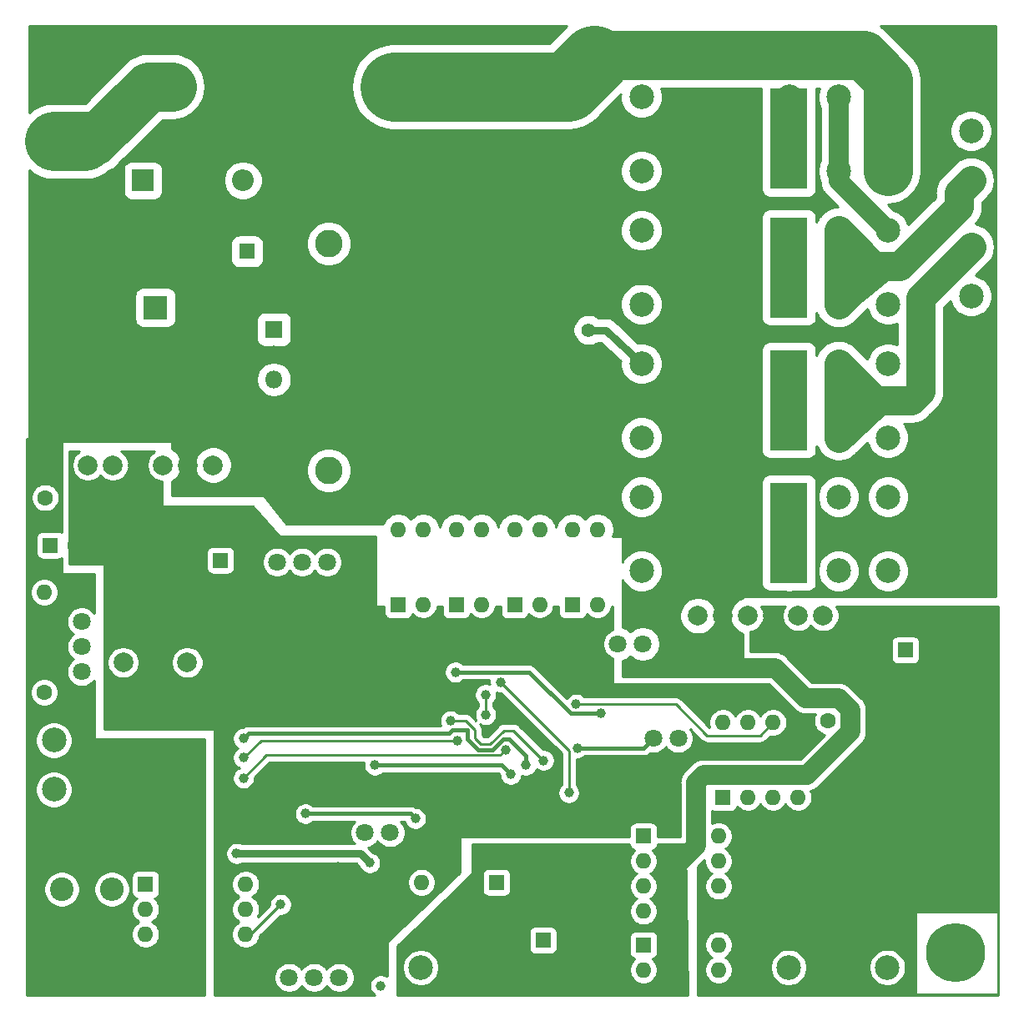
<source format=gbr>
%TF.GenerationSoftware,KiCad,Pcbnew,(5.1.10)-1*%
%TF.CreationDate,2022-03-13T22:52:12+08:00*%
%TF.ProjectId,interface,696e7465-7266-4616-9365-2e6b69636164,rev?*%
%TF.SameCoordinates,Original*%
%TF.FileFunction,Copper,L2,Bot*%
%TF.FilePolarity,Positive*%
%FSLAX46Y46*%
G04 Gerber Fmt 4.6, Leading zero omitted, Abs format (unit mm)*
G04 Created by KiCad (PCBNEW (5.1.10)-1) date 2022-03-13 22:52:12*
%MOMM*%
%LPD*%
G01*
G04 APERTURE LIST*
%TA.AperFunction,ComponentPad*%
%ADD10C,2.000000*%
%TD*%
%TA.AperFunction,ComponentPad*%
%ADD11C,2.800000*%
%TD*%
%TA.AperFunction,SMDPad,CuDef*%
%ADD12R,3.810000X10.160000*%
%TD*%
%TA.AperFunction,ComponentPad*%
%ADD13R,1.600000X1.600000*%
%TD*%
%TA.AperFunction,ComponentPad*%
%ADD14O,1.600000X1.600000*%
%TD*%
%TA.AperFunction,ComponentPad*%
%ADD15C,2.500000*%
%TD*%
%TA.AperFunction,ComponentPad*%
%ADD16C,1.600000*%
%TD*%
%TA.AperFunction,ComponentPad*%
%ADD17R,1.800000X1.800000*%
%TD*%
%TA.AperFunction,ComponentPad*%
%ADD18O,1.800000X1.800000*%
%TD*%
%TA.AperFunction,ComponentPad*%
%ADD19C,2.400000*%
%TD*%
%TA.AperFunction,ComponentPad*%
%ADD20O,2.400000X2.400000*%
%TD*%
%TA.AperFunction,ComponentPad*%
%ADD21C,1.800000*%
%TD*%
%TA.AperFunction,ComponentPad*%
%ADD22O,4.000000X2.500000*%
%TD*%
%TA.AperFunction,ComponentPad*%
%ADD23R,2.200000X2.200000*%
%TD*%
%TA.AperFunction,ComponentPad*%
%ADD24O,2.200000X2.200000*%
%TD*%
%TA.AperFunction,ComponentPad*%
%ADD25R,2.400000X2.400000*%
%TD*%
%TA.AperFunction,ViaPad*%
%ADD26C,6.000000*%
%TD*%
%TA.AperFunction,ViaPad*%
%ADD27C,1.400000*%
%TD*%
%TA.AperFunction,ViaPad*%
%ADD28C,1.000000*%
%TD*%
%TA.AperFunction,ViaPad*%
%ADD29C,1.200000*%
%TD*%
%TA.AperFunction,ViaPad*%
%ADD30C,1.100000*%
%TD*%
%TA.AperFunction,ViaPad*%
%ADD31C,2.400000*%
%TD*%
%TA.AperFunction,Conductor*%
%ADD32C,0.762000*%
%TD*%
%TA.AperFunction,Conductor*%
%ADD33C,2.000000*%
%TD*%
%TA.AperFunction,Conductor*%
%ADD34C,0.254000*%
%TD*%
%TA.AperFunction,Conductor*%
%ADD35C,7.000000*%
%TD*%
%TA.AperFunction,Conductor*%
%ADD36C,5.000000*%
%TD*%
%TA.AperFunction,Conductor*%
%ADD37C,0.381000*%
%TD*%
%TA.AperFunction,Conductor*%
%ADD38C,6.000000*%
%TD*%
%TA.AperFunction,Conductor*%
%ADD39C,3.000000*%
%TD*%
%TA.AperFunction,Conductor*%
%ADD40C,0.350000*%
%TD*%
%ADD41C,0.350000*%
G04 APERTURE END LIST*
D10*
%TO.P,U1,4*%
%TO.N,+5V*%
X9474000Y54496000D03*
%TO.P,U1,1*%
%TO.N,+24V*%
X14554000Y54496000D03*
%TO.P,U1,4*%
%TO.N,+5V*%
X6934000Y54496000D03*
%TO.P,U1,3*%
%TO.N,GNDS*%
X12014000Y54496000D03*
%TO.P,U1,2*%
%TO.N,GNDPWR*%
X17094000Y54496000D03*
%TO.P,U1,1*%
%TO.N,+24V*%
X19634000Y54496000D03*
%TD*%
%TO.P,U3,4*%
%TO.N,+5VD*%
X78998880Y39205200D03*
%TO.P,U3,1*%
%TO.N,+24V*%
X73918880Y39205200D03*
%TO.P,U3,4*%
%TO.N,+5VD*%
X81538880Y39205200D03*
%TO.P,U3,3*%
%TO.N,Earth*%
X76458880Y39205200D03*
%TO.P,U3,2*%
%TO.N,GNDPWR*%
X71378880Y39205200D03*
%TO.P,U3,1*%
%TO.N,+24V*%
X68838880Y39205200D03*
%TD*%
D11*
%TO.P,Ref\u002A\u002A,0*%
%TO.N,N/C*%
X31362542Y53974194D03*
X31362542Y76974194D03*
%TD*%
D12*
%TO.P,JP7,2*%
%TO.N,GNDPWR*%
X73492160Y47625880D03*
%TO.P,JP7,1*%
%TO.N,Net-(JP7-Pad1)*%
X78064160Y47625880D03*
%TD*%
%TO.P,JP6,2*%
%TO.N,GNDPWR*%
X73492160Y61087880D03*
%TO.P,JP6,1*%
%TO.N,Net-(JP6-Pad1)*%
X78064160Y61087880D03*
%TD*%
%TO.P,JP5,2*%
%TO.N,GNDPWR*%
X73492160Y74549880D03*
%TO.P,JP5,1*%
%TO.N,Net-(JP5-Pad1)*%
X78064160Y74549880D03*
%TD*%
%TO.P,JP4,2*%
%TO.N,GNDPWR*%
X73492160Y87630880D03*
%TO.P,JP4,1*%
%TO.N,Net-(JP4-Pad1)*%
X78064160Y87630880D03*
%TD*%
D13*
%TO.P,U15,1*%
%TO.N,Net-(U14-Pad1)*%
X12786160Y11938880D03*
D14*
%TO.P,U15,5*%
%TO.N,GNDS*%
X22946160Y4318880D03*
%TO.P,U15,2*%
%TO.N,Net-(R28-Pad1)*%
X12786160Y9398880D03*
%TO.P,U15,6*%
%TO.N,Net-(JP3-Pad2)*%
X22946160Y6858880D03*
%TO.P,U15,3*%
%TO.N,Net-(R29-Pad1)*%
X12786160Y6858880D03*
%TO.P,U15,7*%
%TO.N,Net-(U15-Pad7)*%
X22946160Y9398880D03*
%TO.P,U15,4*%
%TO.N,GNDPWR*%
X12786160Y4318880D03*
%TO.P,U15,8*%
%TO.N,Net-(U15-Pad8)*%
X22946160Y11938880D03*
%TD*%
D13*
%TO.P,U9,1*%
%TO.N,+3V3*%
X50222372Y40307560D03*
D14*
%TO.P,U9,3*%
%TO.N,Net-(R15-Pad1)*%
X52762372Y47927560D03*
%TO.P,U9,2*%
%TO.N,Net-(R17-Pad2)*%
X52762372Y40307560D03*
%TO.P,U9,4*%
%TO.N,+24V*%
X50222372Y47927560D03*
%TD*%
D15*
%TO.P,K4,5*%
%TO.N,/24VAC-master*%
X88103560Y43760040D03*
%TO.P,K4,6*%
%TO.N,/PGSW3*%
X83103560Y43760040D03*
%TO.P,K4,7*%
%TO.N,Net-(JP7-Pad1)*%
X78103560Y43760040D03*
%TO.P,K4,4*%
%TO.N,/24VAC-master*%
X88103560Y51260040D03*
%TO.P,K4,3*%
%TO.N,/PGSW3*%
X83103560Y51260040D03*
%TO.P,K4,2*%
%TO.N,Net-(JP7-Pad1)*%
X78103560Y51260040D03*
%TO.P,K4,8*%
%TO.N,Net-(K4-Pad8)*%
X63103560Y43760040D03*
%TO.P,K4,1*%
%TO.N,+24V*%
X63103560Y51260040D03*
%TD*%
D16*
%TO.P,R30,1*%
%TO.N,Net-(J9-Pad1)*%
X2519480Y31427720D03*
D14*
%TO.P,R30,2*%
%TO.N,+24V*%
X2519480Y41587720D03*
%TD*%
D13*
%TO.P,U20,1*%
%TO.N,Net-(U20-Pad1)*%
X63316920Y16832880D03*
D14*
%TO.P,U20,5*%
%TO.N,Earth*%
X70936920Y9212880D03*
%TO.P,U20,2*%
%TO.N,Net-(R43-Pad2)*%
X63316920Y14292880D03*
%TO.P,U20,6*%
%TO.N,Net-(R44-Pad2)*%
X70936920Y11752880D03*
%TO.P,U20,3*%
%TO.N,TXD*%
X63316920Y11752880D03*
%TO.P,U20,7*%
%TO.N,Net-(U20-Pad7)*%
X70936920Y14292880D03*
%TO.P,U20,4*%
%TO.N,Net-(U20-Pad4)*%
X63316920Y9212880D03*
%TO.P,U20,8*%
%TO.N,+5VD*%
X70936920Y16832880D03*
%TD*%
D13*
%TO.P,U18,1*%
%TO.N,Net-(U18-Pad1)*%
X71373800Y20749560D03*
D14*
%TO.P,U18,5*%
%TO.N,GNDS*%
X78993800Y28369560D03*
%TO.P,U18,2*%
%TO.N,Net-(R41-Pad1)*%
X73913800Y20749560D03*
%TO.P,U18,6*%
%TO.N,RXD*%
X76453800Y28369560D03*
%TO.P,U18,3*%
%TO.N,Net-(U18-Pad3)*%
X76453800Y20749560D03*
%TO.P,U18,7*%
%TO.N,Net-(U18-Pad7)*%
X73913800Y28369560D03*
%TO.P,U18,4*%
%TO.N,Net-(U18-Pad4)*%
X78993800Y20749560D03*
%TO.P,U18,8*%
%TO.N,+3V3*%
X71373800Y28369560D03*
%TD*%
D13*
%TO.P,U16,1*%
%TO.N,Net-(R32-Pad2)*%
X63316920Y5804200D03*
D14*
%TO.P,U16,3*%
%TO.N,Net-(R33-Pad1)*%
X70936920Y3264200D03*
%TO.P,U16,2*%
%TO.N,RW*%
X63316920Y3264200D03*
%TO.P,U16,4*%
%TO.N,+5VD*%
X70936920Y5804200D03*
%TD*%
D13*
%TO.P,U10,1*%
%TO.N,+3V3*%
X56118560Y40307560D03*
D14*
%TO.P,U10,3*%
%TO.N,Net-(R21-Pad1)*%
X58658560Y47927560D03*
%TO.P,U10,2*%
%TO.N,Net-(R22-Pad2)*%
X58658560Y40307560D03*
%TO.P,U10,4*%
%TO.N,+24V*%
X56118560Y47927560D03*
%TD*%
D13*
%TO.P,U8,1*%
%TO.N,+3V3*%
X44326186Y40307560D03*
D14*
%TO.P,U8,3*%
%TO.N,Net-(R12-Pad2)*%
X46866186Y47927560D03*
%TO.P,U8,2*%
%TO.N,Net-(R11-Pad2)*%
X46866186Y40307560D03*
%TO.P,U8,4*%
%TO.N,+24V*%
X44326186Y47927560D03*
%TD*%
D13*
%TO.P,U7,1*%
%TO.N,Net-(R5-Pad2)*%
X48391880Y12144040D03*
D14*
%TO.P,U7,3*%
%TO.N,GNDS*%
X40771880Y14684040D03*
%TO.P,U7,2*%
%TO.N,GNDPWR*%
X48391880Y14684040D03*
%TO.P,U7,4*%
%TO.N,LIMIT*%
X40771880Y12144040D03*
%TD*%
D13*
%TO.P,U6,1*%
%TO.N,+3V3*%
X38430000Y40307560D03*
D14*
%TO.P,U6,3*%
%TO.N,Net-(R4-Pad1)*%
X40970000Y47927560D03*
%TO.P,U6,2*%
%TO.N,Net-(R6-Pad2)*%
X40970000Y40307560D03*
%TO.P,U6,4*%
%TO.N,+24V*%
X38430000Y47927560D03*
%TD*%
D17*
%TO.P,U2,1*%
%TO.N,Net-(C4-Pad1)*%
X25814542Y68268194D03*
D18*
%TO.P,U2,2*%
%TO.N,GNDPWR*%
X25814542Y65728194D03*
%TO.P,U2,3*%
%TO.N,+24V*%
X25814542Y63188194D03*
%TD*%
D10*
%TO.P,SW1,2*%
%TO.N,Net-(SW1-Pad2)*%
X17020480Y34459600D03*
%TO.P,SW1,1*%
%TO.N,GNDS*%
X17020480Y29959600D03*
%TO.P,SW1,2*%
%TO.N,Net-(SW1-Pad2)*%
X10520480Y34459600D03*
%TO.P,SW1,1*%
%TO.N,GNDS*%
X10520480Y29959600D03*
%TD*%
D19*
%TO.P,R28,1*%
%TO.N,Net-(R28-Pad1)*%
X4277160Y11430880D03*
D20*
%TO.P,R28,2*%
%TO.N,+24V*%
X9357160Y11430880D03*
%TD*%
D16*
%TO.P,R2,1*%
%TO.N,+5VD*%
X81980840Y28521960D03*
D14*
%TO.P,R2,2*%
%TO.N,Earth*%
X92140840Y28521960D03*
%TD*%
D16*
%TO.P,R1,1*%
%TO.N,+5V*%
X2616000Y51194000D03*
D14*
%TO.P,R1,2*%
%TO.N,GNDS*%
X12776000Y51194000D03*
%TD*%
D15*
%TO.P,K3,5*%
%TO.N,/24VAC-master*%
X88103560Y57287028D03*
%TO.P,K3,6*%
%TO.N,/PGSW2*%
X83103560Y57287028D03*
%TO.P,K3,7*%
%TO.N,Net-(JP6-Pad1)*%
X78103560Y57287028D03*
%TO.P,K3,4*%
%TO.N,/24VAC-master*%
X88103560Y64787028D03*
%TO.P,K3,3*%
%TO.N,/PGSW2*%
X83103560Y64787028D03*
%TO.P,K3,2*%
%TO.N,Net-(JP6-Pad1)*%
X78103560Y64787028D03*
%TO.P,K3,8*%
%TO.N,Net-(K3-Pad8)*%
X63103560Y57287028D03*
%TO.P,K3,1*%
%TO.N,+24V*%
X63103560Y64787028D03*
%TD*%
%TO.P,K2,5*%
%TO.N,/24VAC-master*%
X88103560Y70814014D03*
%TO.P,K2,6*%
%TO.N,/PGSW1*%
X83103560Y70814014D03*
%TO.P,K2,7*%
%TO.N,Net-(JP5-Pad1)*%
X78103560Y70814014D03*
%TO.P,K2,4*%
%TO.N,/24VAC-master*%
X88103560Y78314014D03*
%TO.P,K2,3*%
%TO.N,/PGSW1*%
X83103560Y78314014D03*
%TO.P,K2,2*%
%TO.N,Net-(JP5-Pad1)*%
X78103560Y78314014D03*
%TO.P,K2,8*%
%TO.N,Net-(K2-Pad8)*%
X63103560Y70814014D03*
%TO.P,K2,1*%
%TO.N,+24V*%
X63103560Y78314014D03*
%TD*%
%TO.P,K1,5*%
%TO.N,VAC*%
X88103560Y84341000D03*
%TO.P,K1,6*%
%TO.N,/24VAC-master*%
X83103560Y84341000D03*
%TO.P,K1,7*%
%TO.N,Net-(JP4-Pad1)*%
X78103560Y84341000D03*
%TO.P,K1,4*%
%TO.N,VAC*%
X88103560Y91841000D03*
%TO.P,K1,3*%
%TO.N,/24VAC-master*%
X83103560Y91841000D03*
%TO.P,K1,2*%
%TO.N,Net-(JP4-Pad1)*%
X78103560Y91841000D03*
%TO.P,K1,8*%
%TO.N,Net-(K1-Pad8)*%
X63103560Y84341000D03*
%TO.P,K1,1*%
%TO.N,+24V*%
X63103560Y91841000D03*
%TD*%
D21*
%TO.P,JP3,3*%
%TO.N,Net-(JP3-Pad3)*%
X32440680Y2476800D03*
%TO.P,JP3,2*%
%TO.N,Net-(JP3-Pad2)*%
X29900680Y2476800D03*
%TO.P,JP3,1*%
%TO.N,Net-(JP3-Pad1)*%
X27360680Y2476800D03*
%TD*%
%TO.P,JP2,3*%
%TO.N,Net-(JP2-Pad3)*%
X6309160Y38608880D03*
%TO.P,JP2,2*%
%TO.N,Net-(JP2-Pad2)*%
X6309160Y36068880D03*
%TO.P,JP2,1*%
%TO.N,Net-(J9-Pad1)*%
X6309160Y33528880D03*
%TD*%
%TO.P,JP1,3*%
%TO.N,GNDS*%
X32521960Y17188480D03*
%TO.P,JP1,2*%
%TO.N,/SCL*%
X35061960Y17188480D03*
%TO.P,JP1,1*%
%TO.N,Net-(JP1-Pad1)*%
X37601960Y17188480D03*
%TD*%
D15*
%TO.P,J10,3*%
%TO.N,/A485*%
X88033680Y3497880D03*
%TO.P,J10,2*%
%TO.N,Earth*%
X83033680Y3497880D03*
%TO.P,J10,1*%
%TO.N,/B485*%
X78033680Y3497880D03*
%TD*%
%TO.P,J9,3*%
%TO.N,GNDPWR*%
X3499920Y16568720D03*
%TO.P,J9,2*%
%TO.N,Net-(J9-Pad2)*%
X3499920Y21568720D03*
%TO.P,J9,1*%
%TO.N,Net-(J9-Pad1)*%
X3499920Y26568720D03*
%TD*%
D21*
%TO.P,J8,4*%
%TO.N,GNDS*%
X33751320Y44645880D03*
%TO.P,J8,3*%
%TO.N,Net-(J8-Pad3)*%
X31211320Y44645880D03*
%TO.P,J8,1*%
%TO.N,+3V3*%
X26131320Y44645880D03*
%TO.P,J8,2*%
%TO.N,Net-(J8-Pad2)*%
X28671320Y44645880D03*
%TD*%
%TO.P,J7,2*%
%TO.N,Net-(J7-Pad2)*%
X64282120Y26759200D03*
%TO.P,J7,1*%
%TO.N,+3V3*%
X66822120Y26759200D03*
%TD*%
D15*
%TO.P,J6,2*%
%TO.N,GNDPWR*%
X96535040Y47338280D03*
%TO.P,J6,1*%
X96535040Y42338280D03*
%TD*%
D21*
%TO.P,J5,2*%
%TO.N,Net-(J5-Pad2)*%
X60685480Y36340080D03*
%TO.P,J5,1*%
%TO.N,+3V3*%
X63225480Y36340080D03*
%TD*%
D15*
%TO.P,J4,2*%
%TO.N,GNDPWR*%
X45704560Y3492800D03*
%TO.P,J4,1*%
%TO.N,Net-(C12-Pad1)*%
X40704560Y3492800D03*
%TD*%
%TO.P,J3,2*%
%TO.N,/PGSW2*%
X96535040Y76639720D03*
%TO.P,J3,1*%
%TO.N,/PGSW3*%
X96535040Y71639720D03*
%TD*%
%TO.P,J2,2*%
%TO.N,/24VAC-master*%
X96535040Y88406280D03*
%TO.P,J2,1*%
%TO.N,/PGSW1*%
X96535040Y83406280D03*
%TD*%
%TO.P,J1,2*%
%TO.N,GNDPWR*%
X3499920Y82349640D03*
%TO.P,J1,1*%
%TO.N,Net-(F1-Pad2)*%
X3499920Y87349640D03*
%TD*%
D22*
%TO.P,F1,2*%
%TO.N,Net-(F1-Pad2)*%
X15449000Y92913500D03*
%TO.P,F1,1*%
%TO.N,VAC*%
X38049000Y92913500D03*
%TD*%
D23*
%TO.P,D1,1*%
%TO.N,Net-(C4-Pad1)*%
X12522000Y83388500D03*
D24*
%TO.P,D1,2*%
%TO.N,VAC*%
X22682000Y83388500D03*
%TD*%
D13*
%TO.P,C12,1*%
%TO.N,Net-(C12-Pad1)*%
X53116280Y6266480D03*
D16*
%TO.P,C12,2*%
%TO.N,GNDPWR*%
X53116280Y2766480D03*
%TD*%
D13*
%TO.P,C11,1*%
%TO.N,+3V3*%
X20396000Y44844000D03*
D16*
%TO.P,C11,2*%
%TO.N,GNDS*%
X20396000Y47344000D03*
%TD*%
D13*
%TO.P,C9,1*%
%TO.N,+5VD*%
X89880240Y35735560D03*
D16*
%TO.P,C9,2*%
%TO.N,Earth*%
X89880240Y33235560D03*
%TD*%
D13*
%TO.P,C5,1*%
%TO.N,Net-(C4-Pad1)*%
X23098560Y76177440D03*
D16*
%TO.P,C5,2*%
%TO.N,GNDPWR*%
X20598560Y76177440D03*
%TD*%
D25*
%TO.P,C4,1*%
%TO.N,Net-(C4-Pad1)*%
X13792000Y70498000D03*
D19*
%TO.P,C4,2*%
%TO.N,GNDPWR*%
X6292000Y70498000D03*
%TD*%
D13*
%TO.P,C2,1*%
%TO.N,+5V*%
X3124000Y46368000D03*
D16*
%TO.P,C2,2*%
%TO.N,GNDS*%
X5624000Y46368000D03*
%TD*%
D26*
%TO.N,*%
X95000000Y5000000D03*
D27*
%TO.N,+24V*%
X57734000Y68212000D03*
D26*
%TO.N,GNDPWR*%
X5000000Y95000000D03*
X95000000Y95000000D03*
X5000000Y5000000D03*
D28*
X17030500Y25667000D03*
X47447000Y54877000D03*
X51257000Y54877000D03*
X53162000Y54877000D03*
X56713312Y54872312D03*
X58115000Y58179000D03*
D29*
X34112000Y84722000D03*
D28*
X27101600Y54546800D03*
X16977160Y15494880D03*
D30*
%TO.N,GNDS*%
X22671840Y16675400D03*
D28*
X32334000Y13729000D03*
X36144000Y7887000D03*
X60050480Y22878080D03*
X42016480Y18814080D03*
X44048480Y18814080D03*
X46080480Y17544080D03*
X74782480Y30879080D03*
X45648680Y35019280D03*
X28884680Y6672874D03*
X28026160Y5080880D03*
%TO.N,Earth*%
X82275480Y21481080D03*
X76230982Y16487281D03*
X85831480Y13861080D03*
X92752980Y19830080D03*
D31*
X88117480Y14750080D03*
D28*
X91216280Y37813280D03*
D31*
X89336696Y10990880D03*
D28*
%TO.N,+3V3*%
X35539480Y14115080D03*
X22026680Y15054880D03*
X47282252Y31183989D03*
X47300104Y29167978D03*
%TO.N,TXD*%
X59009800Y29339467D03*
X44227000Y33485600D03*
%TO.N,RXD*%
X56483733Y30220467D03*
%TO.N,Net-(J7-Pad2)*%
X56591000Y25794000D03*
%TO.N,/SCL*%
X43739163Y28549167D03*
X53161998Y24524000D03*
%TO.N,LIMIT*%
X40162280Y18610880D03*
X29006980Y19110879D03*
%TO.N,/SDA*%
X22737880Y26738880D03*
X51377274Y24022707D03*
%TO.N,Net-(U11-Pad6)*%
X55732480Y21227080D03*
X48796499Y32471329D03*
%TO.N,Net-(U11-Pad11)*%
X22738600Y24798800D03*
X44398994Y26556000D03*
%TO.N,Net-(U11-Pad12)*%
X22738600Y22716000D03*
X49337929Y25610827D03*
%TO.N,RW*%
X36048200Y24036800D03*
X49840782Y23086805D03*
%TO.N,Net-(JP3-Pad2)*%
X36662160Y1651880D03*
X26502160Y9906880D03*
%TD*%
D32*
%TO.N,+24V*%
X59512000Y68212000D02*
X63103560Y64787028D01*
X57734000Y68212000D02*
X59512000Y68212000D01*
D33*
%TO.N,GNDPWR*%
X69367399Y23057561D02*
X68628919Y22319081D01*
X79754119Y30829961D02*
X83088681Y30829961D01*
X83088681Y30829961D02*
X84288841Y29629801D01*
X84288841Y29629801D02*
X84288841Y27414119D01*
X84288841Y27414119D02*
X79932283Y23057561D01*
X79932283Y23057561D02*
X69367399Y23057561D01*
X68628919Y22319081D02*
X68628919Y15860919D01*
X68628919Y15860919D02*
X66624000Y13856000D01*
X79754119Y30829961D02*
X76662080Y33922000D01*
X76662080Y33922000D02*
X72974000Y33922000D01*
D32*
%TO.N,+3V3*%
X34599680Y15054880D02*
X22733786Y15054880D01*
X22733786Y15054880D02*
X22026680Y15054880D01*
X35539480Y14115080D02*
X34599680Y15054880D01*
D34*
X47282252Y29185830D02*
X47300104Y29167978D01*
X47282252Y31183989D02*
X47282252Y29185830D01*
D35*
%TO.N,VAC*%
X38049000Y92913500D02*
X55575000Y92913500D01*
D36*
X88103560Y86108766D02*
X88103560Y84341000D01*
X88103560Y93608766D02*
X88103560Y86108766D01*
X85613325Y96099001D02*
X88103560Y93608766D01*
X59205001Y96099001D02*
X85613325Y96099001D01*
X58750000Y95644000D02*
X59205001Y96099001D01*
X58305500Y95644000D02*
X58750000Y95644000D01*
D35*
X55575000Y92913500D02*
X58305500Y95644000D01*
D37*
%TO.N,TXD*%
X44227000Y33485600D02*
X51694600Y33485600D01*
X58302694Y29339467D02*
X59009800Y29339467D01*
X58239193Y29275966D02*
X58302694Y29339467D01*
X55904234Y29275966D02*
X58239193Y29275966D01*
X51694600Y33485600D02*
X55904234Y29275966D01*
D34*
%TO.N,RXD*%
X66592933Y30220467D02*
X69751841Y27061559D01*
X56483733Y30220467D02*
X66592933Y30220467D01*
X69751841Y27061559D02*
X75145799Y27061559D01*
X75145799Y27061559D02*
X76453800Y28369560D01*
D38*
%TO.N,Net-(F1-Pad2)*%
X3499920Y87349640D02*
X6605562Y87349640D01*
D36*
X7529640Y87349640D02*
X6605562Y87349640D01*
X15449000Y92913500D02*
X13093500Y92913500D01*
X13093500Y92913500D02*
X7529640Y87349640D01*
D33*
%TO.N,/24VAC-master*%
X83103560Y91841000D02*
X83103560Y84341000D01*
X83103560Y83314014D02*
X88103560Y78314014D01*
X83103560Y84341000D02*
X83103560Y83314014D01*
D39*
%TO.N,/PGSW1*%
X84353559Y72064013D02*
X83103560Y70814014D01*
X86361561Y75056013D02*
X86361561Y74072015D01*
X83103560Y78314014D02*
X86361561Y75056013D01*
X83103560Y78314014D02*
X83103560Y70814014D01*
X89300388Y74689000D02*
X87579000Y74689000D01*
X95285041Y80673653D02*
X89300388Y74689000D01*
X95285041Y82156281D02*
X95285041Y80673653D01*
X96535040Y83406280D02*
X95285041Y82156281D01*
X86361561Y74072015D02*
X87579000Y74689000D01*
X87579000Y74689000D02*
X84353559Y72064013D01*
%TO.N,/PGSW2*%
X84353559Y63537029D02*
X83103560Y64787028D01*
X86361561Y61529027D02*
X84353559Y63537029D01*
X86361561Y60545029D02*
X86361561Y61529027D01*
X83103560Y64787028D02*
X83103560Y57287028D01*
X91389000Y71493680D02*
X91389000Y61989000D01*
X96535040Y76639720D02*
X91389000Y71493680D01*
X90500000Y61100000D02*
X87198000Y61100000D01*
X91389000Y61989000D02*
X90500000Y61100000D01*
X83103560Y57287028D02*
X87198000Y61100000D01*
X87198000Y61100000D02*
X86361561Y60545029D01*
D37*
%TO.N,Net-(J7-Pad2)*%
X63316920Y25794000D02*
X57298106Y25794000D01*
X64282120Y26759200D02*
X63316920Y25794000D01*
X57298106Y25794000D02*
X56591000Y25794000D01*
D34*
%TO.N,/SCL*%
X46796318Y26180878D02*
X47764002Y26180878D01*
X46178010Y26799186D02*
X46796318Y26180878D01*
X49136831Y27553707D02*
X50132291Y27553707D01*
X45283989Y28549167D02*
X46178010Y27655146D01*
X50132291Y27553707D02*
X53161998Y24524000D01*
X43739163Y28549167D02*
X45283989Y28549167D01*
X47764002Y26180878D02*
X49136831Y27553707D01*
X46178010Y27655146D02*
X46178010Y26799186D01*
D37*
%TO.N,LIMIT*%
X40162280Y18610880D02*
X39662281Y19110879D01*
X29146681Y19110879D02*
X29006980Y19110879D01*
X39662281Y19110879D02*
X29006980Y19110879D01*
%TO.N,/SDA*%
X45397417Y26721541D02*
X46509591Y25609367D01*
X49081675Y26690313D02*
X49670793Y26690313D01*
X43945639Y27627501D02*
X45397417Y27627501D01*
X46509591Y25609367D02*
X48000730Y25609368D01*
X51377274Y24983832D02*
X51377274Y24022707D01*
X22737880Y26738880D02*
X23237879Y27238879D01*
X49670793Y26690313D02*
X51377274Y24983832D01*
X23237879Y27238879D02*
X43557017Y27238879D01*
X45397417Y27627501D02*
X45397417Y26721541D01*
X43557017Y27238879D02*
X43945639Y27627501D01*
X48000730Y25609368D02*
X49081675Y26690313D01*
D34*
%TO.N,Net-(U11-Pad6)*%
X55732480Y25535348D02*
X48796499Y32471329D01*
X55732480Y21227080D02*
X55732480Y25535348D01*
%TO.N,Net-(U11-Pad11)*%
X24495800Y26556000D02*
X43691888Y26556000D01*
X43691888Y26556000D02*
X44398994Y26556000D01*
X22738600Y24798800D02*
X24495800Y26556000D01*
%TO.N,Net-(U11-Pad12)*%
X48764960Y25037858D02*
X49337929Y25610827D01*
X22738600Y22716000D02*
X25060458Y25037858D01*
X25060458Y25037858D02*
X48764960Y25037858D01*
D37*
%TO.N,RW*%
X36048200Y24036800D02*
X48890787Y24036800D01*
X48890787Y24036800D02*
X49840782Y23086805D01*
D34*
%TO.N,Net-(JP3-Pad2)*%
X23454160Y6858880D02*
X22946160Y6858880D01*
X26502160Y9906880D02*
X23454160Y6858880D01*
%TD*%
%TO.N,/PGSW1*%
X88536765Y74311450D02*
X83384552Y69638513D01*
X83264734Y79463662D01*
X88536765Y74311450D01*
%TA.AperFunction,Conductor*%
D40*
G36*
X88536765Y74311450D02*
G01*
X83384552Y69638513D01*
X83264734Y79463662D01*
X88536765Y74311450D01*
G37*
%TD.AperFunction*%
%TD*%
D34*
%TO.N,/PGSW2*%
X88001982Y61096362D02*
X83259970Y57421302D01*
X83231555Y64538081D01*
X88001982Y61096362D01*
%TA.AperFunction,Conductor*%
D40*
G36*
X88001982Y61096362D02*
G01*
X83259970Y57421302D01*
X83231555Y64538081D01*
X88001982Y61096362D01*
G37*
%TD.AperFunction*%
%TD*%
D34*
%TO.N,Earth*%
X77549962Y39979663D02*
X77426712Y39682112D01*
X77363880Y39366233D01*
X77363880Y39044167D01*
X77426712Y38728288D01*
X77549962Y38430737D01*
X77728893Y38162948D01*
X77956628Y37935213D01*
X78224417Y37756282D01*
X78521968Y37633032D01*
X78837847Y37570200D01*
X79159913Y37570200D01*
X79475792Y37633032D01*
X79773343Y37756282D01*
X80041132Y37935213D01*
X80268867Y38162948D01*
X80268880Y38162967D01*
X80268893Y38162948D01*
X80496628Y37935213D01*
X80764417Y37756282D01*
X81061968Y37633032D01*
X81377847Y37570200D01*
X81699913Y37570200D01*
X82015792Y37633032D01*
X82313343Y37756282D01*
X82581132Y37935213D01*
X82808867Y38162948D01*
X82987798Y38430737D01*
X83111048Y38728288D01*
X83173880Y39044167D01*
X83173880Y39366233D01*
X83111048Y39682112D01*
X82987798Y39979663D01*
X82877323Y40145000D01*
X99290000Y40145000D01*
X99290000Y710000D01*
X68783000Y710000D01*
X68783000Y5945535D01*
X69501920Y5945535D01*
X69501920Y5662865D01*
X69557067Y5385626D01*
X69665240Y5124473D01*
X69822283Y4889441D01*
X70022161Y4689563D01*
X70254679Y4534200D01*
X70022161Y4378837D01*
X69822283Y4178959D01*
X69665240Y3943927D01*
X69557067Y3682774D01*
X69501920Y3405535D01*
X69501920Y3122865D01*
X69557067Y2845626D01*
X69665240Y2584473D01*
X69822283Y2349441D01*
X70022161Y2149563D01*
X70257193Y1992520D01*
X70518346Y1884347D01*
X70795585Y1829200D01*
X71078255Y1829200D01*
X71355494Y1884347D01*
X71616647Y1992520D01*
X71851679Y2149563D01*
X72051557Y2349441D01*
X72208600Y2584473D01*
X72316773Y2845626D01*
X72371920Y3122865D01*
X72371920Y3405535D01*
X72316773Y3682774D01*
X72316458Y3683536D01*
X76148680Y3683536D01*
X76148680Y3312224D01*
X76221119Y2948046D01*
X76363214Y2604998D01*
X76569505Y2296262D01*
X76832062Y2033705D01*
X77140798Y1827414D01*
X77483846Y1685319D01*
X77848024Y1612880D01*
X78219336Y1612880D01*
X78583514Y1685319D01*
X78926562Y1827414D01*
X79235298Y2033705D01*
X79497855Y2296262D01*
X79704146Y2604998D01*
X79846241Y2948046D01*
X79918680Y3312224D01*
X79918680Y3683536D01*
X86148680Y3683536D01*
X86148680Y3312224D01*
X86221119Y2948046D01*
X86363214Y2604998D01*
X86569505Y2296262D01*
X86832062Y2033705D01*
X87140798Y1827414D01*
X87483846Y1685319D01*
X87848024Y1612880D01*
X88219336Y1612880D01*
X88583514Y1685319D01*
X88926562Y1827414D01*
X89235298Y2033705D01*
X89497855Y2296262D01*
X89704146Y2604998D01*
X89846241Y2948046D01*
X89918680Y3312224D01*
X89918680Y3683536D01*
X89846241Y4047714D01*
X89704146Y4390762D01*
X89497855Y4699498D01*
X89235298Y4962055D01*
X88926562Y5168346D01*
X88583514Y5310441D01*
X88219336Y5382880D01*
X87848024Y5382880D01*
X87483846Y5310441D01*
X87140798Y5168346D01*
X86832062Y4962055D01*
X86569505Y4699498D01*
X86363214Y4390762D01*
X86221119Y4047714D01*
X86148680Y3683536D01*
X79918680Y3683536D01*
X79846241Y4047714D01*
X79704146Y4390762D01*
X79497855Y4699498D01*
X79235298Y4962055D01*
X78926562Y5168346D01*
X78583514Y5310441D01*
X78219336Y5382880D01*
X77848024Y5382880D01*
X77483846Y5310441D01*
X77140798Y5168346D01*
X76832062Y4962055D01*
X76569505Y4699498D01*
X76363214Y4390762D01*
X76221119Y4047714D01*
X76148680Y3683536D01*
X72316458Y3683536D01*
X72208600Y3943927D01*
X72051557Y4178959D01*
X71851679Y4378837D01*
X71619161Y4534200D01*
X71851679Y4689563D01*
X72051557Y4889441D01*
X72208600Y5124473D01*
X72316773Y5385626D01*
X72371920Y5662865D01*
X72371920Y5945535D01*
X72316773Y6222774D01*
X72208600Y6483927D01*
X72051557Y6718959D01*
X71851679Y6918837D01*
X71616647Y7075880D01*
X71355494Y7184053D01*
X71078255Y7239200D01*
X70795585Y7239200D01*
X70518346Y7184053D01*
X70257193Y7075880D01*
X70022161Y6918837D01*
X69822283Y6718959D01*
X69665240Y6483927D01*
X69557067Y6222774D01*
X69501920Y5945535D01*
X68783000Y5945535D01*
X68783000Y9030000D01*
X90881000Y9030000D01*
X90881000Y902000D01*
X90883440Y877224D01*
X90890667Y853399D01*
X90902403Y831443D01*
X90918197Y812197D01*
X90937443Y796403D01*
X90959399Y784667D01*
X90983224Y777440D01*
X91008000Y775000D01*
X99136000Y775000D01*
X99160776Y777440D01*
X99184601Y784667D01*
X99206557Y796403D01*
X99225803Y812197D01*
X99241597Y831443D01*
X99253333Y853399D01*
X99260560Y877224D01*
X99263000Y902000D01*
X99263000Y9030000D01*
X99260560Y9054776D01*
X99253333Y9078601D01*
X99241597Y9100557D01*
X99225803Y9119803D01*
X99206557Y9135597D01*
X99184601Y9147333D01*
X99160776Y9154560D01*
X99136000Y9157000D01*
X91008000Y9157000D01*
X90983224Y9154560D01*
X90959399Y9147333D01*
X90937443Y9135597D01*
X90918197Y9119803D01*
X90902403Y9100557D01*
X90890667Y9078601D01*
X90883440Y9054776D01*
X90881000Y9030000D01*
X68783000Y9030000D01*
X68783000Y13702761D01*
X69501920Y14421680D01*
X69501920Y14151545D01*
X69557067Y13874306D01*
X69665240Y13613153D01*
X69822283Y13378121D01*
X70022161Y13178243D01*
X70254679Y13022880D01*
X70022161Y12867517D01*
X69822283Y12667639D01*
X69665240Y12432607D01*
X69557067Y12171454D01*
X69501920Y11894215D01*
X69501920Y11611545D01*
X69557067Y11334306D01*
X69665240Y11073153D01*
X69822283Y10838121D01*
X70022161Y10638243D01*
X70257193Y10481200D01*
X70518346Y10373027D01*
X70795585Y10317880D01*
X71078255Y10317880D01*
X71355494Y10373027D01*
X71616647Y10481200D01*
X71851679Y10638243D01*
X72051557Y10838121D01*
X72208600Y11073153D01*
X72316773Y11334306D01*
X72371920Y11611545D01*
X72371920Y11894215D01*
X72316773Y12171454D01*
X72208600Y12432607D01*
X72051557Y12667639D01*
X71851679Y12867517D01*
X71619161Y13022880D01*
X71851679Y13178243D01*
X72051557Y13378121D01*
X72208600Y13613153D01*
X72316773Y13874306D01*
X72371920Y14151545D01*
X72371920Y14434215D01*
X72316773Y14711454D01*
X72208600Y14972607D01*
X72051557Y15207639D01*
X71851679Y15407517D01*
X71619161Y15562880D01*
X71851679Y15718243D01*
X72051557Y15918121D01*
X72208600Y16153153D01*
X72316773Y16414306D01*
X72371920Y16691545D01*
X72371920Y16974215D01*
X72316773Y17251454D01*
X72208600Y17512607D01*
X72051557Y17747639D01*
X71851679Y17947517D01*
X71616647Y18104560D01*
X71355494Y18212733D01*
X71078255Y18267880D01*
X70795585Y18267880D01*
X70518346Y18212733D01*
X70263919Y18107346D01*
X70263919Y19395176D01*
X70329620Y19360058D01*
X70449318Y19323748D01*
X70573800Y19311488D01*
X72173800Y19311488D01*
X72298282Y19323748D01*
X72417980Y19360058D01*
X72528294Y19419023D01*
X72624985Y19498375D01*
X72704337Y19595066D01*
X72763302Y19705380D01*
X72799612Y19825078D01*
X72800443Y19833521D01*
X72999041Y19634923D01*
X73234073Y19477880D01*
X73495226Y19369707D01*
X73772465Y19314560D01*
X74055135Y19314560D01*
X74332374Y19369707D01*
X74593527Y19477880D01*
X74828559Y19634923D01*
X75028437Y19834801D01*
X75183800Y20067319D01*
X75339163Y19834801D01*
X75539041Y19634923D01*
X75774073Y19477880D01*
X76035226Y19369707D01*
X76312465Y19314560D01*
X76595135Y19314560D01*
X76872374Y19369707D01*
X77133527Y19477880D01*
X77368559Y19634923D01*
X77568437Y19834801D01*
X77723800Y20067319D01*
X77879163Y19834801D01*
X78079041Y19634923D01*
X78314073Y19477880D01*
X78575226Y19369707D01*
X78852465Y19314560D01*
X79135135Y19314560D01*
X79412374Y19369707D01*
X79673527Y19477880D01*
X79908559Y19634923D01*
X80108437Y19834801D01*
X80265480Y20069833D01*
X80373653Y20330986D01*
X80428800Y20608225D01*
X80428800Y20890895D01*
X80373653Y21168134D01*
X80265480Y21429287D01*
X80253937Y21446563D01*
X80560998Y21539709D01*
X80845035Y21691530D01*
X81093997Y21895847D01*
X81145208Y21958248D01*
X85388160Y26201199D01*
X85450555Y26252405D01*
X85654872Y26501367D01*
X85806693Y26785404D01*
X85900184Y27093603D01*
X85923841Y27333797D01*
X85923841Y27333799D01*
X85931752Y27414118D01*
X85923841Y27494438D01*
X85923841Y29549471D01*
X85931753Y29629801D01*
X85900184Y29950318D01*
X85806693Y30258516D01*
X85654872Y30542553D01*
X85450555Y30791515D01*
X85388166Y30842716D01*
X84301605Y31929275D01*
X84250395Y31991675D01*
X84001433Y32195992D01*
X83717396Y32347813D01*
X83409197Y32441304D01*
X83169003Y32464961D01*
X83169000Y32464961D01*
X83088681Y32472872D01*
X83008362Y32464961D01*
X80431358Y32464961D01*
X77875005Y35021313D01*
X77823794Y35083714D01*
X77574832Y35288031D01*
X77290795Y35439852D01*
X76982596Y35533343D01*
X76742402Y35557000D01*
X76742399Y35557000D01*
X76662080Y35564911D01*
X76581761Y35557000D01*
X74117000Y35557000D01*
X74117000Y36535560D01*
X88442168Y36535560D01*
X88442168Y34935560D01*
X88454428Y34811078D01*
X88490738Y34691380D01*
X88549703Y34581066D01*
X88629055Y34484375D01*
X88725746Y34405023D01*
X88836060Y34346058D01*
X88955758Y34309748D01*
X89080240Y34297488D01*
X90680240Y34297488D01*
X90804722Y34309748D01*
X90924420Y34346058D01*
X91034734Y34405023D01*
X91131425Y34484375D01*
X91210777Y34581066D01*
X91269742Y34691380D01*
X91306052Y34811078D01*
X91318312Y34935560D01*
X91318312Y36535560D01*
X91306052Y36660042D01*
X91269742Y36779740D01*
X91210777Y36890054D01*
X91131425Y36986745D01*
X91034734Y37066097D01*
X90924420Y37125062D01*
X90804722Y37161372D01*
X90680240Y37173632D01*
X89080240Y37173632D01*
X88955758Y37161372D01*
X88836060Y37125062D01*
X88725746Y37066097D01*
X88629055Y36986745D01*
X88549703Y36890054D01*
X88490738Y36779740D01*
X88454428Y36660042D01*
X88442168Y36535560D01*
X74117000Y36535560D01*
X74117000Y37577577D01*
X74395792Y37633032D01*
X74693343Y37756282D01*
X74961132Y37935213D01*
X75188867Y38162948D01*
X75367798Y38430737D01*
X75491048Y38728288D01*
X75553880Y39044167D01*
X75553880Y39366233D01*
X75491048Y39682112D01*
X75367798Y39979663D01*
X75257323Y40145000D01*
X77660437Y40145000D01*
X77549962Y39979663D01*
%TA.AperFunction,Conductor*%
D40*
G36*
X77549962Y39979663D02*
G01*
X77426712Y39682112D01*
X77363880Y39366233D01*
X77363880Y39044167D01*
X77426712Y38728288D01*
X77549962Y38430737D01*
X77728893Y38162948D01*
X77956628Y37935213D01*
X78224417Y37756282D01*
X78521968Y37633032D01*
X78837847Y37570200D01*
X79159913Y37570200D01*
X79475792Y37633032D01*
X79773343Y37756282D01*
X80041132Y37935213D01*
X80268867Y38162948D01*
X80268880Y38162967D01*
X80268893Y38162948D01*
X80496628Y37935213D01*
X80764417Y37756282D01*
X81061968Y37633032D01*
X81377847Y37570200D01*
X81699913Y37570200D01*
X82015792Y37633032D01*
X82313343Y37756282D01*
X82581132Y37935213D01*
X82808867Y38162948D01*
X82987798Y38430737D01*
X83111048Y38728288D01*
X83173880Y39044167D01*
X83173880Y39366233D01*
X83111048Y39682112D01*
X82987798Y39979663D01*
X82877323Y40145000D01*
X99290000Y40145000D01*
X99290000Y710000D01*
X68783000Y710000D01*
X68783000Y5945535D01*
X69501920Y5945535D01*
X69501920Y5662865D01*
X69557067Y5385626D01*
X69665240Y5124473D01*
X69822283Y4889441D01*
X70022161Y4689563D01*
X70254679Y4534200D01*
X70022161Y4378837D01*
X69822283Y4178959D01*
X69665240Y3943927D01*
X69557067Y3682774D01*
X69501920Y3405535D01*
X69501920Y3122865D01*
X69557067Y2845626D01*
X69665240Y2584473D01*
X69822283Y2349441D01*
X70022161Y2149563D01*
X70257193Y1992520D01*
X70518346Y1884347D01*
X70795585Y1829200D01*
X71078255Y1829200D01*
X71355494Y1884347D01*
X71616647Y1992520D01*
X71851679Y2149563D01*
X72051557Y2349441D01*
X72208600Y2584473D01*
X72316773Y2845626D01*
X72371920Y3122865D01*
X72371920Y3405535D01*
X72316773Y3682774D01*
X72316458Y3683536D01*
X76148680Y3683536D01*
X76148680Y3312224D01*
X76221119Y2948046D01*
X76363214Y2604998D01*
X76569505Y2296262D01*
X76832062Y2033705D01*
X77140798Y1827414D01*
X77483846Y1685319D01*
X77848024Y1612880D01*
X78219336Y1612880D01*
X78583514Y1685319D01*
X78926562Y1827414D01*
X79235298Y2033705D01*
X79497855Y2296262D01*
X79704146Y2604998D01*
X79846241Y2948046D01*
X79918680Y3312224D01*
X79918680Y3683536D01*
X86148680Y3683536D01*
X86148680Y3312224D01*
X86221119Y2948046D01*
X86363214Y2604998D01*
X86569505Y2296262D01*
X86832062Y2033705D01*
X87140798Y1827414D01*
X87483846Y1685319D01*
X87848024Y1612880D01*
X88219336Y1612880D01*
X88583514Y1685319D01*
X88926562Y1827414D01*
X89235298Y2033705D01*
X89497855Y2296262D01*
X89704146Y2604998D01*
X89846241Y2948046D01*
X89918680Y3312224D01*
X89918680Y3683536D01*
X89846241Y4047714D01*
X89704146Y4390762D01*
X89497855Y4699498D01*
X89235298Y4962055D01*
X88926562Y5168346D01*
X88583514Y5310441D01*
X88219336Y5382880D01*
X87848024Y5382880D01*
X87483846Y5310441D01*
X87140798Y5168346D01*
X86832062Y4962055D01*
X86569505Y4699498D01*
X86363214Y4390762D01*
X86221119Y4047714D01*
X86148680Y3683536D01*
X79918680Y3683536D01*
X79846241Y4047714D01*
X79704146Y4390762D01*
X79497855Y4699498D01*
X79235298Y4962055D01*
X78926562Y5168346D01*
X78583514Y5310441D01*
X78219336Y5382880D01*
X77848024Y5382880D01*
X77483846Y5310441D01*
X77140798Y5168346D01*
X76832062Y4962055D01*
X76569505Y4699498D01*
X76363214Y4390762D01*
X76221119Y4047714D01*
X76148680Y3683536D01*
X72316458Y3683536D01*
X72208600Y3943927D01*
X72051557Y4178959D01*
X71851679Y4378837D01*
X71619161Y4534200D01*
X71851679Y4689563D01*
X72051557Y4889441D01*
X72208600Y5124473D01*
X72316773Y5385626D01*
X72371920Y5662865D01*
X72371920Y5945535D01*
X72316773Y6222774D01*
X72208600Y6483927D01*
X72051557Y6718959D01*
X71851679Y6918837D01*
X71616647Y7075880D01*
X71355494Y7184053D01*
X71078255Y7239200D01*
X70795585Y7239200D01*
X70518346Y7184053D01*
X70257193Y7075880D01*
X70022161Y6918837D01*
X69822283Y6718959D01*
X69665240Y6483927D01*
X69557067Y6222774D01*
X69501920Y5945535D01*
X68783000Y5945535D01*
X68783000Y9030000D01*
X90881000Y9030000D01*
X90881000Y902000D01*
X90883440Y877224D01*
X90890667Y853399D01*
X90902403Y831443D01*
X90918197Y812197D01*
X90937443Y796403D01*
X90959399Y784667D01*
X90983224Y777440D01*
X91008000Y775000D01*
X99136000Y775000D01*
X99160776Y777440D01*
X99184601Y784667D01*
X99206557Y796403D01*
X99225803Y812197D01*
X99241597Y831443D01*
X99253333Y853399D01*
X99260560Y877224D01*
X99263000Y902000D01*
X99263000Y9030000D01*
X99260560Y9054776D01*
X99253333Y9078601D01*
X99241597Y9100557D01*
X99225803Y9119803D01*
X99206557Y9135597D01*
X99184601Y9147333D01*
X99160776Y9154560D01*
X99136000Y9157000D01*
X91008000Y9157000D01*
X90983224Y9154560D01*
X90959399Y9147333D01*
X90937443Y9135597D01*
X90918197Y9119803D01*
X90902403Y9100557D01*
X90890667Y9078601D01*
X90883440Y9054776D01*
X90881000Y9030000D01*
X68783000Y9030000D01*
X68783000Y13702761D01*
X69501920Y14421680D01*
X69501920Y14151545D01*
X69557067Y13874306D01*
X69665240Y13613153D01*
X69822283Y13378121D01*
X70022161Y13178243D01*
X70254679Y13022880D01*
X70022161Y12867517D01*
X69822283Y12667639D01*
X69665240Y12432607D01*
X69557067Y12171454D01*
X69501920Y11894215D01*
X69501920Y11611545D01*
X69557067Y11334306D01*
X69665240Y11073153D01*
X69822283Y10838121D01*
X70022161Y10638243D01*
X70257193Y10481200D01*
X70518346Y10373027D01*
X70795585Y10317880D01*
X71078255Y10317880D01*
X71355494Y10373027D01*
X71616647Y10481200D01*
X71851679Y10638243D01*
X72051557Y10838121D01*
X72208600Y11073153D01*
X72316773Y11334306D01*
X72371920Y11611545D01*
X72371920Y11894215D01*
X72316773Y12171454D01*
X72208600Y12432607D01*
X72051557Y12667639D01*
X71851679Y12867517D01*
X71619161Y13022880D01*
X71851679Y13178243D01*
X72051557Y13378121D01*
X72208600Y13613153D01*
X72316773Y13874306D01*
X72371920Y14151545D01*
X72371920Y14434215D01*
X72316773Y14711454D01*
X72208600Y14972607D01*
X72051557Y15207639D01*
X71851679Y15407517D01*
X71619161Y15562880D01*
X71851679Y15718243D01*
X72051557Y15918121D01*
X72208600Y16153153D01*
X72316773Y16414306D01*
X72371920Y16691545D01*
X72371920Y16974215D01*
X72316773Y17251454D01*
X72208600Y17512607D01*
X72051557Y17747639D01*
X71851679Y17947517D01*
X71616647Y18104560D01*
X71355494Y18212733D01*
X71078255Y18267880D01*
X70795585Y18267880D01*
X70518346Y18212733D01*
X70263919Y18107346D01*
X70263919Y19395176D01*
X70329620Y19360058D01*
X70449318Y19323748D01*
X70573800Y19311488D01*
X72173800Y19311488D01*
X72298282Y19323748D01*
X72417980Y19360058D01*
X72528294Y19419023D01*
X72624985Y19498375D01*
X72704337Y19595066D01*
X72763302Y19705380D01*
X72799612Y19825078D01*
X72800443Y19833521D01*
X72999041Y19634923D01*
X73234073Y19477880D01*
X73495226Y19369707D01*
X73772465Y19314560D01*
X74055135Y19314560D01*
X74332374Y19369707D01*
X74593527Y19477880D01*
X74828559Y19634923D01*
X75028437Y19834801D01*
X75183800Y20067319D01*
X75339163Y19834801D01*
X75539041Y19634923D01*
X75774073Y19477880D01*
X76035226Y19369707D01*
X76312465Y19314560D01*
X76595135Y19314560D01*
X76872374Y19369707D01*
X77133527Y19477880D01*
X77368559Y19634923D01*
X77568437Y19834801D01*
X77723800Y20067319D01*
X77879163Y19834801D01*
X78079041Y19634923D01*
X78314073Y19477880D01*
X78575226Y19369707D01*
X78852465Y19314560D01*
X79135135Y19314560D01*
X79412374Y19369707D01*
X79673527Y19477880D01*
X79908559Y19634923D01*
X80108437Y19834801D01*
X80265480Y20069833D01*
X80373653Y20330986D01*
X80428800Y20608225D01*
X80428800Y20890895D01*
X80373653Y21168134D01*
X80265480Y21429287D01*
X80253937Y21446563D01*
X80560998Y21539709D01*
X80845035Y21691530D01*
X81093997Y21895847D01*
X81145208Y21958248D01*
X85388160Y26201199D01*
X85450555Y26252405D01*
X85654872Y26501367D01*
X85806693Y26785404D01*
X85900184Y27093603D01*
X85923841Y27333797D01*
X85923841Y27333799D01*
X85931752Y27414118D01*
X85923841Y27494438D01*
X85923841Y29549471D01*
X85931753Y29629801D01*
X85900184Y29950318D01*
X85806693Y30258516D01*
X85654872Y30542553D01*
X85450555Y30791515D01*
X85388166Y30842716D01*
X84301605Y31929275D01*
X84250395Y31991675D01*
X84001433Y32195992D01*
X83717396Y32347813D01*
X83409197Y32441304D01*
X83169003Y32464961D01*
X83169000Y32464961D01*
X83088681Y32472872D01*
X83008362Y32464961D01*
X80431358Y32464961D01*
X77875005Y35021313D01*
X77823794Y35083714D01*
X77574832Y35288031D01*
X77290795Y35439852D01*
X76982596Y35533343D01*
X76742402Y35557000D01*
X76742399Y35557000D01*
X76662080Y35564911D01*
X76581761Y35557000D01*
X74117000Y35557000D01*
X74117000Y36535560D01*
X88442168Y36535560D01*
X88442168Y34935560D01*
X88454428Y34811078D01*
X88490738Y34691380D01*
X88549703Y34581066D01*
X88629055Y34484375D01*
X88725746Y34405023D01*
X88836060Y34346058D01*
X88955758Y34309748D01*
X89080240Y34297488D01*
X90680240Y34297488D01*
X90804722Y34309748D01*
X90924420Y34346058D01*
X91034734Y34405023D01*
X91131425Y34484375D01*
X91210777Y34581066D01*
X91269742Y34691380D01*
X91306052Y34811078D01*
X91318312Y34935560D01*
X91318312Y36535560D01*
X91306052Y36660042D01*
X91269742Y36779740D01*
X91210777Y36890054D01*
X91131425Y36986745D01*
X91034734Y37066097D01*
X90924420Y37125062D01*
X90804722Y37161372D01*
X90680240Y37173632D01*
X89080240Y37173632D01*
X88955758Y37161372D01*
X88836060Y37125062D01*
X88725746Y37066097D01*
X88629055Y36986745D01*
X88549703Y36890054D01*
X88490738Y36779740D01*
X88454428Y36660042D01*
X88442168Y36535560D01*
X74117000Y36535560D01*
X74117000Y37577577D01*
X74395792Y37633032D01*
X74693343Y37756282D01*
X74961132Y37935213D01*
X75188867Y38162948D01*
X75367798Y38430737D01*
X75491048Y38728288D01*
X75553880Y39044167D01*
X75553880Y39366233D01*
X75491048Y39682112D01*
X75367798Y39979663D01*
X75257323Y40145000D01*
X77660437Y40145000D01*
X77549962Y39979663D01*
G37*
%TD.AperFunction*%
%TD*%
D34*
%TO.N,GNDS*%
X5891748Y55765987D02*
X5664013Y55538252D01*
X5485082Y55270463D01*
X5361832Y54972912D01*
X5299000Y54657033D01*
X5299000Y54334967D01*
X5361832Y54019088D01*
X5485082Y53721537D01*
X5664013Y53453748D01*
X5891748Y53226013D01*
X6159537Y53047082D01*
X6457088Y52923832D01*
X6772967Y52861000D01*
X7095033Y52861000D01*
X7410912Y52923832D01*
X7708463Y53047082D01*
X7976252Y53226013D01*
X8203987Y53453748D01*
X8204000Y53453767D01*
X8204013Y53453748D01*
X8431748Y53226013D01*
X8699537Y53047082D01*
X8997088Y52923832D01*
X9312967Y52861000D01*
X9635033Y52861000D01*
X9950912Y52923832D01*
X10248463Y53047082D01*
X10516252Y53226013D01*
X10743987Y53453748D01*
X10922918Y53721537D01*
X11046168Y54019088D01*
X11109000Y54334967D01*
X11109000Y54657033D01*
X11046168Y54972912D01*
X10922918Y55270463D01*
X10743987Y55538252D01*
X10516252Y55765987D01*
X10326164Y55893000D01*
X13701836Y55893000D01*
X13511748Y55765987D01*
X13284013Y55538252D01*
X13105082Y55270463D01*
X12981832Y54972912D01*
X12919000Y54657033D01*
X12919000Y54334967D01*
X12981832Y54019088D01*
X13105082Y53721537D01*
X13284013Y53453748D01*
X13511748Y53226013D01*
X13779537Y53047082D01*
X14077088Y52923832D01*
X14392967Y52861000D01*
X14427000Y52861000D01*
X14427000Y50432000D01*
X14429440Y50407224D01*
X14436667Y50383399D01*
X14448403Y50361443D01*
X14464197Y50342197D01*
X14483443Y50326403D01*
X14505399Y50314667D01*
X14529224Y50307440D01*
X14554000Y50305000D01*
X23642132Y50305000D01*
X26398381Y47298183D01*
X26416922Y47281568D01*
X26438348Y47268889D01*
X26461836Y47260634D01*
X26492000Y47257000D01*
X36144000Y47257000D01*
X36144000Y40272000D01*
X36146440Y40247224D01*
X36153667Y40223399D01*
X36165403Y40201443D01*
X36181197Y40182197D01*
X36200443Y40166403D01*
X36222399Y40154667D01*
X36246224Y40147440D01*
X36271000Y40145000D01*
X36991928Y40145000D01*
X36991928Y39507560D01*
X37004188Y39383078D01*
X37040498Y39263380D01*
X37099463Y39153066D01*
X37178815Y39056375D01*
X37275506Y38977023D01*
X37385820Y38918058D01*
X37505518Y38881748D01*
X37630000Y38869488D01*
X39230000Y38869488D01*
X39354482Y38881748D01*
X39474180Y38918058D01*
X39584494Y38977023D01*
X39681185Y39056375D01*
X39760537Y39153066D01*
X39819502Y39263380D01*
X39855812Y39383078D01*
X39856643Y39391521D01*
X40055241Y39192923D01*
X40290273Y39035880D01*
X40551426Y38927707D01*
X40828665Y38872560D01*
X41111335Y38872560D01*
X41388574Y38927707D01*
X41649727Y39035880D01*
X41884759Y39192923D01*
X42084637Y39392801D01*
X42241680Y39627833D01*
X42349853Y39888986D01*
X42400778Y40145000D01*
X42888114Y40145000D01*
X42888114Y39507560D01*
X42900374Y39383078D01*
X42936684Y39263380D01*
X42995649Y39153066D01*
X43075001Y39056375D01*
X43171692Y38977023D01*
X43282006Y38918058D01*
X43401704Y38881748D01*
X43526186Y38869488D01*
X45126186Y38869488D01*
X45250668Y38881748D01*
X45370366Y38918058D01*
X45480680Y38977023D01*
X45577371Y39056375D01*
X45656723Y39153066D01*
X45715688Y39263380D01*
X45751998Y39383078D01*
X45752829Y39391521D01*
X45951427Y39192923D01*
X46186459Y39035880D01*
X46447612Y38927707D01*
X46724851Y38872560D01*
X47007521Y38872560D01*
X47284760Y38927707D01*
X47545913Y39035880D01*
X47780945Y39192923D01*
X47980823Y39392801D01*
X48137866Y39627833D01*
X48246039Y39888986D01*
X48296964Y40145000D01*
X48784300Y40145000D01*
X48784300Y39507560D01*
X48796560Y39383078D01*
X48832870Y39263380D01*
X48891835Y39153066D01*
X48971187Y39056375D01*
X49067878Y38977023D01*
X49178192Y38918058D01*
X49297890Y38881748D01*
X49422372Y38869488D01*
X51022372Y38869488D01*
X51146854Y38881748D01*
X51266552Y38918058D01*
X51376866Y38977023D01*
X51473557Y39056375D01*
X51552909Y39153066D01*
X51611874Y39263380D01*
X51648184Y39383078D01*
X51649015Y39391521D01*
X51847613Y39192923D01*
X52082645Y39035880D01*
X52343798Y38927707D01*
X52621037Y38872560D01*
X52903707Y38872560D01*
X53180946Y38927707D01*
X53442099Y39035880D01*
X53677131Y39192923D01*
X53877009Y39392801D01*
X54034052Y39627833D01*
X54142225Y39888986D01*
X54193150Y40145000D01*
X54680488Y40145000D01*
X54680488Y39507560D01*
X54692748Y39383078D01*
X54729058Y39263380D01*
X54788023Y39153066D01*
X54867375Y39056375D01*
X54964066Y38977023D01*
X55074380Y38918058D01*
X55194078Y38881748D01*
X55318560Y38869488D01*
X56918560Y38869488D01*
X57043042Y38881748D01*
X57162740Y38918058D01*
X57273054Y38977023D01*
X57369745Y39056375D01*
X57449097Y39153066D01*
X57508062Y39263380D01*
X57544372Y39383078D01*
X57545203Y39391521D01*
X57743801Y39192923D01*
X57978833Y39035880D01*
X58239986Y38927707D01*
X58517225Y38872560D01*
X58799895Y38872560D01*
X59077134Y38927707D01*
X59338287Y39035880D01*
X59573319Y39192923D01*
X59773197Y39392801D01*
X59930240Y39627833D01*
X60038413Y39888986D01*
X60089338Y40145000D01*
X60147000Y40145000D01*
X60147000Y37778506D01*
X59958385Y37700379D01*
X59706975Y37532392D01*
X59493168Y37318585D01*
X59325181Y37067175D01*
X59209469Y36787823D01*
X59150480Y36491264D01*
X59150480Y36188896D01*
X59209469Y35892337D01*
X59325181Y35612985D01*
X59493168Y35361575D01*
X59706975Y35147768D01*
X59958385Y34979781D01*
X60147000Y34901654D01*
X60147000Y32398000D01*
X60149440Y32373224D01*
X60156667Y32349399D01*
X60168403Y32327443D01*
X60184197Y32308197D01*
X60203443Y32292403D01*
X60225399Y32280667D01*
X60249224Y32273440D01*
X60274000Y32271000D01*
X76000842Y32271000D01*
X78541199Y29730642D01*
X78592405Y29668247D01*
X78841367Y29463930D01*
X79125404Y29312109D01*
X79433603Y29218618D01*
X79673797Y29194961D01*
X79673798Y29194961D01*
X79754118Y29187050D01*
X79834438Y29194961D01*
X80706374Y29194961D01*
X80600987Y28940534D01*
X80545840Y28663295D01*
X80545840Y28380625D01*
X80600987Y28103386D01*
X80709160Y27842233D01*
X80866203Y27607201D01*
X81066081Y27407323D01*
X81301113Y27250280D01*
X81562266Y27142107D01*
X81680977Y27118494D01*
X79255045Y24692561D01*
X69447718Y24692561D01*
X69367398Y24700472D01*
X69287079Y24692561D01*
X69287077Y24692561D01*
X69046883Y24668904D01*
X68738684Y24575413D01*
X68454647Y24423592D01*
X68205685Y24219275D01*
X68154474Y24156874D01*
X67529606Y23532006D01*
X67467205Y23480795D01*
X67262888Y23231832D01*
X67111067Y22947795D01*
X67017576Y22639596D01*
X66996819Y22428847D01*
X66986008Y22319081D01*
X66993919Y22238761D01*
X66993920Y16777000D01*
X64754992Y16777000D01*
X64754992Y17632880D01*
X64742732Y17757362D01*
X64706422Y17877060D01*
X64647457Y17987374D01*
X64568105Y18084065D01*
X64471414Y18163417D01*
X64361100Y18222382D01*
X64241402Y18258692D01*
X64116920Y18270952D01*
X62516920Y18270952D01*
X62392438Y18258692D01*
X62272740Y18222382D01*
X62162426Y18163417D01*
X62065735Y18084065D01*
X61986383Y17987374D01*
X61927418Y17877060D01*
X61891108Y17757362D01*
X61878848Y17632880D01*
X61878848Y16777000D01*
X44780000Y16777000D01*
X44755224Y16774560D01*
X44731399Y16767333D01*
X44709443Y16755597D01*
X44690197Y16739803D01*
X44674403Y16720557D01*
X44662667Y16698601D01*
X44655440Y16674776D01*
X44653000Y16650000D01*
X44653000Y13147915D01*
X37325786Y6073364D01*
X37309657Y6054399D01*
X37297538Y6032651D01*
X37289894Y6008958D01*
X37287000Y5982000D01*
X37287000Y2599428D01*
X37199784Y2657704D01*
X36993227Y2743263D01*
X36773948Y2786880D01*
X36550372Y2786880D01*
X36331093Y2743263D01*
X36124536Y2657704D01*
X35938640Y2533492D01*
X35780548Y2375400D01*
X35656336Y2189504D01*
X35570777Y1982947D01*
X35527160Y1763668D01*
X35527160Y1540092D01*
X35570777Y1320813D01*
X35656336Y1114256D01*
X35780548Y928360D01*
X35938640Y770268D01*
X36028837Y710000D01*
X19761000Y710000D01*
X19761000Y2627984D01*
X25825680Y2627984D01*
X25825680Y2325616D01*
X25884669Y2029057D01*
X26000381Y1749705D01*
X26168368Y1498295D01*
X26382175Y1284488D01*
X26633585Y1116501D01*
X26912937Y1000789D01*
X27209496Y941800D01*
X27511864Y941800D01*
X27808423Y1000789D01*
X28087775Y1116501D01*
X28339185Y1284488D01*
X28552992Y1498295D01*
X28630680Y1614563D01*
X28708368Y1498295D01*
X28922175Y1284488D01*
X29173585Y1116501D01*
X29452937Y1000789D01*
X29749496Y941800D01*
X30051864Y941800D01*
X30348423Y1000789D01*
X30627775Y1116501D01*
X30879185Y1284488D01*
X31092992Y1498295D01*
X31170680Y1614563D01*
X31248368Y1498295D01*
X31462175Y1284488D01*
X31713585Y1116501D01*
X31992937Y1000789D01*
X32289496Y941800D01*
X32591864Y941800D01*
X32888423Y1000789D01*
X33167775Y1116501D01*
X33419185Y1284488D01*
X33632992Y1498295D01*
X33800979Y1749705D01*
X33916691Y2029057D01*
X33975680Y2325616D01*
X33975680Y2627984D01*
X33916691Y2924543D01*
X33800979Y3203895D01*
X33632992Y3455305D01*
X33419185Y3669112D01*
X33167775Y3837099D01*
X32888423Y3952811D01*
X32591864Y4011800D01*
X32289496Y4011800D01*
X31992937Y3952811D01*
X31713585Y3837099D01*
X31462175Y3669112D01*
X31248368Y3455305D01*
X31170680Y3339037D01*
X31092992Y3455305D01*
X30879185Y3669112D01*
X30627775Y3837099D01*
X30348423Y3952811D01*
X30051864Y4011800D01*
X29749496Y4011800D01*
X29452937Y3952811D01*
X29173585Y3837099D01*
X28922175Y3669112D01*
X28708368Y3455305D01*
X28630680Y3339037D01*
X28552992Y3455305D01*
X28339185Y3669112D01*
X28087775Y3837099D01*
X27808423Y3952811D01*
X27511864Y4011800D01*
X27209496Y4011800D01*
X26912937Y3952811D01*
X26633585Y3837099D01*
X26382175Y3669112D01*
X26168368Y3455305D01*
X26000381Y3203895D01*
X25884669Y2924543D01*
X25825680Y2627984D01*
X19761000Y2627984D01*
X19761000Y12080215D01*
X21511160Y12080215D01*
X21511160Y11797545D01*
X21566307Y11520306D01*
X21674480Y11259153D01*
X21831523Y11024121D01*
X22031401Y10824243D01*
X22263919Y10668880D01*
X22031401Y10513517D01*
X21831523Y10313639D01*
X21674480Y10078607D01*
X21566307Y9817454D01*
X21511160Y9540215D01*
X21511160Y9257545D01*
X21566307Y8980306D01*
X21674480Y8719153D01*
X21831523Y8484121D01*
X22031401Y8284243D01*
X22263919Y8128880D01*
X22031401Y7973517D01*
X21831523Y7773639D01*
X21674480Y7538607D01*
X21566307Y7277454D01*
X21511160Y7000215D01*
X21511160Y6717545D01*
X21566307Y6440306D01*
X21674480Y6179153D01*
X21831523Y5944121D01*
X22031401Y5744243D01*
X22266433Y5587200D01*
X22527586Y5479027D01*
X22804825Y5423880D01*
X23087495Y5423880D01*
X23364734Y5479027D01*
X23625887Y5587200D01*
X23860919Y5744243D01*
X24060797Y5944121D01*
X24217840Y6179153D01*
X24326013Y6440306D01*
X24378852Y6705942D01*
X26444791Y8771880D01*
X26613948Y8771880D01*
X26833227Y8815497D01*
X27039784Y8901056D01*
X27225680Y9025268D01*
X27383772Y9183360D01*
X27507984Y9369256D01*
X27593543Y9575813D01*
X27637160Y9795092D01*
X27637160Y10018668D01*
X27593543Y10237947D01*
X27507984Y10444504D01*
X27383772Y10630400D01*
X27225680Y10788492D01*
X27039784Y10912704D01*
X26833227Y10998263D01*
X26613948Y11041880D01*
X26390372Y11041880D01*
X26171093Y10998263D01*
X25964536Y10912704D01*
X25778640Y10788492D01*
X25620548Y10630400D01*
X25496336Y10444504D01*
X25410777Y10237947D01*
X25367160Y10018668D01*
X25367160Y9849511D01*
X24179656Y8662006D01*
X24217840Y8719153D01*
X24326013Y8980306D01*
X24381160Y9257545D01*
X24381160Y9540215D01*
X24326013Y9817454D01*
X24217840Y10078607D01*
X24060797Y10313639D01*
X23860919Y10513517D01*
X23628401Y10668880D01*
X23860919Y10824243D01*
X24060797Y11024121D01*
X24217840Y11259153D01*
X24326013Y11520306D01*
X24381160Y11797545D01*
X24381160Y12080215D01*
X24340351Y12285375D01*
X39336880Y12285375D01*
X39336880Y12002705D01*
X39392027Y11725466D01*
X39500200Y11464313D01*
X39657243Y11229281D01*
X39857121Y11029403D01*
X40092153Y10872360D01*
X40353306Y10764187D01*
X40630545Y10709040D01*
X40913215Y10709040D01*
X41190454Y10764187D01*
X41451607Y10872360D01*
X41686639Y11029403D01*
X41886517Y11229281D01*
X42043560Y11464313D01*
X42151733Y11725466D01*
X42206880Y12002705D01*
X42206880Y12285375D01*
X42151733Y12562614D01*
X42043560Y12823767D01*
X41886517Y13058799D01*
X41686639Y13258677D01*
X41451607Y13415720D01*
X41190454Y13523893D01*
X40913215Y13579040D01*
X40630545Y13579040D01*
X40353306Y13523893D01*
X40092153Y13415720D01*
X39857121Y13258677D01*
X39657243Y13058799D01*
X39500200Y12823767D01*
X39392027Y12562614D01*
X39336880Y12285375D01*
X24340351Y12285375D01*
X24326013Y12357454D01*
X24217840Y12618607D01*
X24060797Y12853639D01*
X23860919Y13053517D01*
X23625887Y13210560D01*
X23364734Y13318733D01*
X23087495Y13373880D01*
X22804825Y13373880D01*
X22527586Y13318733D01*
X22266433Y13210560D01*
X22031401Y13053517D01*
X21831523Y12853639D01*
X21674480Y12618607D01*
X21566307Y12357454D01*
X21511160Y12080215D01*
X19761000Y12080215D01*
X19761000Y15166668D01*
X20891680Y15166668D01*
X20891680Y14943092D01*
X20935297Y14723813D01*
X21020856Y14517256D01*
X21145068Y14331360D01*
X21303160Y14173268D01*
X21489056Y14049056D01*
X21695613Y13963497D01*
X21914892Y13919880D01*
X22138468Y13919880D01*
X22357747Y13963497D01*
X22539737Y14038880D01*
X34178840Y14038880D01*
X34458273Y13759447D01*
X34533656Y13577456D01*
X34657868Y13391560D01*
X34815960Y13233468D01*
X35001856Y13109256D01*
X35208413Y13023697D01*
X35427692Y12980080D01*
X35651268Y12980080D01*
X35870547Y13023697D01*
X36077104Y13109256D01*
X36263000Y13233468D01*
X36421092Y13391560D01*
X36545304Y13577456D01*
X36630863Y13784013D01*
X36674480Y14003292D01*
X36674480Y14226868D01*
X36630863Y14446147D01*
X36545304Y14652704D01*
X36421092Y14838600D01*
X36263000Y14996692D01*
X36077104Y15120904D01*
X35895113Y15196287D01*
X35400627Y15690773D01*
X35509703Y15712469D01*
X35789055Y15828181D01*
X36040465Y15996168D01*
X36254272Y16209975D01*
X36331960Y16326243D01*
X36409648Y16209975D01*
X36623455Y15996168D01*
X36874865Y15828181D01*
X37154217Y15712469D01*
X37450776Y15653480D01*
X37753144Y15653480D01*
X38049703Y15712469D01*
X38329055Y15828181D01*
X38580465Y15996168D01*
X38794272Y16209975D01*
X38962259Y16461385D01*
X39077971Y16740737D01*
X39136960Y17037296D01*
X39136960Y17339664D01*
X39077971Y17636223D01*
X38962259Y17915575D01*
X38794272Y18166985D01*
X38675878Y18285379D01*
X39069790Y18285379D01*
X39070897Y18279813D01*
X39156456Y18073256D01*
X39280668Y17887360D01*
X39438760Y17729268D01*
X39624656Y17605056D01*
X39831213Y17519497D01*
X40050492Y17475880D01*
X40274068Y17475880D01*
X40493347Y17519497D01*
X40699904Y17605056D01*
X40885800Y17729268D01*
X41043892Y17887360D01*
X41168104Y18073256D01*
X41253663Y18279813D01*
X41297280Y18499092D01*
X41297280Y18722668D01*
X41253663Y18941947D01*
X41168104Y19148504D01*
X41043892Y19334400D01*
X40885800Y19492492D01*
X40699904Y19616704D01*
X40493347Y19702263D01*
X40274068Y19745880D01*
X40189773Y19745880D01*
X40123123Y19800578D01*
X39979715Y19877232D01*
X39824107Y19924435D01*
X39702834Y19936379D01*
X39702831Y19936379D01*
X39662281Y19940373D01*
X39621731Y19936379D01*
X29786612Y19936379D01*
X29730500Y19992491D01*
X29544604Y20116703D01*
X29338047Y20202262D01*
X29118768Y20245879D01*
X28895192Y20245879D01*
X28675913Y20202262D01*
X28469356Y20116703D01*
X28283460Y19992491D01*
X28125368Y19834399D01*
X28001156Y19648503D01*
X27915597Y19441946D01*
X27871980Y19222667D01*
X27871980Y18999091D01*
X27915597Y18779812D01*
X28001156Y18573255D01*
X28125368Y18387359D01*
X28283460Y18229267D01*
X28469356Y18105055D01*
X28675913Y18019496D01*
X28895192Y17975879D01*
X29118768Y17975879D01*
X29338047Y18019496D01*
X29544604Y18105055D01*
X29730500Y18229267D01*
X29786612Y18285379D01*
X33988042Y18285379D01*
X33869648Y18166985D01*
X33701661Y17915575D01*
X33585949Y17636223D01*
X33526960Y17339664D01*
X33526960Y17037296D01*
X33585949Y16740737D01*
X33701661Y16461385D01*
X33869648Y16209975D01*
X34008743Y16070880D01*
X22539737Y16070880D01*
X22357747Y16146263D01*
X22138468Y16189880D01*
X21914892Y16189880D01*
X21695613Y16146263D01*
X21489056Y16060704D01*
X21303160Y15936492D01*
X21145068Y15778400D01*
X21020856Y15592504D01*
X20935297Y15385947D01*
X20891680Y15166668D01*
X19761000Y15166668D01*
X19761000Y26850668D01*
X21602880Y26850668D01*
X21602880Y26627092D01*
X21646497Y26407813D01*
X21732056Y26201256D01*
X21856268Y26015360D01*
X22014360Y25857268D01*
X22147062Y25768599D01*
X22015080Y25680412D01*
X21856988Y25522320D01*
X21732776Y25336424D01*
X21647217Y25129867D01*
X21603600Y24910588D01*
X21603600Y24687012D01*
X21647217Y24467733D01*
X21732776Y24261176D01*
X21856988Y24075280D01*
X22015080Y23917188D01*
X22200976Y23792976D01*
X22286864Y23757400D01*
X22200976Y23721824D01*
X22015080Y23597612D01*
X21856988Y23439520D01*
X21732776Y23253624D01*
X21647217Y23047067D01*
X21603600Y22827788D01*
X21603600Y22604212D01*
X21647217Y22384933D01*
X21732776Y22178376D01*
X21856988Y21992480D01*
X22015080Y21834388D01*
X22200976Y21710176D01*
X22407533Y21624617D01*
X22626812Y21581000D01*
X22850388Y21581000D01*
X23069667Y21624617D01*
X23276224Y21710176D01*
X23462120Y21834388D01*
X23620212Y21992480D01*
X23744424Y22178376D01*
X23829983Y22384933D01*
X23873600Y22604212D01*
X23873600Y22773370D01*
X25376089Y24275858D01*
X34938515Y24275858D01*
X34913200Y24148588D01*
X34913200Y23925012D01*
X34956817Y23705733D01*
X35042376Y23499176D01*
X35166588Y23313280D01*
X35324680Y23155188D01*
X35510576Y23030976D01*
X35717133Y22945417D01*
X35936412Y22901800D01*
X36159988Y22901800D01*
X36379267Y22945417D01*
X36585824Y23030976D01*
X36771720Y23155188D01*
X36827832Y23211300D01*
X48548854Y23211300D01*
X48705782Y23054372D01*
X48705782Y22975017D01*
X48749399Y22755738D01*
X48834958Y22549181D01*
X48959170Y22363285D01*
X49117262Y22205193D01*
X49303158Y22080981D01*
X49509715Y21995422D01*
X49728994Y21951805D01*
X49952570Y21951805D01*
X50171849Y21995422D01*
X50378406Y22080981D01*
X50564302Y22205193D01*
X50722394Y22363285D01*
X50846606Y22549181D01*
X50932165Y22755738D01*
X50973113Y22961600D01*
X51046207Y22931324D01*
X51265486Y22887707D01*
X51489062Y22887707D01*
X51708341Y22931324D01*
X51914898Y23016883D01*
X52100794Y23141095D01*
X52258886Y23299187D01*
X52383098Y23485083D01*
X52446136Y23637271D01*
X52624374Y23518176D01*
X52830931Y23432617D01*
X53050210Y23389000D01*
X53273786Y23389000D01*
X53493065Y23432617D01*
X53699622Y23518176D01*
X53885518Y23642388D01*
X54043610Y23800480D01*
X54167822Y23986376D01*
X54253381Y24192933D01*
X54296998Y24412212D01*
X54296998Y24635788D01*
X54253381Y24855067D01*
X54167822Y25061624D01*
X54043610Y25247520D01*
X53885518Y25405612D01*
X53699622Y25529824D01*
X53493065Y25615383D01*
X53273786Y25659000D01*
X53104628Y25659000D01*
X50697575Y28066053D01*
X50673713Y28095129D01*
X50557683Y28190352D01*
X50425306Y28261109D01*
X50281669Y28304681D01*
X50169717Y28315707D01*
X50169714Y28315707D01*
X50132291Y28319393D01*
X50094868Y28315707D01*
X49174253Y28315707D01*
X49136830Y28319393D01*
X49099407Y28315707D01*
X49099405Y28315707D01*
X48987453Y28304681D01*
X48843816Y28261109D01*
X48711439Y28190352D01*
X48595409Y28095129D01*
X48571552Y28066059D01*
X47448372Y26942878D01*
X47111948Y26942878D01*
X46940010Y27114816D01*
X46940010Y27617723D01*
X46943696Y27655146D01*
X46939306Y27699721D01*
X46928984Y27804524D01*
X46885412Y27948161D01*
X46851534Y28011543D01*
X46814655Y28080539D01*
X46779171Y28123775D01*
X46729699Y28184058D01*
X46762480Y28162154D01*
X46969037Y28076595D01*
X47188316Y28032978D01*
X47411892Y28032978D01*
X47631171Y28076595D01*
X47837728Y28162154D01*
X48023624Y28286366D01*
X48181716Y28444458D01*
X48305928Y28630354D01*
X48391487Y28836911D01*
X48435104Y29056190D01*
X48435104Y29279766D01*
X48391487Y29499045D01*
X48305928Y29705602D01*
X48181716Y29891498D01*
X48044252Y30028962D01*
X48044252Y30340857D01*
X48163864Y30460469D01*
X48288076Y30646365D01*
X48373635Y30852922D01*
X48417252Y31072201D01*
X48417252Y31295777D01*
X48394681Y31409252D01*
X48465432Y31379946D01*
X48684711Y31336329D01*
X48853869Y31336329D01*
X54970481Y25219716D01*
X54970480Y22070212D01*
X54850868Y21950600D01*
X54726656Y21764704D01*
X54641097Y21558147D01*
X54597480Y21338868D01*
X54597480Y21115292D01*
X54641097Y20896013D01*
X54726656Y20689456D01*
X54850868Y20503560D01*
X55008960Y20345468D01*
X55194856Y20221256D01*
X55401413Y20135697D01*
X55620692Y20092080D01*
X55844268Y20092080D01*
X56063547Y20135697D01*
X56270104Y20221256D01*
X56456000Y20345468D01*
X56614092Y20503560D01*
X56738304Y20689456D01*
X56823863Y20896013D01*
X56867480Y21115292D01*
X56867480Y21338868D01*
X56823863Y21558147D01*
X56738304Y21764704D01*
X56614092Y21950600D01*
X56494480Y22070212D01*
X56494480Y24659000D01*
X56702788Y24659000D01*
X56922067Y24702617D01*
X57128624Y24788176D01*
X57314520Y24912388D01*
X57370632Y24968500D01*
X63276370Y24968500D01*
X63316920Y24964506D01*
X63357470Y24968500D01*
X63357473Y24968500D01*
X63478746Y24980444D01*
X63634354Y25027647D01*
X63777762Y25104301D01*
X63903461Y25207459D01*
X63929318Y25238966D01*
X63950452Y25260100D01*
X64130936Y25224200D01*
X64433304Y25224200D01*
X64729863Y25283189D01*
X65009215Y25398901D01*
X65260625Y25566888D01*
X65474432Y25780695D01*
X65552120Y25896963D01*
X65629808Y25780695D01*
X65843615Y25566888D01*
X66095025Y25398901D01*
X66374377Y25283189D01*
X66670936Y25224200D01*
X66973304Y25224200D01*
X67269863Y25283189D01*
X67549215Y25398901D01*
X67800625Y25566888D01*
X68014432Y25780695D01*
X68182419Y26032105D01*
X68298131Y26311457D01*
X68357120Y26608016D01*
X68357120Y26910384D01*
X68298131Y27206943D01*
X68182419Y27486295D01*
X68047390Y27688380D01*
X69186557Y26549213D01*
X69210419Y26520137D01*
X69284060Y26459702D01*
X69326448Y26424914D01*
X69365374Y26404108D01*
X69458826Y26354157D01*
X69602463Y26310585D01*
X69714415Y26299559D01*
X69714418Y26299559D01*
X69751841Y26295873D01*
X69789264Y26299559D01*
X75108376Y26299559D01*
X75145799Y26295873D01*
X75183222Y26299559D01*
X75183225Y26299559D01*
X75295177Y26310585D01*
X75438814Y26354157D01*
X75571191Y26424914D01*
X75687221Y26520137D01*
X75711083Y26549213D01*
X76132273Y26970403D01*
X76312465Y26934560D01*
X76595135Y26934560D01*
X76872374Y26989707D01*
X77133527Y27097880D01*
X77368559Y27254923D01*
X77568437Y27454801D01*
X77725480Y27689833D01*
X77833653Y27950986D01*
X77888800Y28228225D01*
X77888800Y28510895D01*
X77833653Y28788134D01*
X77725480Y29049287D01*
X77568437Y29284319D01*
X77368559Y29484197D01*
X77133527Y29641240D01*
X76872374Y29749413D01*
X76595135Y29804560D01*
X76312465Y29804560D01*
X76035226Y29749413D01*
X75774073Y29641240D01*
X75539041Y29484197D01*
X75339163Y29284319D01*
X75183800Y29051801D01*
X75028437Y29284319D01*
X74828559Y29484197D01*
X74593527Y29641240D01*
X74332374Y29749413D01*
X74055135Y29804560D01*
X73772465Y29804560D01*
X73495226Y29749413D01*
X73234073Y29641240D01*
X72999041Y29484197D01*
X72799163Y29284319D01*
X72643800Y29051801D01*
X72488437Y29284319D01*
X72288559Y29484197D01*
X72053527Y29641240D01*
X71792374Y29749413D01*
X71515135Y29804560D01*
X71232465Y29804560D01*
X70955226Y29749413D01*
X70694073Y29641240D01*
X70459041Y29484197D01*
X70259163Y29284319D01*
X70102120Y29049287D01*
X69993947Y28788134D01*
X69938800Y28510895D01*
X69938800Y28228225D01*
X69993947Y27950986D01*
X70032062Y27858968D01*
X67158217Y30732813D01*
X67134355Y30761889D01*
X67018325Y30857112D01*
X66885948Y30927869D01*
X66742311Y30971441D01*
X66630359Y30982467D01*
X66630356Y30982467D01*
X66592933Y30986153D01*
X66555510Y30982467D01*
X57326865Y30982467D01*
X57207253Y31102079D01*
X57021357Y31226291D01*
X56814800Y31311850D01*
X56595521Y31355467D01*
X56371945Y31355467D01*
X56152666Y31311850D01*
X55946109Y31226291D01*
X55760213Y31102079D01*
X55602121Y30943987D01*
X55522623Y30825010D01*
X52306998Y34040634D01*
X52281141Y34072141D01*
X52155442Y34175299D01*
X52012034Y34251953D01*
X51856426Y34299156D01*
X51735153Y34311100D01*
X51735150Y34311100D01*
X51694600Y34315094D01*
X51654050Y34311100D01*
X45006632Y34311100D01*
X44950520Y34367212D01*
X44764624Y34491424D01*
X44558067Y34576983D01*
X44338788Y34620600D01*
X44115212Y34620600D01*
X43895933Y34576983D01*
X43689376Y34491424D01*
X43503480Y34367212D01*
X43345388Y34209120D01*
X43221176Y34023224D01*
X43135617Y33816667D01*
X43092000Y33597388D01*
X43092000Y33373812D01*
X43135617Y33154533D01*
X43221176Y32947976D01*
X43345388Y32762080D01*
X43503480Y32603988D01*
X43689376Y32479776D01*
X43895933Y32394217D01*
X44115212Y32350600D01*
X44338788Y32350600D01*
X44558067Y32394217D01*
X44764624Y32479776D01*
X44950520Y32603988D01*
X45006632Y32660100D01*
X47676812Y32660100D01*
X47661499Y32583117D01*
X47661499Y32359541D01*
X47684070Y32246066D01*
X47613319Y32275372D01*
X47394040Y32318989D01*
X47170464Y32318989D01*
X46951185Y32275372D01*
X46744628Y32189813D01*
X46558732Y32065601D01*
X46400640Y31907509D01*
X46276428Y31721613D01*
X46190869Y31515056D01*
X46147252Y31295777D01*
X46147252Y31072201D01*
X46190869Y30852922D01*
X46276428Y30646365D01*
X46400640Y30460469D01*
X46520252Y30340857D01*
X46520253Y29993259D01*
X46418492Y29891498D01*
X46294280Y29705602D01*
X46208721Y29499045D01*
X46165104Y29279766D01*
X46165104Y29056190D01*
X46208721Y28836911D01*
X46294280Y28630354D01*
X46322165Y28588621D01*
X45849273Y29061513D01*
X45825411Y29090589D01*
X45709381Y29185812D01*
X45577004Y29256569D01*
X45433367Y29300141D01*
X45321415Y29311167D01*
X45321412Y29311167D01*
X45283989Y29314853D01*
X45246566Y29311167D01*
X44582295Y29311167D01*
X44462683Y29430779D01*
X44276787Y29554991D01*
X44070230Y29640550D01*
X43850951Y29684167D01*
X43627375Y29684167D01*
X43408096Y29640550D01*
X43201539Y29554991D01*
X43015643Y29430779D01*
X42857551Y29272687D01*
X42733339Y29086791D01*
X42647780Y28880234D01*
X42604163Y28660955D01*
X42604163Y28437379D01*
X42647780Y28218100D01*
X42711454Y28064379D01*
X23278421Y28064379D01*
X23237878Y28068372D01*
X23197335Y28064379D01*
X23197326Y28064379D01*
X23076053Y28052435D01*
X22920445Y28005232D01*
X22777037Y27928578D01*
X22710387Y27873880D01*
X22626092Y27873880D01*
X22406813Y27830263D01*
X22200256Y27744704D01*
X22014360Y27620492D01*
X21856268Y27462400D01*
X21732056Y27276504D01*
X21646497Y27069947D01*
X21602880Y26850668D01*
X19761000Y26850668D01*
X19761000Y27572000D01*
X19758560Y27596776D01*
X19751333Y27620601D01*
X19739597Y27642557D01*
X19723803Y27661803D01*
X19704557Y27677597D01*
X19682601Y27689333D01*
X19658776Y27696560D01*
X19634000Y27699000D01*
X8585000Y27699000D01*
X8585000Y34620633D01*
X8885480Y34620633D01*
X8885480Y34298567D01*
X8948312Y33982688D01*
X9071562Y33685137D01*
X9250493Y33417348D01*
X9478228Y33189613D01*
X9746017Y33010682D01*
X10043568Y32887432D01*
X10359447Y32824600D01*
X10681513Y32824600D01*
X10997392Y32887432D01*
X11294943Y33010682D01*
X11562732Y33189613D01*
X11790467Y33417348D01*
X11969398Y33685137D01*
X12092648Y33982688D01*
X12155480Y34298567D01*
X12155480Y34620633D01*
X15385480Y34620633D01*
X15385480Y34298567D01*
X15448312Y33982688D01*
X15571562Y33685137D01*
X15750493Y33417348D01*
X15978228Y33189613D01*
X16246017Y33010682D01*
X16543568Y32887432D01*
X16859447Y32824600D01*
X17181513Y32824600D01*
X17497392Y32887432D01*
X17794943Y33010682D01*
X18062732Y33189613D01*
X18290467Y33417348D01*
X18469398Y33685137D01*
X18592648Y33982688D01*
X18655480Y34298567D01*
X18655480Y34620633D01*
X18592648Y34936512D01*
X18469398Y35234063D01*
X18290467Y35501852D01*
X18062732Y35729587D01*
X17794943Y35908518D01*
X17497392Y36031768D01*
X17181513Y36094600D01*
X16859447Y36094600D01*
X16543568Y36031768D01*
X16246017Y35908518D01*
X15978228Y35729587D01*
X15750493Y35501852D01*
X15571562Y35234063D01*
X15448312Y34936512D01*
X15385480Y34620633D01*
X12155480Y34620633D01*
X12092648Y34936512D01*
X11969398Y35234063D01*
X11790467Y35501852D01*
X11562732Y35729587D01*
X11294943Y35908518D01*
X10997392Y36031768D01*
X10681513Y36094600D01*
X10359447Y36094600D01*
X10043568Y36031768D01*
X9746017Y35908518D01*
X9478228Y35729587D01*
X9250493Y35501852D01*
X9071562Y35234063D01*
X8948312Y34936512D01*
X8885480Y34620633D01*
X8585000Y34620633D01*
X8585000Y44336000D01*
X8582560Y44360776D01*
X8575333Y44384601D01*
X8563597Y44406557D01*
X8547803Y44425803D01*
X8528557Y44441597D01*
X8506601Y44453333D01*
X8482776Y44460560D01*
X8458000Y44463000D01*
X5029000Y44463000D01*
X5029000Y45644000D01*
X18957928Y45644000D01*
X18957928Y44044000D01*
X18970188Y43919518D01*
X19006498Y43799820D01*
X19065463Y43689506D01*
X19144815Y43592815D01*
X19241506Y43513463D01*
X19351820Y43454498D01*
X19471518Y43418188D01*
X19596000Y43405928D01*
X21196000Y43405928D01*
X21320482Y43418188D01*
X21440180Y43454498D01*
X21550494Y43513463D01*
X21647185Y43592815D01*
X21726537Y43689506D01*
X21785502Y43799820D01*
X21821812Y43919518D01*
X21834072Y44044000D01*
X21834072Y44797064D01*
X24596320Y44797064D01*
X24596320Y44494696D01*
X24655309Y44198137D01*
X24771021Y43918785D01*
X24939008Y43667375D01*
X25152815Y43453568D01*
X25404225Y43285581D01*
X25683577Y43169869D01*
X25980136Y43110880D01*
X26282504Y43110880D01*
X26579063Y43169869D01*
X26858415Y43285581D01*
X27109825Y43453568D01*
X27323632Y43667375D01*
X27401320Y43783643D01*
X27479008Y43667375D01*
X27692815Y43453568D01*
X27944225Y43285581D01*
X28223577Y43169869D01*
X28520136Y43110880D01*
X28822504Y43110880D01*
X29119063Y43169869D01*
X29398415Y43285581D01*
X29649825Y43453568D01*
X29863632Y43667375D01*
X29941320Y43783643D01*
X30019008Y43667375D01*
X30232815Y43453568D01*
X30484225Y43285581D01*
X30763577Y43169869D01*
X31060136Y43110880D01*
X31362504Y43110880D01*
X31659063Y43169869D01*
X31938415Y43285581D01*
X32189825Y43453568D01*
X32403632Y43667375D01*
X32571619Y43918785D01*
X32687331Y44198137D01*
X32746320Y44494696D01*
X32746320Y44797064D01*
X32687331Y45093623D01*
X32571619Y45372975D01*
X32403632Y45624385D01*
X32189825Y45838192D01*
X31938415Y46006179D01*
X31659063Y46121891D01*
X31362504Y46180880D01*
X31060136Y46180880D01*
X30763577Y46121891D01*
X30484225Y46006179D01*
X30232815Y45838192D01*
X30019008Y45624385D01*
X29941320Y45508117D01*
X29863632Y45624385D01*
X29649825Y45838192D01*
X29398415Y46006179D01*
X29119063Y46121891D01*
X28822504Y46180880D01*
X28520136Y46180880D01*
X28223577Y46121891D01*
X27944225Y46006179D01*
X27692815Y45838192D01*
X27479008Y45624385D01*
X27401320Y45508117D01*
X27323632Y45624385D01*
X27109825Y45838192D01*
X26858415Y46006179D01*
X26579063Y46121891D01*
X26282504Y46180880D01*
X25980136Y46180880D01*
X25683577Y46121891D01*
X25404225Y46006179D01*
X25152815Y45838192D01*
X24939008Y45624385D01*
X24771021Y45372975D01*
X24655309Y45093623D01*
X24596320Y44797064D01*
X21834072Y44797064D01*
X21834072Y45644000D01*
X21821812Y45768482D01*
X21785502Y45888180D01*
X21726537Y45998494D01*
X21647185Y46095185D01*
X21550494Y46174537D01*
X21440180Y46233502D01*
X21320482Y46269812D01*
X21196000Y46282072D01*
X19596000Y46282072D01*
X19471518Y46269812D01*
X19351820Y46233502D01*
X19241506Y46174537D01*
X19144815Y46095185D01*
X19065463Y45998494D01*
X19006498Y45888180D01*
X18970188Y45768482D01*
X18957928Y45644000D01*
X5029000Y45644000D01*
X5029000Y55893000D01*
X6081836Y55893000D01*
X5891748Y55765987D01*
%TA.AperFunction,Conductor*%
D40*
G36*
X5891748Y55765987D02*
G01*
X5664013Y55538252D01*
X5485082Y55270463D01*
X5361832Y54972912D01*
X5299000Y54657033D01*
X5299000Y54334967D01*
X5361832Y54019088D01*
X5485082Y53721537D01*
X5664013Y53453748D01*
X5891748Y53226013D01*
X6159537Y53047082D01*
X6457088Y52923832D01*
X6772967Y52861000D01*
X7095033Y52861000D01*
X7410912Y52923832D01*
X7708463Y53047082D01*
X7976252Y53226013D01*
X8203987Y53453748D01*
X8204000Y53453767D01*
X8204013Y53453748D01*
X8431748Y53226013D01*
X8699537Y53047082D01*
X8997088Y52923832D01*
X9312967Y52861000D01*
X9635033Y52861000D01*
X9950912Y52923832D01*
X10248463Y53047082D01*
X10516252Y53226013D01*
X10743987Y53453748D01*
X10922918Y53721537D01*
X11046168Y54019088D01*
X11109000Y54334967D01*
X11109000Y54657033D01*
X11046168Y54972912D01*
X10922918Y55270463D01*
X10743987Y55538252D01*
X10516252Y55765987D01*
X10326164Y55893000D01*
X13701836Y55893000D01*
X13511748Y55765987D01*
X13284013Y55538252D01*
X13105082Y55270463D01*
X12981832Y54972912D01*
X12919000Y54657033D01*
X12919000Y54334967D01*
X12981832Y54019088D01*
X13105082Y53721537D01*
X13284013Y53453748D01*
X13511748Y53226013D01*
X13779537Y53047082D01*
X14077088Y52923832D01*
X14392967Y52861000D01*
X14427000Y52861000D01*
X14427000Y50432000D01*
X14429440Y50407224D01*
X14436667Y50383399D01*
X14448403Y50361443D01*
X14464197Y50342197D01*
X14483443Y50326403D01*
X14505399Y50314667D01*
X14529224Y50307440D01*
X14554000Y50305000D01*
X23642132Y50305000D01*
X26398381Y47298183D01*
X26416922Y47281568D01*
X26438348Y47268889D01*
X26461836Y47260634D01*
X26492000Y47257000D01*
X36144000Y47257000D01*
X36144000Y40272000D01*
X36146440Y40247224D01*
X36153667Y40223399D01*
X36165403Y40201443D01*
X36181197Y40182197D01*
X36200443Y40166403D01*
X36222399Y40154667D01*
X36246224Y40147440D01*
X36271000Y40145000D01*
X36991928Y40145000D01*
X36991928Y39507560D01*
X37004188Y39383078D01*
X37040498Y39263380D01*
X37099463Y39153066D01*
X37178815Y39056375D01*
X37275506Y38977023D01*
X37385820Y38918058D01*
X37505518Y38881748D01*
X37630000Y38869488D01*
X39230000Y38869488D01*
X39354482Y38881748D01*
X39474180Y38918058D01*
X39584494Y38977023D01*
X39681185Y39056375D01*
X39760537Y39153066D01*
X39819502Y39263380D01*
X39855812Y39383078D01*
X39856643Y39391521D01*
X40055241Y39192923D01*
X40290273Y39035880D01*
X40551426Y38927707D01*
X40828665Y38872560D01*
X41111335Y38872560D01*
X41388574Y38927707D01*
X41649727Y39035880D01*
X41884759Y39192923D01*
X42084637Y39392801D01*
X42241680Y39627833D01*
X42349853Y39888986D01*
X42400778Y40145000D01*
X42888114Y40145000D01*
X42888114Y39507560D01*
X42900374Y39383078D01*
X42936684Y39263380D01*
X42995649Y39153066D01*
X43075001Y39056375D01*
X43171692Y38977023D01*
X43282006Y38918058D01*
X43401704Y38881748D01*
X43526186Y38869488D01*
X45126186Y38869488D01*
X45250668Y38881748D01*
X45370366Y38918058D01*
X45480680Y38977023D01*
X45577371Y39056375D01*
X45656723Y39153066D01*
X45715688Y39263380D01*
X45751998Y39383078D01*
X45752829Y39391521D01*
X45951427Y39192923D01*
X46186459Y39035880D01*
X46447612Y38927707D01*
X46724851Y38872560D01*
X47007521Y38872560D01*
X47284760Y38927707D01*
X47545913Y39035880D01*
X47780945Y39192923D01*
X47980823Y39392801D01*
X48137866Y39627833D01*
X48246039Y39888986D01*
X48296964Y40145000D01*
X48784300Y40145000D01*
X48784300Y39507560D01*
X48796560Y39383078D01*
X48832870Y39263380D01*
X48891835Y39153066D01*
X48971187Y39056375D01*
X49067878Y38977023D01*
X49178192Y38918058D01*
X49297890Y38881748D01*
X49422372Y38869488D01*
X51022372Y38869488D01*
X51146854Y38881748D01*
X51266552Y38918058D01*
X51376866Y38977023D01*
X51473557Y39056375D01*
X51552909Y39153066D01*
X51611874Y39263380D01*
X51648184Y39383078D01*
X51649015Y39391521D01*
X51847613Y39192923D01*
X52082645Y39035880D01*
X52343798Y38927707D01*
X52621037Y38872560D01*
X52903707Y38872560D01*
X53180946Y38927707D01*
X53442099Y39035880D01*
X53677131Y39192923D01*
X53877009Y39392801D01*
X54034052Y39627833D01*
X54142225Y39888986D01*
X54193150Y40145000D01*
X54680488Y40145000D01*
X54680488Y39507560D01*
X54692748Y39383078D01*
X54729058Y39263380D01*
X54788023Y39153066D01*
X54867375Y39056375D01*
X54964066Y38977023D01*
X55074380Y38918058D01*
X55194078Y38881748D01*
X55318560Y38869488D01*
X56918560Y38869488D01*
X57043042Y38881748D01*
X57162740Y38918058D01*
X57273054Y38977023D01*
X57369745Y39056375D01*
X57449097Y39153066D01*
X57508062Y39263380D01*
X57544372Y39383078D01*
X57545203Y39391521D01*
X57743801Y39192923D01*
X57978833Y39035880D01*
X58239986Y38927707D01*
X58517225Y38872560D01*
X58799895Y38872560D01*
X59077134Y38927707D01*
X59338287Y39035880D01*
X59573319Y39192923D01*
X59773197Y39392801D01*
X59930240Y39627833D01*
X60038413Y39888986D01*
X60089338Y40145000D01*
X60147000Y40145000D01*
X60147000Y37778506D01*
X59958385Y37700379D01*
X59706975Y37532392D01*
X59493168Y37318585D01*
X59325181Y37067175D01*
X59209469Y36787823D01*
X59150480Y36491264D01*
X59150480Y36188896D01*
X59209469Y35892337D01*
X59325181Y35612985D01*
X59493168Y35361575D01*
X59706975Y35147768D01*
X59958385Y34979781D01*
X60147000Y34901654D01*
X60147000Y32398000D01*
X60149440Y32373224D01*
X60156667Y32349399D01*
X60168403Y32327443D01*
X60184197Y32308197D01*
X60203443Y32292403D01*
X60225399Y32280667D01*
X60249224Y32273440D01*
X60274000Y32271000D01*
X76000842Y32271000D01*
X78541199Y29730642D01*
X78592405Y29668247D01*
X78841367Y29463930D01*
X79125404Y29312109D01*
X79433603Y29218618D01*
X79673797Y29194961D01*
X79673798Y29194961D01*
X79754118Y29187050D01*
X79834438Y29194961D01*
X80706374Y29194961D01*
X80600987Y28940534D01*
X80545840Y28663295D01*
X80545840Y28380625D01*
X80600987Y28103386D01*
X80709160Y27842233D01*
X80866203Y27607201D01*
X81066081Y27407323D01*
X81301113Y27250280D01*
X81562266Y27142107D01*
X81680977Y27118494D01*
X79255045Y24692561D01*
X69447718Y24692561D01*
X69367398Y24700472D01*
X69287079Y24692561D01*
X69287077Y24692561D01*
X69046883Y24668904D01*
X68738684Y24575413D01*
X68454647Y24423592D01*
X68205685Y24219275D01*
X68154474Y24156874D01*
X67529606Y23532006D01*
X67467205Y23480795D01*
X67262888Y23231832D01*
X67111067Y22947795D01*
X67017576Y22639596D01*
X66996819Y22428847D01*
X66986008Y22319081D01*
X66993919Y22238761D01*
X66993920Y16777000D01*
X64754992Y16777000D01*
X64754992Y17632880D01*
X64742732Y17757362D01*
X64706422Y17877060D01*
X64647457Y17987374D01*
X64568105Y18084065D01*
X64471414Y18163417D01*
X64361100Y18222382D01*
X64241402Y18258692D01*
X64116920Y18270952D01*
X62516920Y18270952D01*
X62392438Y18258692D01*
X62272740Y18222382D01*
X62162426Y18163417D01*
X62065735Y18084065D01*
X61986383Y17987374D01*
X61927418Y17877060D01*
X61891108Y17757362D01*
X61878848Y17632880D01*
X61878848Y16777000D01*
X44780000Y16777000D01*
X44755224Y16774560D01*
X44731399Y16767333D01*
X44709443Y16755597D01*
X44690197Y16739803D01*
X44674403Y16720557D01*
X44662667Y16698601D01*
X44655440Y16674776D01*
X44653000Y16650000D01*
X44653000Y13147915D01*
X37325786Y6073364D01*
X37309657Y6054399D01*
X37297538Y6032651D01*
X37289894Y6008958D01*
X37287000Y5982000D01*
X37287000Y2599428D01*
X37199784Y2657704D01*
X36993227Y2743263D01*
X36773948Y2786880D01*
X36550372Y2786880D01*
X36331093Y2743263D01*
X36124536Y2657704D01*
X35938640Y2533492D01*
X35780548Y2375400D01*
X35656336Y2189504D01*
X35570777Y1982947D01*
X35527160Y1763668D01*
X35527160Y1540092D01*
X35570777Y1320813D01*
X35656336Y1114256D01*
X35780548Y928360D01*
X35938640Y770268D01*
X36028837Y710000D01*
X19761000Y710000D01*
X19761000Y2627984D01*
X25825680Y2627984D01*
X25825680Y2325616D01*
X25884669Y2029057D01*
X26000381Y1749705D01*
X26168368Y1498295D01*
X26382175Y1284488D01*
X26633585Y1116501D01*
X26912937Y1000789D01*
X27209496Y941800D01*
X27511864Y941800D01*
X27808423Y1000789D01*
X28087775Y1116501D01*
X28339185Y1284488D01*
X28552992Y1498295D01*
X28630680Y1614563D01*
X28708368Y1498295D01*
X28922175Y1284488D01*
X29173585Y1116501D01*
X29452937Y1000789D01*
X29749496Y941800D01*
X30051864Y941800D01*
X30348423Y1000789D01*
X30627775Y1116501D01*
X30879185Y1284488D01*
X31092992Y1498295D01*
X31170680Y1614563D01*
X31248368Y1498295D01*
X31462175Y1284488D01*
X31713585Y1116501D01*
X31992937Y1000789D01*
X32289496Y941800D01*
X32591864Y941800D01*
X32888423Y1000789D01*
X33167775Y1116501D01*
X33419185Y1284488D01*
X33632992Y1498295D01*
X33800979Y1749705D01*
X33916691Y2029057D01*
X33975680Y2325616D01*
X33975680Y2627984D01*
X33916691Y2924543D01*
X33800979Y3203895D01*
X33632992Y3455305D01*
X33419185Y3669112D01*
X33167775Y3837099D01*
X32888423Y3952811D01*
X32591864Y4011800D01*
X32289496Y4011800D01*
X31992937Y3952811D01*
X31713585Y3837099D01*
X31462175Y3669112D01*
X31248368Y3455305D01*
X31170680Y3339037D01*
X31092992Y3455305D01*
X30879185Y3669112D01*
X30627775Y3837099D01*
X30348423Y3952811D01*
X30051864Y4011800D01*
X29749496Y4011800D01*
X29452937Y3952811D01*
X29173585Y3837099D01*
X28922175Y3669112D01*
X28708368Y3455305D01*
X28630680Y3339037D01*
X28552992Y3455305D01*
X28339185Y3669112D01*
X28087775Y3837099D01*
X27808423Y3952811D01*
X27511864Y4011800D01*
X27209496Y4011800D01*
X26912937Y3952811D01*
X26633585Y3837099D01*
X26382175Y3669112D01*
X26168368Y3455305D01*
X26000381Y3203895D01*
X25884669Y2924543D01*
X25825680Y2627984D01*
X19761000Y2627984D01*
X19761000Y12080215D01*
X21511160Y12080215D01*
X21511160Y11797545D01*
X21566307Y11520306D01*
X21674480Y11259153D01*
X21831523Y11024121D01*
X22031401Y10824243D01*
X22263919Y10668880D01*
X22031401Y10513517D01*
X21831523Y10313639D01*
X21674480Y10078607D01*
X21566307Y9817454D01*
X21511160Y9540215D01*
X21511160Y9257545D01*
X21566307Y8980306D01*
X21674480Y8719153D01*
X21831523Y8484121D01*
X22031401Y8284243D01*
X22263919Y8128880D01*
X22031401Y7973517D01*
X21831523Y7773639D01*
X21674480Y7538607D01*
X21566307Y7277454D01*
X21511160Y7000215D01*
X21511160Y6717545D01*
X21566307Y6440306D01*
X21674480Y6179153D01*
X21831523Y5944121D01*
X22031401Y5744243D01*
X22266433Y5587200D01*
X22527586Y5479027D01*
X22804825Y5423880D01*
X23087495Y5423880D01*
X23364734Y5479027D01*
X23625887Y5587200D01*
X23860919Y5744243D01*
X24060797Y5944121D01*
X24217840Y6179153D01*
X24326013Y6440306D01*
X24378852Y6705942D01*
X26444791Y8771880D01*
X26613948Y8771880D01*
X26833227Y8815497D01*
X27039784Y8901056D01*
X27225680Y9025268D01*
X27383772Y9183360D01*
X27507984Y9369256D01*
X27593543Y9575813D01*
X27637160Y9795092D01*
X27637160Y10018668D01*
X27593543Y10237947D01*
X27507984Y10444504D01*
X27383772Y10630400D01*
X27225680Y10788492D01*
X27039784Y10912704D01*
X26833227Y10998263D01*
X26613948Y11041880D01*
X26390372Y11041880D01*
X26171093Y10998263D01*
X25964536Y10912704D01*
X25778640Y10788492D01*
X25620548Y10630400D01*
X25496336Y10444504D01*
X25410777Y10237947D01*
X25367160Y10018668D01*
X25367160Y9849511D01*
X24179656Y8662006D01*
X24217840Y8719153D01*
X24326013Y8980306D01*
X24381160Y9257545D01*
X24381160Y9540215D01*
X24326013Y9817454D01*
X24217840Y10078607D01*
X24060797Y10313639D01*
X23860919Y10513517D01*
X23628401Y10668880D01*
X23860919Y10824243D01*
X24060797Y11024121D01*
X24217840Y11259153D01*
X24326013Y11520306D01*
X24381160Y11797545D01*
X24381160Y12080215D01*
X24340351Y12285375D01*
X39336880Y12285375D01*
X39336880Y12002705D01*
X39392027Y11725466D01*
X39500200Y11464313D01*
X39657243Y11229281D01*
X39857121Y11029403D01*
X40092153Y10872360D01*
X40353306Y10764187D01*
X40630545Y10709040D01*
X40913215Y10709040D01*
X41190454Y10764187D01*
X41451607Y10872360D01*
X41686639Y11029403D01*
X41886517Y11229281D01*
X42043560Y11464313D01*
X42151733Y11725466D01*
X42206880Y12002705D01*
X42206880Y12285375D01*
X42151733Y12562614D01*
X42043560Y12823767D01*
X41886517Y13058799D01*
X41686639Y13258677D01*
X41451607Y13415720D01*
X41190454Y13523893D01*
X40913215Y13579040D01*
X40630545Y13579040D01*
X40353306Y13523893D01*
X40092153Y13415720D01*
X39857121Y13258677D01*
X39657243Y13058799D01*
X39500200Y12823767D01*
X39392027Y12562614D01*
X39336880Y12285375D01*
X24340351Y12285375D01*
X24326013Y12357454D01*
X24217840Y12618607D01*
X24060797Y12853639D01*
X23860919Y13053517D01*
X23625887Y13210560D01*
X23364734Y13318733D01*
X23087495Y13373880D01*
X22804825Y13373880D01*
X22527586Y13318733D01*
X22266433Y13210560D01*
X22031401Y13053517D01*
X21831523Y12853639D01*
X21674480Y12618607D01*
X21566307Y12357454D01*
X21511160Y12080215D01*
X19761000Y12080215D01*
X19761000Y15166668D01*
X20891680Y15166668D01*
X20891680Y14943092D01*
X20935297Y14723813D01*
X21020856Y14517256D01*
X21145068Y14331360D01*
X21303160Y14173268D01*
X21489056Y14049056D01*
X21695613Y13963497D01*
X21914892Y13919880D01*
X22138468Y13919880D01*
X22357747Y13963497D01*
X22539737Y14038880D01*
X34178840Y14038880D01*
X34458273Y13759447D01*
X34533656Y13577456D01*
X34657868Y13391560D01*
X34815960Y13233468D01*
X35001856Y13109256D01*
X35208413Y13023697D01*
X35427692Y12980080D01*
X35651268Y12980080D01*
X35870547Y13023697D01*
X36077104Y13109256D01*
X36263000Y13233468D01*
X36421092Y13391560D01*
X36545304Y13577456D01*
X36630863Y13784013D01*
X36674480Y14003292D01*
X36674480Y14226868D01*
X36630863Y14446147D01*
X36545304Y14652704D01*
X36421092Y14838600D01*
X36263000Y14996692D01*
X36077104Y15120904D01*
X35895113Y15196287D01*
X35400627Y15690773D01*
X35509703Y15712469D01*
X35789055Y15828181D01*
X36040465Y15996168D01*
X36254272Y16209975D01*
X36331960Y16326243D01*
X36409648Y16209975D01*
X36623455Y15996168D01*
X36874865Y15828181D01*
X37154217Y15712469D01*
X37450776Y15653480D01*
X37753144Y15653480D01*
X38049703Y15712469D01*
X38329055Y15828181D01*
X38580465Y15996168D01*
X38794272Y16209975D01*
X38962259Y16461385D01*
X39077971Y16740737D01*
X39136960Y17037296D01*
X39136960Y17339664D01*
X39077971Y17636223D01*
X38962259Y17915575D01*
X38794272Y18166985D01*
X38675878Y18285379D01*
X39069790Y18285379D01*
X39070897Y18279813D01*
X39156456Y18073256D01*
X39280668Y17887360D01*
X39438760Y17729268D01*
X39624656Y17605056D01*
X39831213Y17519497D01*
X40050492Y17475880D01*
X40274068Y17475880D01*
X40493347Y17519497D01*
X40699904Y17605056D01*
X40885800Y17729268D01*
X41043892Y17887360D01*
X41168104Y18073256D01*
X41253663Y18279813D01*
X41297280Y18499092D01*
X41297280Y18722668D01*
X41253663Y18941947D01*
X41168104Y19148504D01*
X41043892Y19334400D01*
X40885800Y19492492D01*
X40699904Y19616704D01*
X40493347Y19702263D01*
X40274068Y19745880D01*
X40189773Y19745880D01*
X40123123Y19800578D01*
X39979715Y19877232D01*
X39824107Y19924435D01*
X39702834Y19936379D01*
X39702831Y19936379D01*
X39662281Y19940373D01*
X39621731Y19936379D01*
X29786612Y19936379D01*
X29730500Y19992491D01*
X29544604Y20116703D01*
X29338047Y20202262D01*
X29118768Y20245879D01*
X28895192Y20245879D01*
X28675913Y20202262D01*
X28469356Y20116703D01*
X28283460Y19992491D01*
X28125368Y19834399D01*
X28001156Y19648503D01*
X27915597Y19441946D01*
X27871980Y19222667D01*
X27871980Y18999091D01*
X27915597Y18779812D01*
X28001156Y18573255D01*
X28125368Y18387359D01*
X28283460Y18229267D01*
X28469356Y18105055D01*
X28675913Y18019496D01*
X28895192Y17975879D01*
X29118768Y17975879D01*
X29338047Y18019496D01*
X29544604Y18105055D01*
X29730500Y18229267D01*
X29786612Y18285379D01*
X33988042Y18285379D01*
X33869648Y18166985D01*
X33701661Y17915575D01*
X33585949Y17636223D01*
X33526960Y17339664D01*
X33526960Y17037296D01*
X33585949Y16740737D01*
X33701661Y16461385D01*
X33869648Y16209975D01*
X34008743Y16070880D01*
X22539737Y16070880D01*
X22357747Y16146263D01*
X22138468Y16189880D01*
X21914892Y16189880D01*
X21695613Y16146263D01*
X21489056Y16060704D01*
X21303160Y15936492D01*
X21145068Y15778400D01*
X21020856Y15592504D01*
X20935297Y15385947D01*
X20891680Y15166668D01*
X19761000Y15166668D01*
X19761000Y26850668D01*
X21602880Y26850668D01*
X21602880Y26627092D01*
X21646497Y26407813D01*
X21732056Y26201256D01*
X21856268Y26015360D01*
X22014360Y25857268D01*
X22147062Y25768599D01*
X22015080Y25680412D01*
X21856988Y25522320D01*
X21732776Y25336424D01*
X21647217Y25129867D01*
X21603600Y24910588D01*
X21603600Y24687012D01*
X21647217Y24467733D01*
X21732776Y24261176D01*
X21856988Y24075280D01*
X22015080Y23917188D01*
X22200976Y23792976D01*
X22286864Y23757400D01*
X22200976Y23721824D01*
X22015080Y23597612D01*
X21856988Y23439520D01*
X21732776Y23253624D01*
X21647217Y23047067D01*
X21603600Y22827788D01*
X21603600Y22604212D01*
X21647217Y22384933D01*
X21732776Y22178376D01*
X21856988Y21992480D01*
X22015080Y21834388D01*
X22200976Y21710176D01*
X22407533Y21624617D01*
X22626812Y21581000D01*
X22850388Y21581000D01*
X23069667Y21624617D01*
X23276224Y21710176D01*
X23462120Y21834388D01*
X23620212Y21992480D01*
X23744424Y22178376D01*
X23829983Y22384933D01*
X23873600Y22604212D01*
X23873600Y22773370D01*
X25376089Y24275858D01*
X34938515Y24275858D01*
X34913200Y24148588D01*
X34913200Y23925012D01*
X34956817Y23705733D01*
X35042376Y23499176D01*
X35166588Y23313280D01*
X35324680Y23155188D01*
X35510576Y23030976D01*
X35717133Y22945417D01*
X35936412Y22901800D01*
X36159988Y22901800D01*
X36379267Y22945417D01*
X36585824Y23030976D01*
X36771720Y23155188D01*
X36827832Y23211300D01*
X48548854Y23211300D01*
X48705782Y23054372D01*
X48705782Y22975017D01*
X48749399Y22755738D01*
X48834958Y22549181D01*
X48959170Y22363285D01*
X49117262Y22205193D01*
X49303158Y22080981D01*
X49509715Y21995422D01*
X49728994Y21951805D01*
X49952570Y21951805D01*
X50171849Y21995422D01*
X50378406Y22080981D01*
X50564302Y22205193D01*
X50722394Y22363285D01*
X50846606Y22549181D01*
X50932165Y22755738D01*
X50973113Y22961600D01*
X51046207Y22931324D01*
X51265486Y22887707D01*
X51489062Y22887707D01*
X51708341Y22931324D01*
X51914898Y23016883D01*
X52100794Y23141095D01*
X52258886Y23299187D01*
X52383098Y23485083D01*
X52446136Y23637271D01*
X52624374Y23518176D01*
X52830931Y23432617D01*
X53050210Y23389000D01*
X53273786Y23389000D01*
X53493065Y23432617D01*
X53699622Y23518176D01*
X53885518Y23642388D01*
X54043610Y23800480D01*
X54167822Y23986376D01*
X54253381Y24192933D01*
X54296998Y24412212D01*
X54296998Y24635788D01*
X54253381Y24855067D01*
X54167822Y25061624D01*
X54043610Y25247520D01*
X53885518Y25405612D01*
X53699622Y25529824D01*
X53493065Y25615383D01*
X53273786Y25659000D01*
X53104628Y25659000D01*
X50697575Y28066053D01*
X50673713Y28095129D01*
X50557683Y28190352D01*
X50425306Y28261109D01*
X50281669Y28304681D01*
X50169717Y28315707D01*
X50169714Y28315707D01*
X50132291Y28319393D01*
X50094868Y28315707D01*
X49174253Y28315707D01*
X49136830Y28319393D01*
X49099407Y28315707D01*
X49099405Y28315707D01*
X48987453Y28304681D01*
X48843816Y28261109D01*
X48711439Y28190352D01*
X48595409Y28095129D01*
X48571552Y28066059D01*
X47448372Y26942878D01*
X47111948Y26942878D01*
X46940010Y27114816D01*
X46940010Y27617723D01*
X46943696Y27655146D01*
X46939306Y27699721D01*
X46928984Y27804524D01*
X46885412Y27948161D01*
X46851534Y28011543D01*
X46814655Y28080539D01*
X46779171Y28123775D01*
X46729699Y28184058D01*
X46762480Y28162154D01*
X46969037Y28076595D01*
X47188316Y28032978D01*
X47411892Y28032978D01*
X47631171Y28076595D01*
X47837728Y28162154D01*
X48023624Y28286366D01*
X48181716Y28444458D01*
X48305928Y28630354D01*
X48391487Y28836911D01*
X48435104Y29056190D01*
X48435104Y29279766D01*
X48391487Y29499045D01*
X48305928Y29705602D01*
X48181716Y29891498D01*
X48044252Y30028962D01*
X48044252Y30340857D01*
X48163864Y30460469D01*
X48288076Y30646365D01*
X48373635Y30852922D01*
X48417252Y31072201D01*
X48417252Y31295777D01*
X48394681Y31409252D01*
X48465432Y31379946D01*
X48684711Y31336329D01*
X48853869Y31336329D01*
X54970481Y25219716D01*
X54970480Y22070212D01*
X54850868Y21950600D01*
X54726656Y21764704D01*
X54641097Y21558147D01*
X54597480Y21338868D01*
X54597480Y21115292D01*
X54641097Y20896013D01*
X54726656Y20689456D01*
X54850868Y20503560D01*
X55008960Y20345468D01*
X55194856Y20221256D01*
X55401413Y20135697D01*
X55620692Y20092080D01*
X55844268Y20092080D01*
X56063547Y20135697D01*
X56270104Y20221256D01*
X56456000Y20345468D01*
X56614092Y20503560D01*
X56738304Y20689456D01*
X56823863Y20896013D01*
X56867480Y21115292D01*
X56867480Y21338868D01*
X56823863Y21558147D01*
X56738304Y21764704D01*
X56614092Y21950600D01*
X56494480Y22070212D01*
X56494480Y24659000D01*
X56702788Y24659000D01*
X56922067Y24702617D01*
X57128624Y24788176D01*
X57314520Y24912388D01*
X57370632Y24968500D01*
X63276370Y24968500D01*
X63316920Y24964506D01*
X63357470Y24968500D01*
X63357473Y24968500D01*
X63478746Y24980444D01*
X63634354Y25027647D01*
X63777762Y25104301D01*
X63903461Y25207459D01*
X63929318Y25238966D01*
X63950452Y25260100D01*
X64130936Y25224200D01*
X64433304Y25224200D01*
X64729863Y25283189D01*
X65009215Y25398901D01*
X65260625Y25566888D01*
X65474432Y25780695D01*
X65552120Y25896963D01*
X65629808Y25780695D01*
X65843615Y25566888D01*
X66095025Y25398901D01*
X66374377Y25283189D01*
X66670936Y25224200D01*
X66973304Y25224200D01*
X67269863Y25283189D01*
X67549215Y25398901D01*
X67800625Y25566888D01*
X68014432Y25780695D01*
X68182419Y26032105D01*
X68298131Y26311457D01*
X68357120Y26608016D01*
X68357120Y26910384D01*
X68298131Y27206943D01*
X68182419Y27486295D01*
X68047390Y27688380D01*
X69186557Y26549213D01*
X69210419Y26520137D01*
X69284060Y26459702D01*
X69326448Y26424914D01*
X69365374Y26404108D01*
X69458826Y26354157D01*
X69602463Y26310585D01*
X69714415Y26299559D01*
X69714418Y26299559D01*
X69751841Y26295873D01*
X69789264Y26299559D01*
X75108376Y26299559D01*
X75145799Y26295873D01*
X75183222Y26299559D01*
X75183225Y26299559D01*
X75295177Y26310585D01*
X75438814Y26354157D01*
X75571191Y26424914D01*
X75687221Y26520137D01*
X75711083Y26549213D01*
X76132273Y26970403D01*
X76312465Y26934560D01*
X76595135Y26934560D01*
X76872374Y26989707D01*
X77133527Y27097880D01*
X77368559Y27254923D01*
X77568437Y27454801D01*
X77725480Y27689833D01*
X77833653Y27950986D01*
X77888800Y28228225D01*
X77888800Y28510895D01*
X77833653Y28788134D01*
X77725480Y29049287D01*
X77568437Y29284319D01*
X77368559Y29484197D01*
X77133527Y29641240D01*
X76872374Y29749413D01*
X76595135Y29804560D01*
X76312465Y29804560D01*
X76035226Y29749413D01*
X75774073Y29641240D01*
X75539041Y29484197D01*
X75339163Y29284319D01*
X75183800Y29051801D01*
X75028437Y29284319D01*
X74828559Y29484197D01*
X74593527Y29641240D01*
X74332374Y29749413D01*
X74055135Y29804560D01*
X73772465Y29804560D01*
X73495226Y29749413D01*
X73234073Y29641240D01*
X72999041Y29484197D01*
X72799163Y29284319D01*
X72643800Y29051801D01*
X72488437Y29284319D01*
X72288559Y29484197D01*
X72053527Y29641240D01*
X71792374Y29749413D01*
X71515135Y29804560D01*
X71232465Y29804560D01*
X70955226Y29749413D01*
X70694073Y29641240D01*
X70459041Y29484197D01*
X70259163Y29284319D01*
X70102120Y29049287D01*
X69993947Y28788134D01*
X69938800Y28510895D01*
X69938800Y28228225D01*
X69993947Y27950986D01*
X70032062Y27858968D01*
X67158217Y30732813D01*
X67134355Y30761889D01*
X67018325Y30857112D01*
X66885948Y30927869D01*
X66742311Y30971441D01*
X66630359Y30982467D01*
X66630356Y30982467D01*
X66592933Y30986153D01*
X66555510Y30982467D01*
X57326865Y30982467D01*
X57207253Y31102079D01*
X57021357Y31226291D01*
X56814800Y31311850D01*
X56595521Y31355467D01*
X56371945Y31355467D01*
X56152666Y31311850D01*
X55946109Y31226291D01*
X55760213Y31102079D01*
X55602121Y30943987D01*
X55522623Y30825010D01*
X52306998Y34040634D01*
X52281141Y34072141D01*
X52155442Y34175299D01*
X52012034Y34251953D01*
X51856426Y34299156D01*
X51735153Y34311100D01*
X51735150Y34311100D01*
X51694600Y34315094D01*
X51654050Y34311100D01*
X45006632Y34311100D01*
X44950520Y34367212D01*
X44764624Y34491424D01*
X44558067Y34576983D01*
X44338788Y34620600D01*
X44115212Y34620600D01*
X43895933Y34576983D01*
X43689376Y34491424D01*
X43503480Y34367212D01*
X43345388Y34209120D01*
X43221176Y34023224D01*
X43135617Y33816667D01*
X43092000Y33597388D01*
X43092000Y33373812D01*
X43135617Y33154533D01*
X43221176Y32947976D01*
X43345388Y32762080D01*
X43503480Y32603988D01*
X43689376Y32479776D01*
X43895933Y32394217D01*
X44115212Y32350600D01*
X44338788Y32350600D01*
X44558067Y32394217D01*
X44764624Y32479776D01*
X44950520Y32603988D01*
X45006632Y32660100D01*
X47676812Y32660100D01*
X47661499Y32583117D01*
X47661499Y32359541D01*
X47684070Y32246066D01*
X47613319Y32275372D01*
X47394040Y32318989D01*
X47170464Y32318989D01*
X46951185Y32275372D01*
X46744628Y32189813D01*
X46558732Y32065601D01*
X46400640Y31907509D01*
X46276428Y31721613D01*
X46190869Y31515056D01*
X46147252Y31295777D01*
X46147252Y31072201D01*
X46190869Y30852922D01*
X46276428Y30646365D01*
X46400640Y30460469D01*
X46520252Y30340857D01*
X46520253Y29993259D01*
X46418492Y29891498D01*
X46294280Y29705602D01*
X46208721Y29499045D01*
X46165104Y29279766D01*
X46165104Y29056190D01*
X46208721Y28836911D01*
X46294280Y28630354D01*
X46322165Y28588621D01*
X45849273Y29061513D01*
X45825411Y29090589D01*
X45709381Y29185812D01*
X45577004Y29256569D01*
X45433367Y29300141D01*
X45321415Y29311167D01*
X45321412Y29311167D01*
X45283989Y29314853D01*
X45246566Y29311167D01*
X44582295Y29311167D01*
X44462683Y29430779D01*
X44276787Y29554991D01*
X44070230Y29640550D01*
X43850951Y29684167D01*
X43627375Y29684167D01*
X43408096Y29640550D01*
X43201539Y29554991D01*
X43015643Y29430779D01*
X42857551Y29272687D01*
X42733339Y29086791D01*
X42647780Y28880234D01*
X42604163Y28660955D01*
X42604163Y28437379D01*
X42647780Y28218100D01*
X42711454Y28064379D01*
X23278421Y28064379D01*
X23237878Y28068372D01*
X23197335Y28064379D01*
X23197326Y28064379D01*
X23076053Y28052435D01*
X22920445Y28005232D01*
X22777037Y27928578D01*
X22710387Y27873880D01*
X22626092Y27873880D01*
X22406813Y27830263D01*
X22200256Y27744704D01*
X22014360Y27620492D01*
X21856268Y27462400D01*
X21732056Y27276504D01*
X21646497Y27069947D01*
X21602880Y26850668D01*
X19761000Y26850668D01*
X19761000Y27572000D01*
X19758560Y27596776D01*
X19751333Y27620601D01*
X19739597Y27642557D01*
X19723803Y27661803D01*
X19704557Y27677597D01*
X19682601Y27689333D01*
X19658776Y27696560D01*
X19634000Y27699000D01*
X8585000Y27699000D01*
X8585000Y34620633D01*
X8885480Y34620633D01*
X8885480Y34298567D01*
X8948312Y33982688D01*
X9071562Y33685137D01*
X9250493Y33417348D01*
X9478228Y33189613D01*
X9746017Y33010682D01*
X10043568Y32887432D01*
X10359447Y32824600D01*
X10681513Y32824600D01*
X10997392Y32887432D01*
X11294943Y33010682D01*
X11562732Y33189613D01*
X11790467Y33417348D01*
X11969398Y33685137D01*
X12092648Y33982688D01*
X12155480Y34298567D01*
X12155480Y34620633D01*
X15385480Y34620633D01*
X15385480Y34298567D01*
X15448312Y33982688D01*
X15571562Y33685137D01*
X15750493Y33417348D01*
X15978228Y33189613D01*
X16246017Y33010682D01*
X16543568Y32887432D01*
X16859447Y32824600D01*
X17181513Y32824600D01*
X17497392Y32887432D01*
X17794943Y33010682D01*
X18062732Y33189613D01*
X18290467Y33417348D01*
X18469398Y33685137D01*
X18592648Y33982688D01*
X18655480Y34298567D01*
X18655480Y34620633D01*
X18592648Y34936512D01*
X18469398Y35234063D01*
X18290467Y35501852D01*
X18062732Y35729587D01*
X17794943Y35908518D01*
X17497392Y36031768D01*
X17181513Y36094600D01*
X16859447Y36094600D01*
X16543568Y36031768D01*
X16246017Y35908518D01*
X15978228Y35729587D01*
X15750493Y35501852D01*
X15571562Y35234063D01*
X15448312Y34936512D01*
X15385480Y34620633D01*
X12155480Y34620633D01*
X12092648Y34936512D01*
X11969398Y35234063D01*
X11790467Y35501852D01*
X11562732Y35729587D01*
X11294943Y35908518D01*
X10997392Y36031768D01*
X10681513Y36094600D01*
X10359447Y36094600D01*
X10043568Y36031768D01*
X9746017Y35908518D01*
X9478228Y35729587D01*
X9250493Y35501852D01*
X9071562Y35234063D01*
X8948312Y34936512D01*
X8885480Y34620633D01*
X8585000Y34620633D01*
X8585000Y44336000D01*
X8582560Y44360776D01*
X8575333Y44384601D01*
X8563597Y44406557D01*
X8547803Y44425803D01*
X8528557Y44441597D01*
X8506601Y44453333D01*
X8482776Y44460560D01*
X8458000Y44463000D01*
X5029000Y44463000D01*
X5029000Y45644000D01*
X18957928Y45644000D01*
X18957928Y44044000D01*
X18970188Y43919518D01*
X19006498Y43799820D01*
X19065463Y43689506D01*
X19144815Y43592815D01*
X19241506Y43513463D01*
X19351820Y43454498D01*
X19471518Y43418188D01*
X19596000Y43405928D01*
X21196000Y43405928D01*
X21320482Y43418188D01*
X21440180Y43454498D01*
X21550494Y43513463D01*
X21647185Y43592815D01*
X21726537Y43689506D01*
X21785502Y43799820D01*
X21821812Y43919518D01*
X21834072Y44044000D01*
X21834072Y44797064D01*
X24596320Y44797064D01*
X24596320Y44494696D01*
X24655309Y44198137D01*
X24771021Y43918785D01*
X24939008Y43667375D01*
X25152815Y43453568D01*
X25404225Y43285581D01*
X25683577Y43169869D01*
X25980136Y43110880D01*
X26282504Y43110880D01*
X26579063Y43169869D01*
X26858415Y43285581D01*
X27109825Y43453568D01*
X27323632Y43667375D01*
X27401320Y43783643D01*
X27479008Y43667375D01*
X27692815Y43453568D01*
X27944225Y43285581D01*
X28223577Y43169869D01*
X28520136Y43110880D01*
X28822504Y43110880D01*
X29119063Y43169869D01*
X29398415Y43285581D01*
X29649825Y43453568D01*
X29863632Y43667375D01*
X29941320Y43783643D01*
X30019008Y43667375D01*
X30232815Y43453568D01*
X30484225Y43285581D01*
X30763577Y43169869D01*
X31060136Y43110880D01*
X31362504Y43110880D01*
X31659063Y43169869D01*
X31938415Y43285581D01*
X32189825Y43453568D01*
X32403632Y43667375D01*
X32571619Y43918785D01*
X32687331Y44198137D01*
X32746320Y44494696D01*
X32746320Y44797064D01*
X32687331Y45093623D01*
X32571619Y45372975D01*
X32403632Y45624385D01*
X32189825Y45838192D01*
X31938415Y46006179D01*
X31659063Y46121891D01*
X31362504Y46180880D01*
X31060136Y46180880D01*
X30763577Y46121891D01*
X30484225Y46006179D01*
X30232815Y45838192D01*
X30019008Y45624385D01*
X29941320Y45508117D01*
X29863632Y45624385D01*
X29649825Y45838192D01*
X29398415Y46006179D01*
X29119063Y46121891D01*
X28822504Y46180880D01*
X28520136Y46180880D01*
X28223577Y46121891D01*
X27944225Y46006179D01*
X27692815Y45838192D01*
X27479008Y45624385D01*
X27401320Y45508117D01*
X27323632Y45624385D01*
X27109825Y45838192D01*
X26858415Y46006179D01*
X26579063Y46121891D01*
X26282504Y46180880D01*
X25980136Y46180880D01*
X25683577Y46121891D01*
X25404225Y46006179D01*
X25152815Y45838192D01*
X24939008Y45624385D01*
X24771021Y45372975D01*
X24655309Y45093623D01*
X24596320Y44797064D01*
X21834072Y44797064D01*
X21834072Y45644000D01*
X21821812Y45768482D01*
X21785502Y45888180D01*
X21726537Y45998494D01*
X21647185Y46095185D01*
X21550494Y46174537D01*
X21440180Y46233502D01*
X21320482Y46269812D01*
X21196000Y46282072D01*
X19596000Y46282072D01*
X19471518Y46269812D01*
X19351820Y46233502D01*
X19241506Y46174537D01*
X19144815Y46095185D01*
X19065463Y45998494D01*
X19006498Y45888180D01*
X18970188Y45768482D01*
X18957928Y45644000D01*
X5029000Y45644000D01*
X5029000Y55893000D01*
X6081836Y55893000D01*
X5891748Y55765987D01*
G37*
%TD.AperFunction*%
%TD*%
D34*
%TO.N,GNDPWR*%
X61891108Y15908398D02*
X61927418Y15788700D01*
X61986383Y15678386D01*
X62065735Y15581695D01*
X62162426Y15502343D01*
X62272740Y15443378D01*
X62392438Y15407068D01*
X62400881Y15406237D01*
X62202283Y15207639D01*
X62045240Y14972607D01*
X61937067Y14711454D01*
X61881920Y14434215D01*
X61881920Y14151545D01*
X61937067Y13874306D01*
X62045240Y13613153D01*
X62202283Y13378121D01*
X62402161Y13178243D01*
X62634679Y13022880D01*
X62402161Y12867517D01*
X62202283Y12667639D01*
X62045240Y12432607D01*
X61937067Y12171454D01*
X61881920Y11894215D01*
X61881920Y11611545D01*
X61937067Y11334306D01*
X62045240Y11073153D01*
X62202283Y10838121D01*
X62402161Y10638243D01*
X62634679Y10482880D01*
X62402161Y10327517D01*
X62202283Y10127639D01*
X62045240Y9892607D01*
X61937067Y9631454D01*
X61881920Y9354215D01*
X61881920Y9071545D01*
X61937067Y8794306D01*
X62045240Y8533153D01*
X62202283Y8298121D01*
X62402161Y8098243D01*
X62637193Y7941200D01*
X62898346Y7833027D01*
X63175585Y7777880D01*
X63458255Y7777880D01*
X63735494Y7833027D01*
X63996647Y7941200D01*
X64231679Y8098243D01*
X64431557Y8298121D01*
X64588600Y8533153D01*
X64696773Y8794306D01*
X64751920Y9071545D01*
X64751920Y9354215D01*
X64696773Y9631454D01*
X64588600Y9892607D01*
X64431557Y10127639D01*
X64231679Y10327517D01*
X63999161Y10482880D01*
X64231679Y10638243D01*
X64431557Y10838121D01*
X64588600Y11073153D01*
X64696773Y11334306D01*
X64751920Y11611545D01*
X64751920Y11894215D01*
X64696773Y12171454D01*
X64588600Y12432607D01*
X64431557Y12667639D01*
X64231679Y12867517D01*
X63999161Y13022880D01*
X64231679Y13178243D01*
X64431557Y13378121D01*
X64588600Y13613153D01*
X64696773Y13874306D01*
X64751920Y14151545D01*
X64751920Y14434215D01*
X64696773Y14711454D01*
X64588600Y14972607D01*
X64431557Y15207639D01*
X64232959Y15406237D01*
X64241402Y15407068D01*
X64361100Y15443378D01*
X64471414Y15502343D01*
X64568105Y15581695D01*
X64647457Y15678386D01*
X64706422Y15788700D01*
X64742732Y15908398D01*
X64753231Y16015000D01*
X67515000Y16015000D01*
X67757936Y710000D01*
X38303000Y710000D01*
X38303000Y3678456D01*
X38819560Y3678456D01*
X38819560Y3307144D01*
X38891999Y2942966D01*
X39034094Y2599918D01*
X39240385Y2291182D01*
X39502942Y2028625D01*
X39811678Y1822334D01*
X40154726Y1680239D01*
X40518904Y1607800D01*
X40890216Y1607800D01*
X41254394Y1680239D01*
X41597442Y1822334D01*
X41906178Y2028625D01*
X42168735Y2291182D01*
X42375026Y2599918D01*
X42517121Y2942966D01*
X42589560Y3307144D01*
X42589560Y3678456D01*
X42517121Y4042634D01*
X42375026Y4385682D01*
X42168735Y4694418D01*
X41906178Y4956975D01*
X41597442Y5163266D01*
X41254394Y5305361D01*
X40890216Y5377800D01*
X40518904Y5377800D01*
X40154726Y5305361D01*
X39811678Y5163266D01*
X39502942Y4956975D01*
X39240385Y4694418D01*
X39034094Y4385682D01*
X38891999Y4042634D01*
X38819560Y3678456D01*
X38303000Y3678456D01*
X38303000Y5674129D01*
X39743362Y7066480D01*
X51678208Y7066480D01*
X51678208Y5466480D01*
X51690468Y5341998D01*
X51726778Y5222300D01*
X51785743Y5111986D01*
X51865095Y5015295D01*
X51961786Y4935943D01*
X52072100Y4876978D01*
X52191798Y4840668D01*
X52316280Y4828408D01*
X53916280Y4828408D01*
X54040762Y4840668D01*
X54160460Y4876978D01*
X54270774Y4935943D01*
X54367465Y5015295D01*
X54446817Y5111986D01*
X54505782Y5222300D01*
X54542092Y5341998D01*
X54554352Y5466480D01*
X54554352Y6604200D01*
X61878848Y6604200D01*
X61878848Y5004200D01*
X61891108Y4879718D01*
X61927418Y4760020D01*
X61986383Y4649706D01*
X62065735Y4553015D01*
X62162426Y4473663D01*
X62272740Y4414698D01*
X62392438Y4378388D01*
X62400881Y4377557D01*
X62202283Y4178959D01*
X62045240Y3943927D01*
X61937067Y3682774D01*
X61881920Y3405535D01*
X61881920Y3122865D01*
X61937067Y2845626D01*
X62045240Y2584473D01*
X62202283Y2349441D01*
X62402161Y2149563D01*
X62637193Y1992520D01*
X62898346Y1884347D01*
X63175585Y1829200D01*
X63458255Y1829200D01*
X63735494Y1884347D01*
X63996647Y1992520D01*
X64231679Y2149563D01*
X64431557Y2349441D01*
X64588600Y2584473D01*
X64696773Y2845626D01*
X64751920Y3122865D01*
X64751920Y3405535D01*
X64696773Y3682774D01*
X64588600Y3943927D01*
X64431557Y4178959D01*
X64232959Y4377557D01*
X64241402Y4378388D01*
X64361100Y4414698D01*
X64471414Y4473663D01*
X64568105Y4553015D01*
X64647457Y4649706D01*
X64706422Y4760020D01*
X64742732Y4879718D01*
X64754992Y5004200D01*
X64754992Y6604200D01*
X64742732Y6728682D01*
X64706422Y6848380D01*
X64647457Y6958694D01*
X64568105Y7055385D01*
X64471414Y7134737D01*
X64361100Y7193702D01*
X64241402Y7230012D01*
X64116920Y7242272D01*
X62516920Y7242272D01*
X62392438Y7230012D01*
X62272740Y7193702D01*
X62162426Y7134737D01*
X62065735Y7055385D01*
X61986383Y6958694D01*
X61927418Y6848380D01*
X61891108Y6728682D01*
X61878848Y6604200D01*
X54554352Y6604200D01*
X54554352Y7066480D01*
X54542092Y7190962D01*
X54505782Y7310660D01*
X54446817Y7420974D01*
X54367465Y7517665D01*
X54270774Y7597017D01*
X54160460Y7655982D01*
X54040762Y7692292D01*
X53916280Y7704552D01*
X52316280Y7704552D01*
X52191798Y7692292D01*
X52072100Y7655982D01*
X51961786Y7597017D01*
X51865095Y7517665D01*
X51785743Y7420974D01*
X51726778Y7310660D01*
X51690468Y7190962D01*
X51678208Y7066480D01*
X39743362Y7066480D01*
X45823597Y12944040D01*
X46953808Y12944040D01*
X46953808Y11344040D01*
X46966068Y11219558D01*
X47002378Y11099860D01*
X47061343Y10989546D01*
X47140695Y10892855D01*
X47237386Y10813503D01*
X47347700Y10754538D01*
X47467398Y10718228D01*
X47591880Y10705968D01*
X49191880Y10705968D01*
X49316362Y10718228D01*
X49436060Y10754538D01*
X49546374Y10813503D01*
X49643065Y10892855D01*
X49722417Y10989546D01*
X49781382Y11099860D01*
X49817692Y11219558D01*
X49829952Y11344040D01*
X49829952Y12944040D01*
X49817692Y13068522D01*
X49781382Y13188220D01*
X49722417Y13298534D01*
X49643065Y13395225D01*
X49546374Y13474577D01*
X49436060Y13533542D01*
X49316362Y13569852D01*
X49191880Y13582112D01*
X47591880Y13582112D01*
X47467398Y13569852D01*
X47347700Y13533542D01*
X47237386Y13474577D01*
X47140695Y13395225D01*
X47061343Y13298534D01*
X47002378Y13188220D01*
X46966068Y13068522D01*
X46953808Y12944040D01*
X45823597Y12944040D01*
X45884268Y13002688D01*
X45900386Y13021663D01*
X45912492Y13043418D01*
X45920122Y13067116D01*
X45923000Y13094000D01*
X45923000Y16015000D01*
X61880609Y16015000D01*
X61891108Y15908398D01*
%TA.AperFunction,Conductor*%
D40*
G36*
X61891108Y15908398D02*
G01*
X61927418Y15788700D01*
X61986383Y15678386D01*
X62065735Y15581695D01*
X62162426Y15502343D01*
X62272740Y15443378D01*
X62392438Y15407068D01*
X62400881Y15406237D01*
X62202283Y15207639D01*
X62045240Y14972607D01*
X61937067Y14711454D01*
X61881920Y14434215D01*
X61881920Y14151545D01*
X61937067Y13874306D01*
X62045240Y13613153D01*
X62202283Y13378121D01*
X62402161Y13178243D01*
X62634679Y13022880D01*
X62402161Y12867517D01*
X62202283Y12667639D01*
X62045240Y12432607D01*
X61937067Y12171454D01*
X61881920Y11894215D01*
X61881920Y11611545D01*
X61937067Y11334306D01*
X62045240Y11073153D01*
X62202283Y10838121D01*
X62402161Y10638243D01*
X62634679Y10482880D01*
X62402161Y10327517D01*
X62202283Y10127639D01*
X62045240Y9892607D01*
X61937067Y9631454D01*
X61881920Y9354215D01*
X61881920Y9071545D01*
X61937067Y8794306D01*
X62045240Y8533153D01*
X62202283Y8298121D01*
X62402161Y8098243D01*
X62637193Y7941200D01*
X62898346Y7833027D01*
X63175585Y7777880D01*
X63458255Y7777880D01*
X63735494Y7833027D01*
X63996647Y7941200D01*
X64231679Y8098243D01*
X64431557Y8298121D01*
X64588600Y8533153D01*
X64696773Y8794306D01*
X64751920Y9071545D01*
X64751920Y9354215D01*
X64696773Y9631454D01*
X64588600Y9892607D01*
X64431557Y10127639D01*
X64231679Y10327517D01*
X63999161Y10482880D01*
X64231679Y10638243D01*
X64431557Y10838121D01*
X64588600Y11073153D01*
X64696773Y11334306D01*
X64751920Y11611545D01*
X64751920Y11894215D01*
X64696773Y12171454D01*
X64588600Y12432607D01*
X64431557Y12667639D01*
X64231679Y12867517D01*
X63999161Y13022880D01*
X64231679Y13178243D01*
X64431557Y13378121D01*
X64588600Y13613153D01*
X64696773Y13874306D01*
X64751920Y14151545D01*
X64751920Y14434215D01*
X64696773Y14711454D01*
X64588600Y14972607D01*
X64431557Y15207639D01*
X64232959Y15406237D01*
X64241402Y15407068D01*
X64361100Y15443378D01*
X64471414Y15502343D01*
X64568105Y15581695D01*
X64647457Y15678386D01*
X64706422Y15788700D01*
X64742732Y15908398D01*
X64753231Y16015000D01*
X67515000Y16015000D01*
X67757936Y710000D01*
X38303000Y710000D01*
X38303000Y3678456D01*
X38819560Y3678456D01*
X38819560Y3307144D01*
X38891999Y2942966D01*
X39034094Y2599918D01*
X39240385Y2291182D01*
X39502942Y2028625D01*
X39811678Y1822334D01*
X40154726Y1680239D01*
X40518904Y1607800D01*
X40890216Y1607800D01*
X41254394Y1680239D01*
X41597442Y1822334D01*
X41906178Y2028625D01*
X42168735Y2291182D01*
X42375026Y2599918D01*
X42517121Y2942966D01*
X42589560Y3307144D01*
X42589560Y3678456D01*
X42517121Y4042634D01*
X42375026Y4385682D01*
X42168735Y4694418D01*
X41906178Y4956975D01*
X41597442Y5163266D01*
X41254394Y5305361D01*
X40890216Y5377800D01*
X40518904Y5377800D01*
X40154726Y5305361D01*
X39811678Y5163266D01*
X39502942Y4956975D01*
X39240385Y4694418D01*
X39034094Y4385682D01*
X38891999Y4042634D01*
X38819560Y3678456D01*
X38303000Y3678456D01*
X38303000Y5674129D01*
X39743362Y7066480D01*
X51678208Y7066480D01*
X51678208Y5466480D01*
X51690468Y5341998D01*
X51726778Y5222300D01*
X51785743Y5111986D01*
X51865095Y5015295D01*
X51961786Y4935943D01*
X52072100Y4876978D01*
X52191798Y4840668D01*
X52316280Y4828408D01*
X53916280Y4828408D01*
X54040762Y4840668D01*
X54160460Y4876978D01*
X54270774Y4935943D01*
X54367465Y5015295D01*
X54446817Y5111986D01*
X54505782Y5222300D01*
X54542092Y5341998D01*
X54554352Y5466480D01*
X54554352Y6604200D01*
X61878848Y6604200D01*
X61878848Y5004200D01*
X61891108Y4879718D01*
X61927418Y4760020D01*
X61986383Y4649706D01*
X62065735Y4553015D01*
X62162426Y4473663D01*
X62272740Y4414698D01*
X62392438Y4378388D01*
X62400881Y4377557D01*
X62202283Y4178959D01*
X62045240Y3943927D01*
X61937067Y3682774D01*
X61881920Y3405535D01*
X61881920Y3122865D01*
X61937067Y2845626D01*
X62045240Y2584473D01*
X62202283Y2349441D01*
X62402161Y2149563D01*
X62637193Y1992520D01*
X62898346Y1884347D01*
X63175585Y1829200D01*
X63458255Y1829200D01*
X63735494Y1884347D01*
X63996647Y1992520D01*
X64231679Y2149563D01*
X64431557Y2349441D01*
X64588600Y2584473D01*
X64696773Y2845626D01*
X64751920Y3122865D01*
X64751920Y3405535D01*
X64696773Y3682774D01*
X64588600Y3943927D01*
X64431557Y4178959D01*
X64232959Y4377557D01*
X64241402Y4378388D01*
X64361100Y4414698D01*
X64471414Y4473663D01*
X64568105Y4553015D01*
X64647457Y4649706D01*
X64706422Y4760020D01*
X64742732Y4879718D01*
X64754992Y5004200D01*
X64754992Y6604200D01*
X64742732Y6728682D01*
X64706422Y6848380D01*
X64647457Y6958694D01*
X64568105Y7055385D01*
X64471414Y7134737D01*
X64361100Y7193702D01*
X64241402Y7230012D01*
X64116920Y7242272D01*
X62516920Y7242272D01*
X62392438Y7230012D01*
X62272740Y7193702D01*
X62162426Y7134737D01*
X62065735Y7055385D01*
X61986383Y6958694D01*
X61927418Y6848380D01*
X61891108Y6728682D01*
X61878848Y6604200D01*
X54554352Y6604200D01*
X54554352Y7066480D01*
X54542092Y7190962D01*
X54505782Y7310660D01*
X54446817Y7420974D01*
X54367465Y7517665D01*
X54270774Y7597017D01*
X54160460Y7655982D01*
X54040762Y7692292D01*
X53916280Y7704552D01*
X52316280Y7704552D01*
X52191798Y7692292D01*
X52072100Y7655982D01*
X51961786Y7597017D01*
X51865095Y7517665D01*
X51785743Y7420974D01*
X51726778Y7310660D01*
X51690468Y7190962D01*
X51678208Y7066480D01*
X39743362Y7066480D01*
X45823597Y12944040D01*
X46953808Y12944040D01*
X46953808Y11344040D01*
X46966068Y11219558D01*
X47002378Y11099860D01*
X47061343Y10989546D01*
X47140695Y10892855D01*
X47237386Y10813503D01*
X47347700Y10754538D01*
X47467398Y10718228D01*
X47591880Y10705968D01*
X49191880Y10705968D01*
X49316362Y10718228D01*
X49436060Y10754538D01*
X49546374Y10813503D01*
X49643065Y10892855D01*
X49722417Y10989546D01*
X49781382Y11099860D01*
X49817692Y11219558D01*
X49829952Y11344040D01*
X49829952Y12944040D01*
X49817692Y13068522D01*
X49781382Y13188220D01*
X49722417Y13298534D01*
X49643065Y13395225D01*
X49546374Y13474577D01*
X49436060Y13533542D01*
X49316362Y13569852D01*
X49191880Y13582112D01*
X47591880Y13582112D01*
X47467398Y13569852D01*
X47347700Y13533542D01*
X47237386Y13474577D01*
X47140695Y13395225D01*
X47061343Y13298534D01*
X47002378Y13188220D01*
X46966068Y13068522D01*
X46953808Y12944040D01*
X45823597Y12944040D01*
X45884268Y13002688D01*
X45900386Y13021663D01*
X45912492Y13043418D01*
X45920122Y13067116D01*
X45923000Y13094000D01*
X45923000Y16015000D01*
X61880609Y16015000D01*
X61891108Y15908398D01*
G37*
%TD.AperFunction*%
%TD*%
D34*
%TO.N,GNDPWR*%
X55354471Y98899953D02*
X53757018Y97302500D01*
X37833386Y97302500D01*
X37188606Y97238995D01*
X36361276Y96988027D01*
X35598804Y96580477D01*
X34930492Y96032008D01*
X34382023Y95363696D01*
X33974473Y94601224D01*
X33723505Y93773894D01*
X33638764Y92913500D01*
X33723505Y92053106D01*
X33974473Y91225776D01*
X34382023Y90463304D01*
X34930492Y89794992D01*
X35598804Y89246523D01*
X36361276Y88838973D01*
X37188606Y88588005D01*
X37833386Y88524500D01*
X55359389Y88524500D01*
X55575000Y88503264D01*
X55790611Y88524500D01*
X55790614Y88524500D01*
X56435394Y88588005D01*
X57262724Y88838973D01*
X58025196Y89246523D01*
X58693508Y89794992D01*
X58830960Y89962478D01*
X60975586Y92107104D01*
X60964560Y92051673D01*
X60964560Y91630327D01*
X61046760Y91217077D01*
X61208003Y90827803D01*
X61442090Y90477467D01*
X61740027Y90179530D01*
X62090363Y89945443D01*
X62479637Y89784200D01*
X62892887Y89702000D01*
X63314233Y89702000D01*
X63727483Y89784200D01*
X64116757Y89945443D01*
X64467093Y90179530D01*
X64765030Y90477467D01*
X64999117Y90827803D01*
X65160360Y91217077D01*
X65242560Y91630327D01*
X65242560Y92051673D01*
X65160360Y92464923D01*
X65058845Y92710001D01*
X75265859Y92710001D01*
X75265859Y82550880D01*
X75283024Y82376606D01*
X75333857Y82209029D01*
X75416407Y82054589D01*
X75527501Y81919221D01*
X75662869Y81808127D01*
X75817309Y81725577D01*
X75984886Y81674744D01*
X76159160Y81657579D01*
X79969160Y81657579D01*
X80143434Y81674744D01*
X80311011Y81725577D01*
X80465451Y81808127D01*
X80600819Y81919221D01*
X80711913Y82054589D01*
X80794463Y82209029D01*
X80845296Y82376606D01*
X80862461Y82550880D01*
X80862461Y92710001D01*
X81148275Y92710001D01*
X81046760Y92464923D01*
X80964560Y92051673D01*
X80964560Y91630327D01*
X81046760Y91217077D01*
X81208003Y90827803D01*
X81214560Y90817990D01*
X81214561Y85364012D01*
X81208003Y85354197D01*
X81046760Y84964923D01*
X80964560Y84551673D01*
X80964560Y84130327D01*
X81046760Y83717077D01*
X81207013Y83330192D01*
X81205420Y83314014D01*
X81214560Y83221216D01*
X81214560Y83221213D01*
X81241892Y82943705D01*
X81349907Y82587627D01*
X81350057Y82587347D01*
X81525314Y82259464D01*
X81572474Y82202000D01*
X81761373Y81971826D01*
X81833461Y81912665D01*
X83038009Y80708117D01*
X82635234Y80668447D01*
X82184906Y80531841D01*
X81769881Y80310006D01*
X81406108Y80011466D01*
X81234081Y79801849D01*
X81107568Y79647693D01*
X80988996Y79425858D01*
X80885733Y79232667D01*
X80862461Y79155950D01*
X80862461Y79629880D01*
X80845296Y79804154D01*
X80794463Y79971731D01*
X80711913Y80126171D01*
X80600819Y80261539D01*
X80465451Y80372633D01*
X80311011Y80455183D01*
X80143434Y80506016D01*
X79969160Y80523181D01*
X76159160Y80523181D01*
X75984886Y80506016D01*
X75817309Y80455183D01*
X75662869Y80372633D01*
X75527501Y80261539D01*
X75416407Y80126171D01*
X75333857Y79971731D01*
X75283024Y79804154D01*
X75265859Y79629880D01*
X75265859Y69469880D01*
X75283024Y69295606D01*
X75333857Y69128029D01*
X75416407Y68973589D01*
X75527501Y68838221D01*
X75662869Y68727127D01*
X75817309Y68644577D01*
X75984886Y68593744D01*
X76159160Y68576579D01*
X79969160Y68576579D01*
X80143434Y68593744D01*
X80311011Y68644577D01*
X80465451Y68727127D01*
X80600819Y68838221D01*
X80711913Y68973589D01*
X80794463Y69128029D01*
X80845296Y69295606D01*
X80862461Y69469880D01*
X80862461Y69972081D01*
X80885734Y69895360D01*
X81107568Y69480335D01*
X81190667Y69379079D01*
X81406109Y69116562D01*
X81580323Y68973589D01*
X81769881Y68818022D01*
X81883646Y68757214D01*
X82184907Y68596187D01*
X82635235Y68459581D01*
X83103560Y68413455D01*
X83571886Y68459581D01*
X84022214Y68596187D01*
X84437239Y68818022D01*
X84801012Y69116562D01*
X84875833Y69207732D01*
X85956381Y70288279D01*
X86017358Y70337905D01*
X86046760Y70190091D01*
X86208003Y69800817D01*
X86442090Y69450481D01*
X86740027Y69152544D01*
X87090363Y68918457D01*
X87479637Y68757214D01*
X87892887Y68675014D01*
X88314233Y68675014D01*
X88727483Y68757214D01*
X89000000Y68870095D01*
X89000001Y66730947D01*
X88727483Y66843828D01*
X88314233Y66926028D01*
X87892887Y66926028D01*
X87479637Y66843828D01*
X87090363Y66682585D01*
X86740027Y66448498D01*
X86442090Y66150561D01*
X86208003Y65800225D01*
X86046760Y65410951D01*
X86015475Y65253669D01*
X84875833Y66393310D01*
X84801012Y66484480D01*
X84533783Y66703788D01*
X84437239Y66783020D01*
X84169688Y66926028D01*
X84022213Y67004855D01*
X83571885Y67141461D01*
X83103560Y67187587D01*
X82635234Y67141461D01*
X82184906Y67004855D01*
X81769881Y66783020D01*
X81406108Y66484480D01*
X81289305Y66342154D01*
X81107568Y66120707D01*
X81009690Y65937588D01*
X80885733Y65705681D01*
X80862461Y65628964D01*
X80862461Y66167880D01*
X80845296Y66342154D01*
X80794463Y66509731D01*
X80711913Y66664171D01*
X80600819Y66799539D01*
X80465451Y66910633D01*
X80311011Y66993183D01*
X80143434Y67044016D01*
X79969160Y67061181D01*
X76159160Y67061181D01*
X75984886Y67044016D01*
X75817309Y66993183D01*
X75662869Y66910633D01*
X75527501Y66799539D01*
X75416407Y66664171D01*
X75333857Y66509731D01*
X75283024Y66342154D01*
X75265859Y66167880D01*
X75265859Y56007880D01*
X75283024Y55833606D01*
X75333857Y55666029D01*
X75416407Y55511589D01*
X75527501Y55376221D01*
X75662869Y55265127D01*
X75817309Y55182577D01*
X75984886Y55131744D01*
X76159160Y55114579D01*
X79969160Y55114579D01*
X80143434Y55131744D01*
X80311011Y55182577D01*
X80465451Y55265127D01*
X80600819Y55376221D01*
X80711913Y55511589D01*
X80794463Y55666029D01*
X80845296Y55833606D01*
X80862461Y56007880D01*
X80862461Y56431505D01*
X80873297Y56409372D01*
X80885734Y56368374D01*
X80976613Y56198352D01*
X81061389Y56025197D01*
X81087373Y55991133D01*
X81107569Y55953349D01*
X81229881Y55804312D01*
X81346800Y55651035D01*
X81378926Y55622698D01*
X81406109Y55589576D01*
X81555151Y55467261D01*
X81699722Y55339743D01*
X81736763Y55318216D01*
X81769882Y55291036D01*
X81939908Y55200155D01*
X82106593Y55103284D01*
X82147124Y55089396D01*
X82184907Y55069201D01*
X82369392Y55013238D01*
X82551777Y54950745D01*
X82594237Y54945032D01*
X82635235Y54932595D01*
X82827094Y54913699D01*
X83018166Y54887988D01*
X83060926Y54890668D01*
X83103560Y54886469D01*
X83295427Y54905366D01*
X83487835Y54917426D01*
X83529245Y54928395D01*
X83571886Y54932595D01*
X83756397Y54988566D01*
X83942737Y55037926D01*
X83981211Y55056763D01*
X84022214Y55069201D01*
X84192259Y55160092D01*
X84365391Y55244857D01*
X84399451Y55270838D01*
X84437239Y55291036D01*
X84586287Y55413356D01*
X84645790Y55458745D01*
X84676934Y55487748D01*
X84801012Y55589576D01*
X84848777Y55647777D01*
X86029927Y56747731D01*
X86046760Y56663105D01*
X86208003Y56273831D01*
X86442090Y55923495D01*
X86740027Y55625558D01*
X87090363Y55391471D01*
X87479637Y55230228D01*
X87892887Y55148028D01*
X88314233Y55148028D01*
X88727483Y55230228D01*
X89116757Y55391471D01*
X89467093Y55625558D01*
X89765030Y55923495D01*
X89999117Y56273831D01*
X90160360Y56663105D01*
X90242560Y57076355D01*
X90242560Y57497701D01*
X90160360Y57910951D01*
X89999117Y58300225D01*
X89765030Y58650561D01*
X89704591Y58711000D01*
X90382642Y58711000D01*
X90500000Y58699441D01*
X90617358Y58711000D01*
X90617361Y58711000D01*
X90968326Y58745567D01*
X91418654Y58882173D01*
X91833679Y59104008D01*
X92197452Y59402548D01*
X92272273Y59493718D01*
X92995282Y60216727D01*
X93086452Y60291548D01*
X93384992Y60655321D01*
X93606827Y61070346D01*
X93743433Y61520674D01*
X93778000Y61871639D01*
X93789559Y61989000D01*
X93778000Y62106361D01*
X93778000Y70504125D01*
X94446955Y71173079D01*
X94478240Y71015797D01*
X94639483Y70626523D01*
X94873570Y70276187D01*
X95171507Y69978250D01*
X95521843Y69744163D01*
X95911117Y69582920D01*
X96324367Y69500720D01*
X96745713Y69500720D01*
X97158963Y69582920D01*
X97548237Y69744163D01*
X97898573Y69978250D01*
X98196510Y70276187D01*
X98430597Y70626523D01*
X98591840Y71015797D01*
X98674040Y71429047D01*
X98674040Y71850393D01*
X98591840Y72263643D01*
X98430597Y72652917D01*
X98196510Y73003253D01*
X97898573Y73301190D01*
X97548237Y73535277D01*
X97158963Y73696520D01*
X97001682Y73727805D01*
X98307305Y75033428D01*
X98531032Y75306041D01*
X98752867Y75721066D01*
X98889473Y76171394D01*
X98935599Y76639720D01*
X98889473Y77108046D01*
X98752867Y77558374D01*
X98531032Y77973399D01*
X98232491Y78337171D01*
X97868719Y78635712D01*
X97453694Y78857547D01*
X97003366Y78994153D01*
X96997685Y78994713D01*
X97281033Y79339974D01*
X97502868Y79754999D01*
X97639474Y80205328D01*
X97674041Y80556293D01*
X97674041Y80556294D01*
X97685600Y80673652D01*
X97674041Y80791010D01*
X97674041Y81166725D01*
X98307305Y81799989D01*
X98531032Y82072602D01*
X98752867Y82487626D01*
X98889473Y82937954D01*
X98935599Y83406280D01*
X98889473Y83874606D01*
X98752867Y84324934D01*
X98531032Y84739959D01*
X98232491Y85103731D01*
X97868719Y85402272D01*
X97453694Y85624107D01*
X97003366Y85760713D01*
X96535040Y85806839D01*
X96066714Y85760713D01*
X95616386Y85624107D01*
X95201362Y85402272D01*
X94928749Y85178545D01*
X93678759Y83928554D01*
X93587589Y83853733D01*
X93368281Y83586504D01*
X93289049Y83489960D01*
X93202375Y83327803D01*
X93067214Y83074934D01*
X92930608Y82624606D01*
X92897081Y82284200D01*
X92884482Y82156281D01*
X92896041Y82038923D01*
X92896041Y81663209D01*
X90162087Y78929254D01*
X90160360Y78937937D01*
X89999117Y79327211D01*
X89765030Y79677547D01*
X89467093Y79975484D01*
X89116757Y80209571D01*
X88727483Y80370814D01*
X88715907Y80373117D01*
X88148950Y80940074D01*
X88767920Y81001037D01*
X89406749Y81194823D01*
X89995497Y81509516D01*
X90511539Y81933021D01*
X90935044Y82449063D01*
X91249737Y83037811D01*
X91443523Y83676640D01*
X91492560Y84174520D01*
X91492560Y88616953D01*
X94396040Y88616953D01*
X94396040Y88195607D01*
X94478240Y87782357D01*
X94639483Y87393083D01*
X94873570Y87042747D01*
X95171507Y86744810D01*
X95521843Y86510723D01*
X95911117Y86349480D01*
X96324367Y86267280D01*
X96745713Y86267280D01*
X97158963Y86349480D01*
X97548237Y86510723D01*
X97898573Y86744810D01*
X98196510Y87042747D01*
X98430597Y87393083D01*
X98591840Y87782357D01*
X98674040Y88195607D01*
X98674040Y88616953D01*
X98591840Y89030203D01*
X98430597Y89419477D01*
X98196510Y89769813D01*
X97898573Y90067750D01*
X97548237Y90301837D01*
X97158963Y90463080D01*
X96745713Y90545280D01*
X96324367Y90545280D01*
X95911117Y90463080D01*
X95521843Y90301837D01*
X95171507Y90067750D01*
X94873570Y89769813D01*
X94639483Y89419477D01*
X94478240Y89030203D01*
X94396040Y88616953D01*
X91492560Y88616953D01*
X91492560Y93442296D01*
X91508956Y93608767D01*
X91492560Y93775238D01*
X91492560Y93775247D01*
X91443523Y94273126D01*
X91249737Y94911955D01*
X90935044Y95500703D01*
X90817443Y95644000D01*
X90617664Y95887432D01*
X90617661Y95887435D01*
X90511539Y96016745D01*
X90382229Y96122866D01*
X88127430Y98377665D01*
X88021304Y98506980D01*
X87505262Y98930485D01*
X87307858Y99036000D01*
X99036001Y99036000D01*
X99036000Y41161000D01*
X73482000Y41161000D01*
X73457224Y41158560D01*
X73433399Y41151333D01*
X73411443Y41139597D01*
X73392197Y41123803D01*
X73376403Y41104557D01*
X73364667Y41082601D01*
X73357440Y41058776D01*
X73355000Y41034000D01*
X73355000Y41016272D01*
X73024103Y40879210D01*
X72714713Y40672482D01*
X72451598Y40409367D01*
X72244870Y40099977D01*
X72102473Y39756201D01*
X72029880Y39391250D01*
X72029880Y39019150D01*
X72102473Y38654199D01*
X72244870Y38310423D01*
X72451598Y38001033D01*
X72714713Y37737918D01*
X73024103Y37531190D01*
X73355000Y37394128D01*
X73355000Y33033000D01*
X61163000Y33033000D01*
X61163000Y34611016D01*
X61207312Y34619830D01*
X61532889Y34754689D01*
X61825901Y34950473D01*
X61955480Y35080052D01*
X62085059Y34950473D01*
X62378071Y34754689D01*
X62703648Y34619830D01*
X63049279Y34551080D01*
X63401681Y34551080D01*
X63747312Y34619830D01*
X64072889Y34754689D01*
X64365901Y34950473D01*
X64615087Y35199659D01*
X64810871Y35492671D01*
X64945730Y35818248D01*
X65014480Y36163879D01*
X65014480Y36516281D01*
X64945730Y36861912D01*
X64810871Y37187489D01*
X64615087Y37480501D01*
X64365901Y37729687D01*
X64072889Y37925471D01*
X63747312Y38060330D01*
X63401681Y38129080D01*
X63049279Y38129080D01*
X62703648Y38060330D01*
X62378071Y37925471D01*
X62085059Y37729687D01*
X61955480Y37600108D01*
X61825901Y37729687D01*
X61532889Y37925471D01*
X61207312Y38060330D01*
X61163000Y38069144D01*
X61163000Y39391250D01*
X66949880Y39391250D01*
X66949880Y39019150D01*
X67022473Y38654199D01*
X67164870Y38310423D01*
X67371598Y38001033D01*
X67634713Y37737918D01*
X67944103Y37531190D01*
X68287879Y37388793D01*
X68652830Y37316200D01*
X69024930Y37316200D01*
X69389881Y37388793D01*
X69733657Y37531190D01*
X70043047Y37737918D01*
X70306162Y38001033D01*
X70512890Y38310423D01*
X70655287Y38654199D01*
X70727880Y39019150D01*
X70727880Y39391250D01*
X70655287Y39756201D01*
X70512890Y40099977D01*
X70306162Y40409367D01*
X70043047Y40672482D01*
X69733657Y40879210D01*
X69389881Y41021607D01*
X69024930Y41094200D01*
X68652830Y41094200D01*
X68287879Y41021607D01*
X67944103Y40879210D01*
X67634713Y40672482D01*
X67371598Y40409367D01*
X67164870Y40099977D01*
X67022473Y39756201D01*
X66949880Y39391250D01*
X61163000Y39391250D01*
X61163000Y42855490D01*
X61208003Y42746843D01*
X61442090Y42396507D01*
X61740027Y42098570D01*
X62090363Y41864483D01*
X62479637Y41703240D01*
X62892887Y41621040D01*
X63314233Y41621040D01*
X63727483Y41703240D01*
X64116757Y41864483D01*
X64467093Y42098570D01*
X64765030Y42396507D01*
X64999117Y42746843D01*
X65160360Y43136117D01*
X65242560Y43549367D01*
X65242560Y43970713D01*
X65160360Y44383963D01*
X64999117Y44773237D01*
X64765030Y45123573D01*
X64467093Y45421510D01*
X64116757Y45655597D01*
X63727483Y45816840D01*
X63314233Y45899040D01*
X62892887Y45899040D01*
X62479637Y45816840D01*
X62090363Y45655597D01*
X61740027Y45421510D01*
X61442090Y45123573D01*
X61208003Y44773237D01*
X61163000Y44664590D01*
X61163000Y47130000D01*
X61160560Y47154776D01*
X61153333Y47178601D01*
X61141597Y47200557D01*
X61125803Y47219803D01*
X61106557Y47235597D01*
X61084601Y47247333D01*
X61060776Y47254560D01*
X61036000Y47257000D01*
X60208965Y47257000D01*
X60282652Y47434897D01*
X60347560Y47761208D01*
X60347560Y48093912D01*
X60282652Y48420223D01*
X60155332Y48727601D01*
X59970492Y49004235D01*
X59735235Y49239492D01*
X59458601Y49424332D01*
X59151223Y49551652D01*
X58824912Y49616560D01*
X58492208Y49616560D01*
X58165897Y49551652D01*
X57858519Y49424332D01*
X57581885Y49239492D01*
X57388560Y49046167D01*
X57195235Y49239492D01*
X56918601Y49424332D01*
X56611223Y49551652D01*
X56284912Y49616560D01*
X55952208Y49616560D01*
X55625897Y49551652D01*
X55318519Y49424332D01*
X55041885Y49239492D01*
X54806628Y49004235D01*
X54621788Y48727601D01*
X54494468Y48420223D01*
X54440466Y48148740D01*
X54386464Y48420223D01*
X54259144Y48727601D01*
X54074304Y49004235D01*
X53839047Y49239492D01*
X53562413Y49424332D01*
X53255035Y49551652D01*
X52928724Y49616560D01*
X52596020Y49616560D01*
X52269709Y49551652D01*
X51962331Y49424332D01*
X51685697Y49239492D01*
X51492372Y49046167D01*
X51299047Y49239492D01*
X51022413Y49424332D01*
X50715035Y49551652D01*
X50388724Y49616560D01*
X50056020Y49616560D01*
X49729709Y49551652D01*
X49422331Y49424332D01*
X49145697Y49239492D01*
X48910440Y49004235D01*
X48725600Y48727601D01*
X48598280Y48420223D01*
X48544279Y48148745D01*
X48490278Y48420223D01*
X48362958Y48727601D01*
X48178118Y49004235D01*
X47942861Y49239492D01*
X47666227Y49424332D01*
X47358849Y49551652D01*
X47032538Y49616560D01*
X46699834Y49616560D01*
X46373523Y49551652D01*
X46066145Y49424332D01*
X45789511Y49239492D01*
X45596186Y49046167D01*
X45402861Y49239492D01*
X45126227Y49424332D01*
X44818849Y49551652D01*
X44492538Y49616560D01*
X44159834Y49616560D01*
X43833523Y49551652D01*
X43526145Y49424332D01*
X43249511Y49239492D01*
X43014254Y49004235D01*
X42829414Y48727601D01*
X42702094Y48420223D01*
X42648093Y48148745D01*
X42594092Y48420223D01*
X42466772Y48727601D01*
X42281932Y49004235D01*
X42046675Y49239492D01*
X41770041Y49424332D01*
X41462663Y49551652D01*
X41136352Y49616560D01*
X40803648Y49616560D01*
X40477337Y49551652D01*
X40169959Y49424332D01*
X39893325Y49239492D01*
X39700000Y49046167D01*
X39506675Y49239492D01*
X39230041Y49424332D01*
X38922663Y49551652D01*
X38596352Y49616560D01*
X38263648Y49616560D01*
X37937337Y49551652D01*
X37629959Y49424332D01*
X37353325Y49239492D01*
X37118068Y49004235D01*
X36933228Y48727601D01*
X36850136Y48527000D01*
X27061877Y48527000D01*
X24814013Y51399271D01*
X24796821Y51417279D01*
X24776447Y51431586D01*
X24753673Y51441644D01*
X24729374Y51447066D01*
X24714000Y51448000D01*
X15443000Y51448000D01*
X15443000Y51470713D01*
X60964560Y51470713D01*
X60964560Y51049367D01*
X61046760Y50636117D01*
X61208003Y50246843D01*
X61442090Y49896507D01*
X61740027Y49598570D01*
X62090363Y49364483D01*
X62479637Y49203240D01*
X62892887Y49121040D01*
X63314233Y49121040D01*
X63727483Y49203240D01*
X64116757Y49364483D01*
X64467093Y49598570D01*
X64765030Y49896507D01*
X64999117Y50246843D01*
X65160360Y50636117D01*
X65242560Y51049367D01*
X65242560Y51470713D01*
X65160360Y51883963D01*
X64999117Y52273237D01*
X64765030Y52623573D01*
X64682723Y52705880D01*
X75265859Y52705880D01*
X75265859Y42545880D01*
X75283024Y42371606D01*
X75333857Y42204029D01*
X75416407Y42049589D01*
X75527501Y41914221D01*
X75662869Y41803127D01*
X75817309Y41720577D01*
X75984886Y41669744D01*
X76159160Y41652579D01*
X77734329Y41652579D01*
X77892887Y41621040D01*
X78314233Y41621040D01*
X78472791Y41652579D01*
X79969160Y41652579D01*
X80143434Y41669744D01*
X80311011Y41720577D01*
X80465451Y41803127D01*
X80600819Y41914221D01*
X80711913Y42049589D01*
X80794463Y42204029D01*
X80845296Y42371606D01*
X80862461Y42545880D01*
X80862461Y43970713D01*
X80964560Y43970713D01*
X80964560Y43549367D01*
X81046760Y43136117D01*
X81208003Y42746843D01*
X81442090Y42396507D01*
X81740027Y42098570D01*
X82090363Y41864483D01*
X82479637Y41703240D01*
X82892887Y41621040D01*
X83314233Y41621040D01*
X83727483Y41703240D01*
X84116757Y41864483D01*
X84467093Y42098570D01*
X84765030Y42396507D01*
X84999117Y42746843D01*
X85160360Y43136117D01*
X85242560Y43549367D01*
X85242560Y43970713D01*
X85964560Y43970713D01*
X85964560Y43549367D01*
X86046760Y43136117D01*
X86208003Y42746843D01*
X86442090Y42396507D01*
X86740027Y42098570D01*
X87090363Y41864483D01*
X87479637Y41703240D01*
X87892887Y41621040D01*
X88314233Y41621040D01*
X88727483Y41703240D01*
X89116757Y41864483D01*
X89467093Y42098570D01*
X89765030Y42396507D01*
X89999117Y42746843D01*
X90160360Y43136117D01*
X90242560Y43549367D01*
X90242560Y43970713D01*
X90160360Y44383963D01*
X89999117Y44773237D01*
X89765030Y45123573D01*
X89467093Y45421510D01*
X89116757Y45655597D01*
X88727483Y45816840D01*
X88314233Y45899040D01*
X87892887Y45899040D01*
X87479637Y45816840D01*
X87090363Y45655597D01*
X86740027Y45421510D01*
X86442090Y45123573D01*
X86208003Y44773237D01*
X86046760Y44383963D01*
X85964560Y43970713D01*
X85242560Y43970713D01*
X85160360Y44383963D01*
X84999117Y44773237D01*
X84765030Y45123573D01*
X84467093Y45421510D01*
X84116757Y45655597D01*
X83727483Y45816840D01*
X83314233Y45899040D01*
X82892887Y45899040D01*
X82479637Y45816840D01*
X82090363Y45655597D01*
X81740027Y45421510D01*
X81442090Y45123573D01*
X81208003Y44773237D01*
X81046760Y44383963D01*
X80964560Y43970713D01*
X80862461Y43970713D01*
X80862461Y51470713D01*
X80964560Y51470713D01*
X80964560Y51049367D01*
X81046760Y50636117D01*
X81208003Y50246843D01*
X81442090Y49896507D01*
X81740027Y49598570D01*
X82090363Y49364483D01*
X82479637Y49203240D01*
X82892887Y49121040D01*
X83314233Y49121040D01*
X83727483Y49203240D01*
X84116757Y49364483D01*
X84467093Y49598570D01*
X84765030Y49896507D01*
X84999117Y50246843D01*
X85160360Y50636117D01*
X85242560Y51049367D01*
X85242560Y51470713D01*
X85964560Y51470713D01*
X85964560Y51049367D01*
X86046760Y50636117D01*
X86208003Y50246843D01*
X86442090Y49896507D01*
X86740027Y49598570D01*
X87090363Y49364483D01*
X87479637Y49203240D01*
X87892887Y49121040D01*
X88314233Y49121040D01*
X88727483Y49203240D01*
X89116757Y49364483D01*
X89467093Y49598570D01*
X89765030Y49896507D01*
X89999117Y50246843D01*
X90160360Y50636117D01*
X90242560Y51049367D01*
X90242560Y51470713D01*
X90160360Y51883963D01*
X89999117Y52273237D01*
X89765030Y52623573D01*
X89467093Y52921510D01*
X89116757Y53155597D01*
X88727483Y53316840D01*
X88314233Y53399040D01*
X87892887Y53399040D01*
X87479637Y53316840D01*
X87090363Y53155597D01*
X86740027Y52921510D01*
X86442090Y52623573D01*
X86208003Y52273237D01*
X86046760Y51883963D01*
X85964560Y51470713D01*
X85242560Y51470713D01*
X85160360Y51883963D01*
X84999117Y52273237D01*
X84765030Y52623573D01*
X84467093Y52921510D01*
X84116757Y53155597D01*
X83727483Y53316840D01*
X83314233Y53399040D01*
X82892887Y53399040D01*
X82479637Y53316840D01*
X82090363Y53155597D01*
X81740027Y52921510D01*
X81442090Y52623573D01*
X81208003Y52273237D01*
X81046760Y51883963D01*
X80964560Y51470713D01*
X80862461Y51470713D01*
X80862461Y52705880D01*
X80845296Y52880154D01*
X80794463Y53047731D01*
X80711913Y53202171D01*
X80600819Y53337539D01*
X80465451Y53448633D01*
X80311011Y53531183D01*
X80143434Y53582016D01*
X79969160Y53599181D01*
X76159160Y53599181D01*
X75984886Y53582016D01*
X75817309Y53531183D01*
X75662869Y53448633D01*
X75527501Y53337539D01*
X75416407Y53202171D01*
X75333857Y53047731D01*
X75283024Y52880154D01*
X75265859Y52705880D01*
X64682723Y52705880D01*
X64467093Y52921510D01*
X64116757Y53155597D01*
X63727483Y53316840D01*
X63314233Y53399040D01*
X62892887Y53399040D01*
X62479637Y53316840D01*
X62090363Y53155597D01*
X61740027Y52921510D01*
X61442090Y52623573D01*
X61208003Y52273237D01*
X61046760Y51883963D01*
X60964560Y51470713D01*
X15443000Y51470713D01*
X15443000Y52819597D01*
X15448777Y52821990D01*
X15758167Y53028718D01*
X16021282Y53291833D01*
X16228010Y53601223D01*
X16370407Y53944999D01*
X16443000Y54309950D01*
X16443000Y54682050D01*
X17745000Y54682050D01*
X17745000Y54309950D01*
X17817593Y53944999D01*
X17959990Y53601223D01*
X18166718Y53291833D01*
X18429833Y53028718D01*
X18739223Y52821990D01*
X19082999Y52679593D01*
X19447950Y52607000D01*
X19820050Y52607000D01*
X20185001Y52679593D01*
X20528777Y52821990D01*
X20838167Y53028718D01*
X21101282Y53291833D01*
X21308010Y53601223D01*
X21450407Y53944999D01*
X21501058Y54199641D01*
X29073542Y54199641D01*
X29073542Y53748747D01*
X29161507Y53306517D01*
X29334057Y52889946D01*
X29584560Y52515042D01*
X29903390Y52196212D01*
X30278294Y51945709D01*
X30694865Y51773159D01*
X31137095Y51685194D01*
X31587989Y51685194D01*
X32030219Y51773159D01*
X32446790Y51945709D01*
X32821694Y52196212D01*
X33140524Y52515042D01*
X33391027Y52889946D01*
X33563577Y53306517D01*
X33651542Y53748747D01*
X33651542Y54199641D01*
X33563577Y54641871D01*
X33391027Y55058442D01*
X33140524Y55433346D01*
X32821694Y55752176D01*
X32446790Y56002679D01*
X32030219Y56175229D01*
X31587989Y56263194D01*
X31137095Y56263194D01*
X30694865Y56175229D01*
X30278294Y56002679D01*
X29903390Y55752176D01*
X29584560Y55433346D01*
X29334057Y55058442D01*
X29161507Y54641871D01*
X29073542Y54199641D01*
X21501058Y54199641D01*
X21523000Y54309950D01*
X21523000Y54682050D01*
X21450407Y55047001D01*
X21308010Y55390777D01*
X21101282Y55700167D01*
X20838167Y55963282D01*
X20528777Y56170010D01*
X20185001Y56312407D01*
X19820050Y56385000D01*
X19447950Y56385000D01*
X19082999Y56312407D01*
X18739223Y56170010D01*
X18429833Y55963282D01*
X18166718Y55700167D01*
X17959990Y55390777D01*
X17817593Y55047001D01*
X17745000Y54682050D01*
X16443000Y54682050D01*
X16370407Y55047001D01*
X16228010Y55390777D01*
X16021282Y55700167D01*
X15758167Y55963282D01*
X15448777Y56170010D01*
X15443000Y56172403D01*
X15443000Y56782000D01*
X15440560Y56806776D01*
X15433333Y56830601D01*
X15421597Y56852557D01*
X15405803Y56871803D01*
X15386557Y56887597D01*
X15364601Y56899333D01*
X15340776Y56906560D01*
X15316000Y56909000D01*
X964000Y56909000D01*
X964000Y57497701D01*
X60964560Y57497701D01*
X60964560Y57076355D01*
X61046760Y56663105D01*
X61208003Y56273831D01*
X61442090Y55923495D01*
X61740027Y55625558D01*
X62090363Y55391471D01*
X62479637Y55230228D01*
X62892887Y55148028D01*
X63314233Y55148028D01*
X63727483Y55230228D01*
X64116757Y55391471D01*
X64467093Y55625558D01*
X64765030Y55923495D01*
X64999117Y56273831D01*
X65160360Y56663105D01*
X65242560Y57076355D01*
X65242560Y57497701D01*
X65160360Y57910951D01*
X64999117Y58300225D01*
X64765030Y58650561D01*
X64467093Y58948498D01*
X64116757Y59182585D01*
X63727483Y59343828D01*
X63314233Y59426028D01*
X62892887Y59426028D01*
X62479637Y59343828D01*
X62090363Y59182585D01*
X61740027Y58948498D01*
X61442090Y58650561D01*
X61208003Y58300225D01*
X61046760Y57910951D01*
X60964560Y57497701D01*
X964000Y57497701D01*
X964000Y63364395D01*
X24025542Y63364395D01*
X24025542Y63011993D01*
X24094292Y62666362D01*
X24229151Y62340785D01*
X24424935Y62047773D01*
X24674121Y61798587D01*
X24967133Y61602803D01*
X25292710Y61467944D01*
X25638341Y61399194D01*
X25990743Y61399194D01*
X26336374Y61467944D01*
X26661951Y61602803D01*
X26954963Y61798587D01*
X27204149Y62047773D01*
X27399933Y62340785D01*
X27534792Y62666362D01*
X27603542Y63011993D01*
X27603542Y63364395D01*
X27534792Y63710026D01*
X27399933Y64035603D01*
X27204149Y64328615D01*
X26954963Y64577801D01*
X26661951Y64773585D01*
X26336374Y64908444D01*
X25990743Y64977194D01*
X25638341Y64977194D01*
X25292710Y64908444D01*
X24967133Y64773585D01*
X24674121Y64577801D01*
X24424935Y64328615D01*
X24229151Y64035603D01*
X24094292Y63710026D01*
X24025542Y63364395D01*
X964000Y63364395D01*
X964000Y71698000D01*
X11698699Y71698000D01*
X11698699Y69298000D01*
X11715864Y69123726D01*
X11766697Y68956149D01*
X11849247Y68801709D01*
X11960341Y68666341D01*
X12095709Y68555247D01*
X12250149Y68472697D01*
X12417726Y68421864D01*
X12592000Y68404699D01*
X14992000Y68404699D01*
X15166274Y68421864D01*
X15333851Y68472697D01*
X15488291Y68555247D01*
X15623659Y68666341D01*
X15734753Y68801709D01*
X15817303Y68956149D01*
X15868136Y69123726D01*
X15872515Y69168194D01*
X24021241Y69168194D01*
X24021241Y67368194D01*
X24038406Y67193920D01*
X24089239Y67026343D01*
X24171789Y66871903D01*
X24282883Y66736535D01*
X24418251Y66625441D01*
X24572691Y66542891D01*
X24740268Y66492058D01*
X24914542Y66474893D01*
X26714542Y66474893D01*
X26888816Y66492058D01*
X27056393Y66542891D01*
X27210833Y66625441D01*
X27346201Y66736535D01*
X27457295Y66871903D01*
X27539845Y67026343D01*
X27590678Y67193920D01*
X27607843Y67368194D01*
X27607843Y68368503D01*
X56145000Y68368503D01*
X56145000Y68055497D01*
X56206065Y67748506D01*
X56325847Y67459326D01*
X56499743Y67199072D01*
X56721072Y66977743D01*
X56981326Y66803847D01*
X57270506Y66684065D01*
X57577497Y66623000D01*
X57890503Y66623000D01*
X58197494Y66684065D01*
X58486674Y66803847D01*
X58693435Y66942000D01*
X59003524Y66942000D01*
X60976970Y65060089D01*
X60964560Y64997701D01*
X60964560Y64576355D01*
X61046760Y64163105D01*
X61208003Y63773831D01*
X61442090Y63423495D01*
X61740027Y63125558D01*
X62090363Y62891471D01*
X62479637Y62730228D01*
X62892887Y62648028D01*
X63314233Y62648028D01*
X63727483Y62730228D01*
X64116757Y62891471D01*
X64467093Y63125558D01*
X64765030Y63423495D01*
X64999117Y63773831D01*
X65160360Y64163105D01*
X65242560Y64576355D01*
X65242560Y64997701D01*
X65160360Y65410951D01*
X64999117Y65800225D01*
X64765030Y66150561D01*
X64467093Y66448498D01*
X64116757Y66682585D01*
X63727483Y66843828D01*
X63314233Y66926028D01*
X62892887Y66926028D01*
X62733926Y66894409D01*
X60444550Y69077596D01*
X60414370Y69114370D01*
X60354234Y69163722D01*
X60343313Y69174137D01*
X60306066Y69203253D01*
X60220988Y69273075D01*
X60207572Y69280246D01*
X60195602Y69289603D01*
X60097416Y69339125D01*
X60000359Y69391003D01*
X59985809Y69395417D01*
X59972237Y69402262D01*
X59866237Y69431688D01*
X59760963Y69463623D01*
X59745835Y69465113D01*
X59731185Y69469180D01*
X59621480Y69477361D01*
X59574380Y69482000D01*
X59559273Y69482000D01*
X59481711Y69487784D01*
X59434502Y69482000D01*
X58693435Y69482000D01*
X58486674Y69620153D01*
X58197494Y69739935D01*
X57890503Y69801000D01*
X57577497Y69801000D01*
X57270506Y69739935D01*
X56981326Y69620153D01*
X56721072Y69446257D01*
X56499743Y69224928D01*
X56325847Y68964674D01*
X56206065Y68675494D01*
X56145000Y68368503D01*
X27607843Y68368503D01*
X27607843Y69168194D01*
X27590678Y69342468D01*
X27539845Y69510045D01*
X27457295Y69664485D01*
X27346201Y69799853D01*
X27210833Y69910947D01*
X27056393Y69993497D01*
X26888816Y70044330D01*
X26714542Y70061495D01*
X24914542Y70061495D01*
X24740268Y70044330D01*
X24572691Y69993497D01*
X24418251Y69910947D01*
X24282883Y69799853D01*
X24171789Y69664485D01*
X24089239Y69510045D01*
X24038406Y69342468D01*
X24021241Y69168194D01*
X15872515Y69168194D01*
X15885301Y69298000D01*
X15885301Y71024687D01*
X60964560Y71024687D01*
X60964560Y70603341D01*
X61046760Y70190091D01*
X61208003Y69800817D01*
X61442090Y69450481D01*
X61740027Y69152544D01*
X62090363Y68918457D01*
X62479637Y68757214D01*
X62892887Y68675014D01*
X63314233Y68675014D01*
X63727483Y68757214D01*
X64116757Y68918457D01*
X64467093Y69152544D01*
X64765030Y69450481D01*
X64999117Y69800817D01*
X65160360Y70190091D01*
X65242560Y70603341D01*
X65242560Y71024687D01*
X65160360Y71437937D01*
X64999117Y71827211D01*
X64765030Y72177547D01*
X64467093Y72475484D01*
X64116757Y72709571D01*
X63727483Y72870814D01*
X63314233Y72953014D01*
X62892887Y72953014D01*
X62479637Y72870814D01*
X62090363Y72709571D01*
X61740027Y72475484D01*
X61442090Y72177547D01*
X61208003Y71827211D01*
X61046760Y71437937D01*
X60964560Y71024687D01*
X15885301Y71024687D01*
X15885301Y71698000D01*
X15868136Y71872274D01*
X15817303Y72039851D01*
X15734753Y72194291D01*
X15623659Y72329659D01*
X15488291Y72440753D01*
X15333851Y72523303D01*
X15166274Y72574136D01*
X14992000Y72591301D01*
X12592000Y72591301D01*
X12417726Y72574136D01*
X12250149Y72523303D01*
X12095709Y72440753D01*
X11960341Y72329659D01*
X11849247Y72194291D01*
X11766697Y72039851D01*
X11715864Y71872274D01*
X11698699Y71698000D01*
X964000Y71698000D01*
X964000Y76977440D01*
X21405259Y76977440D01*
X21405259Y75377440D01*
X21422424Y75203166D01*
X21473257Y75035589D01*
X21555807Y74881149D01*
X21666901Y74745781D01*
X21802269Y74634687D01*
X21956709Y74552137D01*
X22124286Y74501304D01*
X22298560Y74484139D01*
X23898560Y74484139D01*
X24072834Y74501304D01*
X24240411Y74552137D01*
X24394851Y74634687D01*
X24530219Y74745781D01*
X24641313Y74881149D01*
X24723863Y75035589D01*
X24774696Y75203166D01*
X24791861Y75377440D01*
X24791861Y76977440D01*
X24774696Y77151714D01*
X24760158Y77199641D01*
X29073542Y77199641D01*
X29073542Y76748747D01*
X29161507Y76306517D01*
X29334057Y75889946D01*
X29584560Y75515042D01*
X29903390Y75196212D01*
X30278294Y74945709D01*
X30694865Y74773159D01*
X31137095Y74685194D01*
X31587989Y74685194D01*
X32030219Y74773159D01*
X32446790Y74945709D01*
X32821694Y75196212D01*
X33140524Y75515042D01*
X33391027Y75889946D01*
X33563577Y76306517D01*
X33651542Y76748747D01*
X33651542Y77199641D01*
X33563577Y77641871D01*
X33391027Y78058442D01*
X33140524Y78433346D01*
X33049183Y78524687D01*
X60964560Y78524687D01*
X60964560Y78103341D01*
X61046760Y77690091D01*
X61208003Y77300817D01*
X61442090Y76950481D01*
X61740027Y76652544D01*
X62090363Y76418457D01*
X62479637Y76257214D01*
X62892887Y76175014D01*
X63314233Y76175014D01*
X63727483Y76257214D01*
X64116757Y76418457D01*
X64467093Y76652544D01*
X64765030Y76950481D01*
X64999117Y77300817D01*
X65160360Y77690091D01*
X65242560Y78103341D01*
X65242560Y78524687D01*
X65160360Y78937937D01*
X64999117Y79327211D01*
X64765030Y79677547D01*
X64467093Y79975484D01*
X64116757Y80209571D01*
X63727483Y80370814D01*
X63314233Y80453014D01*
X62892887Y80453014D01*
X62479637Y80370814D01*
X62090363Y80209571D01*
X61740027Y79975484D01*
X61442090Y79677547D01*
X61208003Y79327211D01*
X61046760Y78937937D01*
X60964560Y78524687D01*
X33049183Y78524687D01*
X32821694Y78752176D01*
X32446790Y79002679D01*
X32030219Y79175229D01*
X31587989Y79263194D01*
X31137095Y79263194D01*
X30694865Y79175229D01*
X30278294Y79002679D01*
X29903390Y78752176D01*
X29584560Y78433346D01*
X29334057Y78058442D01*
X29161507Y77641871D01*
X29073542Y77199641D01*
X24760158Y77199641D01*
X24723863Y77319291D01*
X24641313Y77473731D01*
X24530219Y77609099D01*
X24394851Y77720193D01*
X24240411Y77802743D01*
X24072834Y77853576D01*
X23898560Y77870741D01*
X22298560Y77870741D01*
X22124286Y77853576D01*
X21956709Y77802743D01*
X21802269Y77720193D01*
X21666901Y77609099D01*
X21555807Y77473731D01*
X21473257Y77319291D01*
X21422424Y77151714D01*
X21405259Y76977440D01*
X964000Y76977440D01*
X964000Y84399836D01*
X1328853Y84100409D01*
X2004463Y83739288D01*
X2737543Y83516911D01*
X3308869Y83460640D01*
X6796613Y83460640D01*
X7367939Y83516911D01*
X8101019Y83739288D01*
X8776629Y84100409D01*
X9031776Y84309802D01*
X9366094Y84488500D01*
X10528699Y84488500D01*
X10528699Y82288500D01*
X10545864Y82114226D01*
X10596697Y81946649D01*
X10679247Y81792209D01*
X10790341Y81656841D01*
X10925709Y81545747D01*
X11080149Y81463197D01*
X11247726Y81412364D01*
X11422000Y81395199D01*
X13622000Y81395199D01*
X13796274Y81412364D01*
X13963851Y81463197D01*
X14118291Y81545747D01*
X14253659Y81656841D01*
X14364753Y81792209D01*
X14447303Y81946649D01*
X14498136Y82114226D01*
X14515301Y82288500D01*
X14515301Y83584399D01*
X20693000Y83584399D01*
X20693000Y83192601D01*
X20769436Y82808330D01*
X20919371Y82446355D01*
X21137043Y82120586D01*
X21414086Y81843543D01*
X21739855Y81625871D01*
X22101830Y81475936D01*
X22486101Y81399500D01*
X22877899Y81399500D01*
X23262170Y81475936D01*
X23624145Y81625871D01*
X23949914Y81843543D01*
X24226957Y82120586D01*
X24444629Y82446355D01*
X24594564Y82808330D01*
X24671000Y83192601D01*
X24671000Y83584399D01*
X24594564Y83968670D01*
X24444629Y84330645D01*
X24296943Y84551673D01*
X60964560Y84551673D01*
X60964560Y84130327D01*
X61046760Y83717077D01*
X61208003Y83327803D01*
X61442090Y82977467D01*
X61740027Y82679530D01*
X62090363Y82445443D01*
X62479637Y82284200D01*
X62892887Y82202000D01*
X63314233Y82202000D01*
X63727483Y82284200D01*
X64116757Y82445443D01*
X64467093Y82679530D01*
X64765030Y82977467D01*
X64999117Y83327803D01*
X65160360Y83717077D01*
X65242560Y84130327D01*
X65242560Y84551673D01*
X65160360Y84964923D01*
X64999117Y85354197D01*
X64765030Y85704533D01*
X64467093Y86002470D01*
X64116757Y86236557D01*
X63727483Y86397800D01*
X63314233Y86480000D01*
X62892887Y86480000D01*
X62479637Y86397800D01*
X62090363Y86236557D01*
X61740027Y86002470D01*
X61442090Y85704533D01*
X61208003Y85354197D01*
X61046760Y84964923D01*
X60964560Y84551673D01*
X24296943Y84551673D01*
X24226957Y84656414D01*
X23949914Y84933457D01*
X23624145Y85151129D01*
X23262170Y85301064D01*
X22877899Y85377500D01*
X22486101Y85377500D01*
X22101830Y85301064D01*
X21739855Y85151129D01*
X21414086Y84933457D01*
X21137043Y84656414D01*
X20919371Y84330645D01*
X20769436Y83968670D01*
X20693000Y83584399D01*
X14515301Y83584399D01*
X14515301Y84488500D01*
X14498136Y84662774D01*
X14447303Y84830351D01*
X14364753Y84984791D01*
X14253659Y85120159D01*
X14118291Y85231253D01*
X13963851Y85313803D01*
X13796274Y85364636D01*
X13622000Y85381801D01*
X11422000Y85381801D01*
X11247726Y85364636D01*
X11080149Y85313803D01*
X10925709Y85231253D01*
X10790341Y85120159D01*
X10679247Y84984791D01*
X10596697Y84830351D01*
X10545864Y84662774D01*
X10528699Y84488500D01*
X9366094Y84488500D01*
X9421577Y84518156D01*
X9937619Y84941661D01*
X10043746Y85070977D01*
X14497270Y89524500D01*
X15615481Y89524500D01*
X16113360Y89573537D01*
X16752189Y89767323D01*
X17340937Y90082016D01*
X17856979Y90505521D01*
X18280484Y91021563D01*
X18595177Y91610311D01*
X18788963Y92249140D01*
X18854397Y92913500D01*
X18788963Y93577860D01*
X18595177Y94216689D01*
X18280484Y94805437D01*
X17856979Y95321479D01*
X17340937Y95744984D01*
X16752189Y96059677D01*
X16113360Y96253463D01*
X15615481Y96302500D01*
X13259970Y96302500D01*
X13093499Y96318896D01*
X12927028Y96302500D01*
X12927019Y96302500D01*
X12429140Y96253463D01*
X11790311Y96059677D01*
X11201563Y95744984D01*
X11201561Y95744983D01*
X11201562Y95744983D01*
X10814834Y95427604D01*
X10814831Y95427601D01*
X10685521Y95321479D01*
X10579399Y95192169D01*
X6625871Y91238640D01*
X3308869Y91238640D01*
X2737543Y91182369D01*
X2004463Y90959992D01*
X1328853Y90598871D01*
X964000Y90299444D01*
X964000Y99036000D01*
X55520244Y99036000D01*
X55354471Y98899953D01*
%TA.AperFunction,Conductor*%
D40*
G36*
X55354471Y98899953D02*
G01*
X53757018Y97302500D01*
X37833386Y97302500D01*
X37188606Y97238995D01*
X36361276Y96988027D01*
X35598804Y96580477D01*
X34930492Y96032008D01*
X34382023Y95363696D01*
X33974473Y94601224D01*
X33723505Y93773894D01*
X33638764Y92913500D01*
X33723505Y92053106D01*
X33974473Y91225776D01*
X34382023Y90463304D01*
X34930492Y89794992D01*
X35598804Y89246523D01*
X36361276Y88838973D01*
X37188606Y88588005D01*
X37833386Y88524500D01*
X55359389Y88524500D01*
X55575000Y88503264D01*
X55790611Y88524500D01*
X55790614Y88524500D01*
X56435394Y88588005D01*
X57262724Y88838973D01*
X58025196Y89246523D01*
X58693508Y89794992D01*
X58830960Y89962478D01*
X60975586Y92107104D01*
X60964560Y92051673D01*
X60964560Y91630327D01*
X61046760Y91217077D01*
X61208003Y90827803D01*
X61442090Y90477467D01*
X61740027Y90179530D01*
X62090363Y89945443D01*
X62479637Y89784200D01*
X62892887Y89702000D01*
X63314233Y89702000D01*
X63727483Y89784200D01*
X64116757Y89945443D01*
X64467093Y90179530D01*
X64765030Y90477467D01*
X64999117Y90827803D01*
X65160360Y91217077D01*
X65242560Y91630327D01*
X65242560Y92051673D01*
X65160360Y92464923D01*
X65058845Y92710001D01*
X75265859Y92710001D01*
X75265859Y82550880D01*
X75283024Y82376606D01*
X75333857Y82209029D01*
X75416407Y82054589D01*
X75527501Y81919221D01*
X75662869Y81808127D01*
X75817309Y81725577D01*
X75984886Y81674744D01*
X76159160Y81657579D01*
X79969160Y81657579D01*
X80143434Y81674744D01*
X80311011Y81725577D01*
X80465451Y81808127D01*
X80600819Y81919221D01*
X80711913Y82054589D01*
X80794463Y82209029D01*
X80845296Y82376606D01*
X80862461Y82550880D01*
X80862461Y92710001D01*
X81148275Y92710001D01*
X81046760Y92464923D01*
X80964560Y92051673D01*
X80964560Y91630327D01*
X81046760Y91217077D01*
X81208003Y90827803D01*
X81214560Y90817990D01*
X81214561Y85364012D01*
X81208003Y85354197D01*
X81046760Y84964923D01*
X80964560Y84551673D01*
X80964560Y84130327D01*
X81046760Y83717077D01*
X81207013Y83330192D01*
X81205420Y83314014D01*
X81214560Y83221216D01*
X81214560Y83221213D01*
X81241892Y82943705D01*
X81349907Y82587627D01*
X81350057Y82587347D01*
X81525314Y82259464D01*
X81572474Y82202000D01*
X81761373Y81971826D01*
X81833461Y81912665D01*
X83038009Y80708117D01*
X82635234Y80668447D01*
X82184906Y80531841D01*
X81769881Y80310006D01*
X81406108Y80011466D01*
X81234081Y79801849D01*
X81107568Y79647693D01*
X80988996Y79425858D01*
X80885733Y79232667D01*
X80862461Y79155950D01*
X80862461Y79629880D01*
X80845296Y79804154D01*
X80794463Y79971731D01*
X80711913Y80126171D01*
X80600819Y80261539D01*
X80465451Y80372633D01*
X80311011Y80455183D01*
X80143434Y80506016D01*
X79969160Y80523181D01*
X76159160Y80523181D01*
X75984886Y80506016D01*
X75817309Y80455183D01*
X75662869Y80372633D01*
X75527501Y80261539D01*
X75416407Y80126171D01*
X75333857Y79971731D01*
X75283024Y79804154D01*
X75265859Y79629880D01*
X75265859Y69469880D01*
X75283024Y69295606D01*
X75333857Y69128029D01*
X75416407Y68973589D01*
X75527501Y68838221D01*
X75662869Y68727127D01*
X75817309Y68644577D01*
X75984886Y68593744D01*
X76159160Y68576579D01*
X79969160Y68576579D01*
X80143434Y68593744D01*
X80311011Y68644577D01*
X80465451Y68727127D01*
X80600819Y68838221D01*
X80711913Y68973589D01*
X80794463Y69128029D01*
X80845296Y69295606D01*
X80862461Y69469880D01*
X80862461Y69972081D01*
X80885734Y69895360D01*
X81107568Y69480335D01*
X81190667Y69379079D01*
X81406109Y69116562D01*
X81580323Y68973589D01*
X81769881Y68818022D01*
X81883646Y68757214D01*
X82184907Y68596187D01*
X82635235Y68459581D01*
X83103560Y68413455D01*
X83571886Y68459581D01*
X84022214Y68596187D01*
X84437239Y68818022D01*
X84801012Y69116562D01*
X84875833Y69207732D01*
X85956381Y70288279D01*
X86017358Y70337905D01*
X86046760Y70190091D01*
X86208003Y69800817D01*
X86442090Y69450481D01*
X86740027Y69152544D01*
X87090363Y68918457D01*
X87479637Y68757214D01*
X87892887Y68675014D01*
X88314233Y68675014D01*
X88727483Y68757214D01*
X89000000Y68870095D01*
X89000001Y66730947D01*
X88727483Y66843828D01*
X88314233Y66926028D01*
X87892887Y66926028D01*
X87479637Y66843828D01*
X87090363Y66682585D01*
X86740027Y66448498D01*
X86442090Y66150561D01*
X86208003Y65800225D01*
X86046760Y65410951D01*
X86015475Y65253669D01*
X84875833Y66393310D01*
X84801012Y66484480D01*
X84533783Y66703788D01*
X84437239Y66783020D01*
X84169688Y66926028D01*
X84022213Y67004855D01*
X83571885Y67141461D01*
X83103560Y67187587D01*
X82635234Y67141461D01*
X82184906Y67004855D01*
X81769881Y66783020D01*
X81406108Y66484480D01*
X81289305Y66342154D01*
X81107568Y66120707D01*
X81009690Y65937588D01*
X80885733Y65705681D01*
X80862461Y65628964D01*
X80862461Y66167880D01*
X80845296Y66342154D01*
X80794463Y66509731D01*
X80711913Y66664171D01*
X80600819Y66799539D01*
X80465451Y66910633D01*
X80311011Y66993183D01*
X80143434Y67044016D01*
X79969160Y67061181D01*
X76159160Y67061181D01*
X75984886Y67044016D01*
X75817309Y66993183D01*
X75662869Y66910633D01*
X75527501Y66799539D01*
X75416407Y66664171D01*
X75333857Y66509731D01*
X75283024Y66342154D01*
X75265859Y66167880D01*
X75265859Y56007880D01*
X75283024Y55833606D01*
X75333857Y55666029D01*
X75416407Y55511589D01*
X75527501Y55376221D01*
X75662869Y55265127D01*
X75817309Y55182577D01*
X75984886Y55131744D01*
X76159160Y55114579D01*
X79969160Y55114579D01*
X80143434Y55131744D01*
X80311011Y55182577D01*
X80465451Y55265127D01*
X80600819Y55376221D01*
X80711913Y55511589D01*
X80794463Y55666029D01*
X80845296Y55833606D01*
X80862461Y56007880D01*
X80862461Y56431505D01*
X80873297Y56409372D01*
X80885734Y56368374D01*
X80976613Y56198352D01*
X81061389Y56025197D01*
X81087373Y55991133D01*
X81107569Y55953349D01*
X81229881Y55804312D01*
X81346800Y55651035D01*
X81378926Y55622698D01*
X81406109Y55589576D01*
X81555151Y55467261D01*
X81699722Y55339743D01*
X81736763Y55318216D01*
X81769882Y55291036D01*
X81939908Y55200155D01*
X82106593Y55103284D01*
X82147124Y55089396D01*
X82184907Y55069201D01*
X82369392Y55013238D01*
X82551777Y54950745D01*
X82594237Y54945032D01*
X82635235Y54932595D01*
X82827094Y54913699D01*
X83018166Y54887988D01*
X83060926Y54890668D01*
X83103560Y54886469D01*
X83295427Y54905366D01*
X83487835Y54917426D01*
X83529245Y54928395D01*
X83571886Y54932595D01*
X83756397Y54988566D01*
X83942737Y55037926D01*
X83981211Y55056763D01*
X84022214Y55069201D01*
X84192259Y55160092D01*
X84365391Y55244857D01*
X84399451Y55270838D01*
X84437239Y55291036D01*
X84586287Y55413356D01*
X84645790Y55458745D01*
X84676934Y55487748D01*
X84801012Y55589576D01*
X84848777Y55647777D01*
X86029927Y56747731D01*
X86046760Y56663105D01*
X86208003Y56273831D01*
X86442090Y55923495D01*
X86740027Y55625558D01*
X87090363Y55391471D01*
X87479637Y55230228D01*
X87892887Y55148028D01*
X88314233Y55148028D01*
X88727483Y55230228D01*
X89116757Y55391471D01*
X89467093Y55625558D01*
X89765030Y55923495D01*
X89999117Y56273831D01*
X90160360Y56663105D01*
X90242560Y57076355D01*
X90242560Y57497701D01*
X90160360Y57910951D01*
X89999117Y58300225D01*
X89765030Y58650561D01*
X89704591Y58711000D01*
X90382642Y58711000D01*
X90500000Y58699441D01*
X90617358Y58711000D01*
X90617361Y58711000D01*
X90968326Y58745567D01*
X91418654Y58882173D01*
X91833679Y59104008D01*
X92197452Y59402548D01*
X92272273Y59493718D01*
X92995282Y60216727D01*
X93086452Y60291548D01*
X93384992Y60655321D01*
X93606827Y61070346D01*
X93743433Y61520674D01*
X93778000Y61871639D01*
X93789559Y61989000D01*
X93778000Y62106361D01*
X93778000Y70504125D01*
X94446955Y71173079D01*
X94478240Y71015797D01*
X94639483Y70626523D01*
X94873570Y70276187D01*
X95171507Y69978250D01*
X95521843Y69744163D01*
X95911117Y69582920D01*
X96324367Y69500720D01*
X96745713Y69500720D01*
X97158963Y69582920D01*
X97548237Y69744163D01*
X97898573Y69978250D01*
X98196510Y70276187D01*
X98430597Y70626523D01*
X98591840Y71015797D01*
X98674040Y71429047D01*
X98674040Y71850393D01*
X98591840Y72263643D01*
X98430597Y72652917D01*
X98196510Y73003253D01*
X97898573Y73301190D01*
X97548237Y73535277D01*
X97158963Y73696520D01*
X97001682Y73727805D01*
X98307305Y75033428D01*
X98531032Y75306041D01*
X98752867Y75721066D01*
X98889473Y76171394D01*
X98935599Y76639720D01*
X98889473Y77108046D01*
X98752867Y77558374D01*
X98531032Y77973399D01*
X98232491Y78337171D01*
X97868719Y78635712D01*
X97453694Y78857547D01*
X97003366Y78994153D01*
X96997685Y78994713D01*
X97281033Y79339974D01*
X97502868Y79754999D01*
X97639474Y80205328D01*
X97674041Y80556293D01*
X97674041Y80556294D01*
X97685600Y80673652D01*
X97674041Y80791010D01*
X97674041Y81166725D01*
X98307305Y81799989D01*
X98531032Y82072602D01*
X98752867Y82487626D01*
X98889473Y82937954D01*
X98935599Y83406280D01*
X98889473Y83874606D01*
X98752867Y84324934D01*
X98531032Y84739959D01*
X98232491Y85103731D01*
X97868719Y85402272D01*
X97453694Y85624107D01*
X97003366Y85760713D01*
X96535040Y85806839D01*
X96066714Y85760713D01*
X95616386Y85624107D01*
X95201362Y85402272D01*
X94928749Y85178545D01*
X93678759Y83928554D01*
X93587589Y83853733D01*
X93368281Y83586504D01*
X93289049Y83489960D01*
X93202375Y83327803D01*
X93067214Y83074934D01*
X92930608Y82624606D01*
X92897081Y82284200D01*
X92884482Y82156281D01*
X92896041Y82038923D01*
X92896041Y81663209D01*
X90162087Y78929254D01*
X90160360Y78937937D01*
X89999117Y79327211D01*
X89765030Y79677547D01*
X89467093Y79975484D01*
X89116757Y80209571D01*
X88727483Y80370814D01*
X88715907Y80373117D01*
X88148950Y80940074D01*
X88767920Y81001037D01*
X89406749Y81194823D01*
X89995497Y81509516D01*
X90511539Y81933021D01*
X90935044Y82449063D01*
X91249737Y83037811D01*
X91443523Y83676640D01*
X91492560Y84174520D01*
X91492560Y88616953D01*
X94396040Y88616953D01*
X94396040Y88195607D01*
X94478240Y87782357D01*
X94639483Y87393083D01*
X94873570Y87042747D01*
X95171507Y86744810D01*
X95521843Y86510723D01*
X95911117Y86349480D01*
X96324367Y86267280D01*
X96745713Y86267280D01*
X97158963Y86349480D01*
X97548237Y86510723D01*
X97898573Y86744810D01*
X98196510Y87042747D01*
X98430597Y87393083D01*
X98591840Y87782357D01*
X98674040Y88195607D01*
X98674040Y88616953D01*
X98591840Y89030203D01*
X98430597Y89419477D01*
X98196510Y89769813D01*
X97898573Y90067750D01*
X97548237Y90301837D01*
X97158963Y90463080D01*
X96745713Y90545280D01*
X96324367Y90545280D01*
X95911117Y90463080D01*
X95521843Y90301837D01*
X95171507Y90067750D01*
X94873570Y89769813D01*
X94639483Y89419477D01*
X94478240Y89030203D01*
X94396040Y88616953D01*
X91492560Y88616953D01*
X91492560Y93442296D01*
X91508956Y93608767D01*
X91492560Y93775238D01*
X91492560Y93775247D01*
X91443523Y94273126D01*
X91249737Y94911955D01*
X90935044Y95500703D01*
X90817443Y95644000D01*
X90617664Y95887432D01*
X90617661Y95887435D01*
X90511539Y96016745D01*
X90382229Y96122866D01*
X88127430Y98377665D01*
X88021304Y98506980D01*
X87505262Y98930485D01*
X87307858Y99036000D01*
X99036001Y99036000D01*
X99036000Y41161000D01*
X73482000Y41161000D01*
X73457224Y41158560D01*
X73433399Y41151333D01*
X73411443Y41139597D01*
X73392197Y41123803D01*
X73376403Y41104557D01*
X73364667Y41082601D01*
X73357440Y41058776D01*
X73355000Y41034000D01*
X73355000Y41016272D01*
X73024103Y40879210D01*
X72714713Y40672482D01*
X72451598Y40409367D01*
X72244870Y40099977D01*
X72102473Y39756201D01*
X72029880Y39391250D01*
X72029880Y39019150D01*
X72102473Y38654199D01*
X72244870Y38310423D01*
X72451598Y38001033D01*
X72714713Y37737918D01*
X73024103Y37531190D01*
X73355000Y37394128D01*
X73355000Y33033000D01*
X61163000Y33033000D01*
X61163000Y34611016D01*
X61207312Y34619830D01*
X61532889Y34754689D01*
X61825901Y34950473D01*
X61955480Y35080052D01*
X62085059Y34950473D01*
X62378071Y34754689D01*
X62703648Y34619830D01*
X63049279Y34551080D01*
X63401681Y34551080D01*
X63747312Y34619830D01*
X64072889Y34754689D01*
X64365901Y34950473D01*
X64615087Y35199659D01*
X64810871Y35492671D01*
X64945730Y35818248D01*
X65014480Y36163879D01*
X65014480Y36516281D01*
X64945730Y36861912D01*
X64810871Y37187489D01*
X64615087Y37480501D01*
X64365901Y37729687D01*
X64072889Y37925471D01*
X63747312Y38060330D01*
X63401681Y38129080D01*
X63049279Y38129080D01*
X62703648Y38060330D01*
X62378071Y37925471D01*
X62085059Y37729687D01*
X61955480Y37600108D01*
X61825901Y37729687D01*
X61532889Y37925471D01*
X61207312Y38060330D01*
X61163000Y38069144D01*
X61163000Y39391250D01*
X66949880Y39391250D01*
X66949880Y39019150D01*
X67022473Y38654199D01*
X67164870Y38310423D01*
X67371598Y38001033D01*
X67634713Y37737918D01*
X67944103Y37531190D01*
X68287879Y37388793D01*
X68652830Y37316200D01*
X69024930Y37316200D01*
X69389881Y37388793D01*
X69733657Y37531190D01*
X70043047Y37737918D01*
X70306162Y38001033D01*
X70512890Y38310423D01*
X70655287Y38654199D01*
X70727880Y39019150D01*
X70727880Y39391250D01*
X70655287Y39756201D01*
X70512890Y40099977D01*
X70306162Y40409367D01*
X70043047Y40672482D01*
X69733657Y40879210D01*
X69389881Y41021607D01*
X69024930Y41094200D01*
X68652830Y41094200D01*
X68287879Y41021607D01*
X67944103Y40879210D01*
X67634713Y40672482D01*
X67371598Y40409367D01*
X67164870Y40099977D01*
X67022473Y39756201D01*
X66949880Y39391250D01*
X61163000Y39391250D01*
X61163000Y42855490D01*
X61208003Y42746843D01*
X61442090Y42396507D01*
X61740027Y42098570D01*
X62090363Y41864483D01*
X62479637Y41703240D01*
X62892887Y41621040D01*
X63314233Y41621040D01*
X63727483Y41703240D01*
X64116757Y41864483D01*
X64467093Y42098570D01*
X64765030Y42396507D01*
X64999117Y42746843D01*
X65160360Y43136117D01*
X65242560Y43549367D01*
X65242560Y43970713D01*
X65160360Y44383963D01*
X64999117Y44773237D01*
X64765030Y45123573D01*
X64467093Y45421510D01*
X64116757Y45655597D01*
X63727483Y45816840D01*
X63314233Y45899040D01*
X62892887Y45899040D01*
X62479637Y45816840D01*
X62090363Y45655597D01*
X61740027Y45421510D01*
X61442090Y45123573D01*
X61208003Y44773237D01*
X61163000Y44664590D01*
X61163000Y47130000D01*
X61160560Y47154776D01*
X61153333Y47178601D01*
X61141597Y47200557D01*
X61125803Y47219803D01*
X61106557Y47235597D01*
X61084601Y47247333D01*
X61060776Y47254560D01*
X61036000Y47257000D01*
X60208965Y47257000D01*
X60282652Y47434897D01*
X60347560Y47761208D01*
X60347560Y48093912D01*
X60282652Y48420223D01*
X60155332Y48727601D01*
X59970492Y49004235D01*
X59735235Y49239492D01*
X59458601Y49424332D01*
X59151223Y49551652D01*
X58824912Y49616560D01*
X58492208Y49616560D01*
X58165897Y49551652D01*
X57858519Y49424332D01*
X57581885Y49239492D01*
X57388560Y49046167D01*
X57195235Y49239492D01*
X56918601Y49424332D01*
X56611223Y49551652D01*
X56284912Y49616560D01*
X55952208Y49616560D01*
X55625897Y49551652D01*
X55318519Y49424332D01*
X55041885Y49239492D01*
X54806628Y49004235D01*
X54621788Y48727601D01*
X54494468Y48420223D01*
X54440466Y48148740D01*
X54386464Y48420223D01*
X54259144Y48727601D01*
X54074304Y49004235D01*
X53839047Y49239492D01*
X53562413Y49424332D01*
X53255035Y49551652D01*
X52928724Y49616560D01*
X52596020Y49616560D01*
X52269709Y49551652D01*
X51962331Y49424332D01*
X51685697Y49239492D01*
X51492372Y49046167D01*
X51299047Y49239492D01*
X51022413Y49424332D01*
X50715035Y49551652D01*
X50388724Y49616560D01*
X50056020Y49616560D01*
X49729709Y49551652D01*
X49422331Y49424332D01*
X49145697Y49239492D01*
X48910440Y49004235D01*
X48725600Y48727601D01*
X48598280Y48420223D01*
X48544279Y48148745D01*
X48490278Y48420223D01*
X48362958Y48727601D01*
X48178118Y49004235D01*
X47942861Y49239492D01*
X47666227Y49424332D01*
X47358849Y49551652D01*
X47032538Y49616560D01*
X46699834Y49616560D01*
X46373523Y49551652D01*
X46066145Y49424332D01*
X45789511Y49239492D01*
X45596186Y49046167D01*
X45402861Y49239492D01*
X45126227Y49424332D01*
X44818849Y49551652D01*
X44492538Y49616560D01*
X44159834Y49616560D01*
X43833523Y49551652D01*
X43526145Y49424332D01*
X43249511Y49239492D01*
X43014254Y49004235D01*
X42829414Y48727601D01*
X42702094Y48420223D01*
X42648093Y48148745D01*
X42594092Y48420223D01*
X42466772Y48727601D01*
X42281932Y49004235D01*
X42046675Y49239492D01*
X41770041Y49424332D01*
X41462663Y49551652D01*
X41136352Y49616560D01*
X40803648Y49616560D01*
X40477337Y49551652D01*
X40169959Y49424332D01*
X39893325Y49239492D01*
X39700000Y49046167D01*
X39506675Y49239492D01*
X39230041Y49424332D01*
X38922663Y49551652D01*
X38596352Y49616560D01*
X38263648Y49616560D01*
X37937337Y49551652D01*
X37629959Y49424332D01*
X37353325Y49239492D01*
X37118068Y49004235D01*
X36933228Y48727601D01*
X36850136Y48527000D01*
X27061877Y48527000D01*
X24814013Y51399271D01*
X24796821Y51417279D01*
X24776447Y51431586D01*
X24753673Y51441644D01*
X24729374Y51447066D01*
X24714000Y51448000D01*
X15443000Y51448000D01*
X15443000Y51470713D01*
X60964560Y51470713D01*
X60964560Y51049367D01*
X61046760Y50636117D01*
X61208003Y50246843D01*
X61442090Y49896507D01*
X61740027Y49598570D01*
X62090363Y49364483D01*
X62479637Y49203240D01*
X62892887Y49121040D01*
X63314233Y49121040D01*
X63727483Y49203240D01*
X64116757Y49364483D01*
X64467093Y49598570D01*
X64765030Y49896507D01*
X64999117Y50246843D01*
X65160360Y50636117D01*
X65242560Y51049367D01*
X65242560Y51470713D01*
X65160360Y51883963D01*
X64999117Y52273237D01*
X64765030Y52623573D01*
X64682723Y52705880D01*
X75265859Y52705880D01*
X75265859Y42545880D01*
X75283024Y42371606D01*
X75333857Y42204029D01*
X75416407Y42049589D01*
X75527501Y41914221D01*
X75662869Y41803127D01*
X75817309Y41720577D01*
X75984886Y41669744D01*
X76159160Y41652579D01*
X77734329Y41652579D01*
X77892887Y41621040D01*
X78314233Y41621040D01*
X78472791Y41652579D01*
X79969160Y41652579D01*
X80143434Y41669744D01*
X80311011Y41720577D01*
X80465451Y41803127D01*
X80600819Y41914221D01*
X80711913Y42049589D01*
X80794463Y42204029D01*
X80845296Y42371606D01*
X80862461Y42545880D01*
X80862461Y43970713D01*
X80964560Y43970713D01*
X80964560Y43549367D01*
X81046760Y43136117D01*
X81208003Y42746843D01*
X81442090Y42396507D01*
X81740027Y42098570D01*
X82090363Y41864483D01*
X82479637Y41703240D01*
X82892887Y41621040D01*
X83314233Y41621040D01*
X83727483Y41703240D01*
X84116757Y41864483D01*
X84467093Y42098570D01*
X84765030Y42396507D01*
X84999117Y42746843D01*
X85160360Y43136117D01*
X85242560Y43549367D01*
X85242560Y43970713D01*
X85964560Y43970713D01*
X85964560Y43549367D01*
X86046760Y43136117D01*
X86208003Y42746843D01*
X86442090Y42396507D01*
X86740027Y42098570D01*
X87090363Y41864483D01*
X87479637Y41703240D01*
X87892887Y41621040D01*
X88314233Y41621040D01*
X88727483Y41703240D01*
X89116757Y41864483D01*
X89467093Y42098570D01*
X89765030Y42396507D01*
X89999117Y42746843D01*
X90160360Y43136117D01*
X90242560Y43549367D01*
X90242560Y43970713D01*
X90160360Y44383963D01*
X89999117Y44773237D01*
X89765030Y45123573D01*
X89467093Y45421510D01*
X89116757Y45655597D01*
X88727483Y45816840D01*
X88314233Y45899040D01*
X87892887Y45899040D01*
X87479637Y45816840D01*
X87090363Y45655597D01*
X86740027Y45421510D01*
X86442090Y45123573D01*
X86208003Y44773237D01*
X86046760Y44383963D01*
X85964560Y43970713D01*
X85242560Y43970713D01*
X85160360Y44383963D01*
X84999117Y44773237D01*
X84765030Y45123573D01*
X84467093Y45421510D01*
X84116757Y45655597D01*
X83727483Y45816840D01*
X83314233Y45899040D01*
X82892887Y45899040D01*
X82479637Y45816840D01*
X82090363Y45655597D01*
X81740027Y45421510D01*
X81442090Y45123573D01*
X81208003Y44773237D01*
X81046760Y44383963D01*
X80964560Y43970713D01*
X80862461Y43970713D01*
X80862461Y51470713D01*
X80964560Y51470713D01*
X80964560Y51049367D01*
X81046760Y50636117D01*
X81208003Y50246843D01*
X81442090Y49896507D01*
X81740027Y49598570D01*
X82090363Y49364483D01*
X82479637Y49203240D01*
X82892887Y49121040D01*
X83314233Y49121040D01*
X83727483Y49203240D01*
X84116757Y49364483D01*
X84467093Y49598570D01*
X84765030Y49896507D01*
X84999117Y50246843D01*
X85160360Y50636117D01*
X85242560Y51049367D01*
X85242560Y51470713D01*
X85964560Y51470713D01*
X85964560Y51049367D01*
X86046760Y50636117D01*
X86208003Y50246843D01*
X86442090Y49896507D01*
X86740027Y49598570D01*
X87090363Y49364483D01*
X87479637Y49203240D01*
X87892887Y49121040D01*
X88314233Y49121040D01*
X88727483Y49203240D01*
X89116757Y49364483D01*
X89467093Y49598570D01*
X89765030Y49896507D01*
X89999117Y50246843D01*
X90160360Y50636117D01*
X90242560Y51049367D01*
X90242560Y51470713D01*
X90160360Y51883963D01*
X89999117Y52273237D01*
X89765030Y52623573D01*
X89467093Y52921510D01*
X89116757Y53155597D01*
X88727483Y53316840D01*
X88314233Y53399040D01*
X87892887Y53399040D01*
X87479637Y53316840D01*
X87090363Y53155597D01*
X86740027Y52921510D01*
X86442090Y52623573D01*
X86208003Y52273237D01*
X86046760Y51883963D01*
X85964560Y51470713D01*
X85242560Y51470713D01*
X85160360Y51883963D01*
X84999117Y52273237D01*
X84765030Y52623573D01*
X84467093Y52921510D01*
X84116757Y53155597D01*
X83727483Y53316840D01*
X83314233Y53399040D01*
X82892887Y53399040D01*
X82479637Y53316840D01*
X82090363Y53155597D01*
X81740027Y52921510D01*
X81442090Y52623573D01*
X81208003Y52273237D01*
X81046760Y51883963D01*
X80964560Y51470713D01*
X80862461Y51470713D01*
X80862461Y52705880D01*
X80845296Y52880154D01*
X80794463Y53047731D01*
X80711913Y53202171D01*
X80600819Y53337539D01*
X80465451Y53448633D01*
X80311011Y53531183D01*
X80143434Y53582016D01*
X79969160Y53599181D01*
X76159160Y53599181D01*
X75984886Y53582016D01*
X75817309Y53531183D01*
X75662869Y53448633D01*
X75527501Y53337539D01*
X75416407Y53202171D01*
X75333857Y53047731D01*
X75283024Y52880154D01*
X75265859Y52705880D01*
X64682723Y52705880D01*
X64467093Y52921510D01*
X64116757Y53155597D01*
X63727483Y53316840D01*
X63314233Y53399040D01*
X62892887Y53399040D01*
X62479637Y53316840D01*
X62090363Y53155597D01*
X61740027Y52921510D01*
X61442090Y52623573D01*
X61208003Y52273237D01*
X61046760Y51883963D01*
X60964560Y51470713D01*
X15443000Y51470713D01*
X15443000Y52819597D01*
X15448777Y52821990D01*
X15758167Y53028718D01*
X16021282Y53291833D01*
X16228010Y53601223D01*
X16370407Y53944999D01*
X16443000Y54309950D01*
X16443000Y54682050D01*
X17745000Y54682050D01*
X17745000Y54309950D01*
X17817593Y53944999D01*
X17959990Y53601223D01*
X18166718Y53291833D01*
X18429833Y53028718D01*
X18739223Y52821990D01*
X19082999Y52679593D01*
X19447950Y52607000D01*
X19820050Y52607000D01*
X20185001Y52679593D01*
X20528777Y52821990D01*
X20838167Y53028718D01*
X21101282Y53291833D01*
X21308010Y53601223D01*
X21450407Y53944999D01*
X21501058Y54199641D01*
X29073542Y54199641D01*
X29073542Y53748747D01*
X29161507Y53306517D01*
X29334057Y52889946D01*
X29584560Y52515042D01*
X29903390Y52196212D01*
X30278294Y51945709D01*
X30694865Y51773159D01*
X31137095Y51685194D01*
X31587989Y51685194D01*
X32030219Y51773159D01*
X32446790Y51945709D01*
X32821694Y52196212D01*
X33140524Y52515042D01*
X33391027Y52889946D01*
X33563577Y53306517D01*
X33651542Y53748747D01*
X33651542Y54199641D01*
X33563577Y54641871D01*
X33391027Y55058442D01*
X33140524Y55433346D01*
X32821694Y55752176D01*
X32446790Y56002679D01*
X32030219Y56175229D01*
X31587989Y56263194D01*
X31137095Y56263194D01*
X30694865Y56175229D01*
X30278294Y56002679D01*
X29903390Y55752176D01*
X29584560Y55433346D01*
X29334057Y55058442D01*
X29161507Y54641871D01*
X29073542Y54199641D01*
X21501058Y54199641D01*
X21523000Y54309950D01*
X21523000Y54682050D01*
X21450407Y55047001D01*
X21308010Y55390777D01*
X21101282Y55700167D01*
X20838167Y55963282D01*
X20528777Y56170010D01*
X20185001Y56312407D01*
X19820050Y56385000D01*
X19447950Y56385000D01*
X19082999Y56312407D01*
X18739223Y56170010D01*
X18429833Y55963282D01*
X18166718Y55700167D01*
X17959990Y55390777D01*
X17817593Y55047001D01*
X17745000Y54682050D01*
X16443000Y54682050D01*
X16370407Y55047001D01*
X16228010Y55390777D01*
X16021282Y55700167D01*
X15758167Y55963282D01*
X15448777Y56170010D01*
X15443000Y56172403D01*
X15443000Y56782000D01*
X15440560Y56806776D01*
X15433333Y56830601D01*
X15421597Y56852557D01*
X15405803Y56871803D01*
X15386557Y56887597D01*
X15364601Y56899333D01*
X15340776Y56906560D01*
X15316000Y56909000D01*
X964000Y56909000D01*
X964000Y57497701D01*
X60964560Y57497701D01*
X60964560Y57076355D01*
X61046760Y56663105D01*
X61208003Y56273831D01*
X61442090Y55923495D01*
X61740027Y55625558D01*
X62090363Y55391471D01*
X62479637Y55230228D01*
X62892887Y55148028D01*
X63314233Y55148028D01*
X63727483Y55230228D01*
X64116757Y55391471D01*
X64467093Y55625558D01*
X64765030Y55923495D01*
X64999117Y56273831D01*
X65160360Y56663105D01*
X65242560Y57076355D01*
X65242560Y57497701D01*
X65160360Y57910951D01*
X64999117Y58300225D01*
X64765030Y58650561D01*
X64467093Y58948498D01*
X64116757Y59182585D01*
X63727483Y59343828D01*
X63314233Y59426028D01*
X62892887Y59426028D01*
X62479637Y59343828D01*
X62090363Y59182585D01*
X61740027Y58948498D01*
X61442090Y58650561D01*
X61208003Y58300225D01*
X61046760Y57910951D01*
X60964560Y57497701D01*
X964000Y57497701D01*
X964000Y63364395D01*
X24025542Y63364395D01*
X24025542Y63011993D01*
X24094292Y62666362D01*
X24229151Y62340785D01*
X24424935Y62047773D01*
X24674121Y61798587D01*
X24967133Y61602803D01*
X25292710Y61467944D01*
X25638341Y61399194D01*
X25990743Y61399194D01*
X26336374Y61467944D01*
X26661951Y61602803D01*
X26954963Y61798587D01*
X27204149Y62047773D01*
X27399933Y62340785D01*
X27534792Y62666362D01*
X27603542Y63011993D01*
X27603542Y63364395D01*
X27534792Y63710026D01*
X27399933Y64035603D01*
X27204149Y64328615D01*
X26954963Y64577801D01*
X26661951Y64773585D01*
X26336374Y64908444D01*
X25990743Y64977194D01*
X25638341Y64977194D01*
X25292710Y64908444D01*
X24967133Y64773585D01*
X24674121Y64577801D01*
X24424935Y64328615D01*
X24229151Y64035603D01*
X24094292Y63710026D01*
X24025542Y63364395D01*
X964000Y63364395D01*
X964000Y71698000D01*
X11698699Y71698000D01*
X11698699Y69298000D01*
X11715864Y69123726D01*
X11766697Y68956149D01*
X11849247Y68801709D01*
X11960341Y68666341D01*
X12095709Y68555247D01*
X12250149Y68472697D01*
X12417726Y68421864D01*
X12592000Y68404699D01*
X14992000Y68404699D01*
X15166274Y68421864D01*
X15333851Y68472697D01*
X15488291Y68555247D01*
X15623659Y68666341D01*
X15734753Y68801709D01*
X15817303Y68956149D01*
X15868136Y69123726D01*
X15872515Y69168194D01*
X24021241Y69168194D01*
X24021241Y67368194D01*
X24038406Y67193920D01*
X24089239Y67026343D01*
X24171789Y66871903D01*
X24282883Y66736535D01*
X24418251Y66625441D01*
X24572691Y66542891D01*
X24740268Y66492058D01*
X24914542Y66474893D01*
X26714542Y66474893D01*
X26888816Y66492058D01*
X27056393Y66542891D01*
X27210833Y66625441D01*
X27346201Y66736535D01*
X27457295Y66871903D01*
X27539845Y67026343D01*
X27590678Y67193920D01*
X27607843Y67368194D01*
X27607843Y68368503D01*
X56145000Y68368503D01*
X56145000Y68055497D01*
X56206065Y67748506D01*
X56325847Y67459326D01*
X56499743Y67199072D01*
X56721072Y66977743D01*
X56981326Y66803847D01*
X57270506Y66684065D01*
X57577497Y66623000D01*
X57890503Y66623000D01*
X58197494Y66684065D01*
X58486674Y66803847D01*
X58693435Y66942000D01*
X59003524Y66942000D01*
X60976970Y65060089D01*
X60964560Y64997701D01*
X60964560Y64576355D01*
X61046760Y64163105D01*
X61208003Y63773831D01*
X61442090Y63423495D01*
X61740027Y63125558D01*
X62090363Y62891471D01*
X62479637Y62730228D01*
X62892887Y62648028D01*
X63314233Y62648028D01*
X63727483Y62730228D01*
X64116757Y62891471D01*
X64467093Y63125558D01*
X64765030Y63423495D01*
X64999117Y63773831D01*
X65160360Y64163105D01*
X65242560Y64576355D01*
X65242560Y64997701D01*
X65160360Y65410951D01*
X64999117Y65800225D01*
X64765030Y66150561D01*
X64467093Y66448498D01*
X64116757Y66682585D01*
X63727483Y66843828D01*
X63314233Y66926028D01*
X62892887Y66926028D01*
X62733926Y66894409D01*
X60444550Y69077596D01*
X60414370Y69114370D01*
X60354234Y69163722D01*
X60343313Y69174137D01*
X60306066Y69203253D01*
X60220988Y69273075D01*
X60207572Y69280246D01*
X60195602Y69289603D01*
X60097416Y69339125D01*
X60000359Y69391003D01*
X59985809Y69395417D01*
X59972237Y69402262D01*
X59866237Y69431688D01*
X59760963Y69463623D01*
X59745835Y69465113D01*
X59731185Y69469180D01*
X59621480Y69477361D01*
X59574380Y69482000D01*
X59559273Y69482000D01*
X59481711Y69487784D01*
X59434502Y69482000D01*
X58693435Y69482000D01*
X58486674Y69620153D01*
X58197494Y69739935D01*
X57890503Y69801000D01*
X57577497Y69801000D01*
X57270506Y69739935D01*
X56981326Y69620153D01*
X56721072Y69446257D01*
X56499743Y69224928D01*
X56325847Y68964674D01*
X56206065Y68675494D01*
X56145000Y68368503D01*
X27607843Y68368503D01*
X27607843Y69168194D01*
X27590678Y69342468D01*
X27539845Y69510045D01*
X27457295Y69664485D01*
X27346201Y69799853D01*
X27210833Y69910947D01*
X27056393Y69993497D01*
X26888816Y70044330D01*
X26714542Y70061495D01*
X24914542Y70061495D01*
X24740268Y70044330D01*
X24572691Y69993497D01*
X24418251Y69910947D01*
X24282883Y69799853D01*
X24171789Y69664485D01*
X24089239Y69510045D01*
X24038406Y69342468D01*
X24021241Y69168194D01*
X15872515Y69168194D01*
X15885301Y69298000D01*
X15885301Y71024687D01*
X60964560Y71024687D01*
X60964560Y70603341D01*
X61046760Y70190091D01*
X61208003Y69800817D01*
X61442090Y69450481D01*
X61740027Y69152544D01*
X62090363Y68918457D01*
X62479637Y68757214D01*
X62892887Y68675014D01*
X63314233Y68675014D01*
X63727483Y68757214D01*
X64116757Y68918457D01*
X64467093Y69152544D01*
X64765030Y69450481D01*
X64999117Y69800817D01*
X65160360Y70190091D01*
X65242560Y70603341D01*
X65242560Y71024687D01*
X65160360Y71437937D01*
X64999117Y71827211D01*
X64765030Y72177547D01*
X64467093Y72475484D01*
X64116757Y72709571D01*
X63727483Y72870814D01*
X63314233Y72953014D01*
X62892887Y72953014D01*
X62479637Y72870814D01*
X62090363Y72709571D01*
X61740027Y72475484D01*
X61442090Y72177547D01*
X61208003Y71827211D01*
X61046760Y71437937D01*
X60964560Y71024687D01*
X15885301Y71024687D01*
X15885301Y71698000D01*
X15868136Y71872274D01*
X15817303Y72039851D01*
X15734753Y72194291D01*
X15623659Y72329659D01*
X15488291Y72440753D01*
X15333851Y72523303D01*
X15166274Y72574136D01*
X14992000Y72591301D01*
X12592000Y72591301D01*
X12417726Y72574136D01*
X12250149Y72523303D01*
X12095709Y72440753D01*
X11960341Y72329659D01*
X11849247Y72194291D01*
X11766697Y72039851D01*
X11715864Y71872274D01*
X11698699Y71698000D01*
X964000Y71698000D01*
X964000Y76977440D01*
X21405259Y76977440D01*
X21405259Y75377440D01*
X21422424Y75203166D01*
X21473257Y75035589D01*
X21555807Y74881149D01*
X21666901Y74745781D01*
X21802269Y74634687D01*
X21956709Y74552137D01*
X22124286Y74501304D01*
X22298560Y74484139D01*
X23898560Y74484139D01*
X24072834Y74501304D01*
X24240411Y74552137D01*
X24394851Y74634687D01*
X24530219Y74745781D01*
X24641313Y74881149D01*
X24723863Y75035589D01*
X24774696Y75203166D01*
X24791861Y75377440D01*
X24791861Y76977440D01*
X24774696Y77151714D01*
X24760158Y77199641D01*
X29073542Y77199641D01*
X29073542Y76748747D01*
X29161507Y76306517D01*
X29334057Y75889946D01*
X29584560Y75515042D01*
X29903390Y75196212D01*
X30278294Y74945709D01*
X30694865Y74773159D01*
X31137095Y74685194D01*
X31587989Y74685194D01*
X32030219Y74773159D01*
X32446790Y74945709D01*
X32821694Y75196212D01*
X33140524Y75515042D01*
X33391027Y75889946D01*
X33563577Y76306517D01*
X33651542Y76748747D01*
X33651542Y77199641D01*
X33563577Y77641871D01*
X33391027Y78058442D01*
X33140524Y78433346D01*
X33049183Y78524687D01*
X60964560Y78524687D01*
X60964560Y78103341D01*
X61046760Y77690091D01*
X61208003Y77300817D01*
X61442090Y76950481D01*
X61740027Y76652544D01*
X62090363Y76418457D01*
X62479637Y76257214D01*
X62892887Y76175014D01*
X63314233Y76175014D01*
X63727483Y76257214D01*
X64116757Y76418457D01*
X64467093Y76652544D01*
X64765030Y76950481D01*
X64999117Y77300817D01*
X65160360Y77690091D01*
X65242560Y78103341D01*
X65242560Y78524687D01*
X65160360Y78937937D01*
X64999117Y79327211D01*
X64765030Y79677547D01*
X64467093Y79975484D01*
X64116757Y80209571D01*
X63727483Y80370814D01*
X63314233Y80453014D01*
X62892887Y80453014D01*
X62479637Y80370814D01*
X62090363Y80209571D01*
X61740027Y79975484D01*
X61442090Y79677547D01*
X61208003Y79327211D01*
X61046760Y78937937D01*
X60964560Y78524687D01*
X33049183Y78524687D01*
X32821694Y78752176D01*
X32446790Y79002679D01*
X32030219Y79175229D01*
X31587989Y79263194D01*
X31137095Y79263194D01*
X30694865Y79175229D01*
X30278294Y79002679D01*
X29903390Y78752176D01*
X29584560Y78433346D01*
X29334057Y78058442D01*
X29161507Y77641871D01*
X29073542Y77199641D01*
X24760158Y77199641D01*
X24723863Y77319291D01*
X24641313Y77473731D01*
X24530219Y77609099D01*
X24394851Y77720193D01*
X24240411Y77802743D01*
X24072834Y77853576D01*
X23898560Y77870741D01*
X22298560Y77870741D01*
X22124286Y77853576D01*
X21956709Y77802743D01*
X21802269Y77720193D01*
X21666901Y77609099D01*
X21555807Y77473731D01*
X21473257Y77319291D01*
X21422424Y77151714D01*
X21405259Y76977440D01*
X964000Y76977440D01*
X964000Y84399836D01*
X1328853Y84100409D01*
X2004463Y83739288D01*
X2737543Y83516911D01*
X3308869Y83460640D01*
X6796613Y83460640D01*
X7367939Y83516911D01*
X8101019Y83739288D01*
X8776629Y84100409D01*
X9031776Y84309802D01*
X9366094Y84488500D01*
X10528699Y84488500D01*
X10528699Y82288500D01*
X10545864Y82114226D01*
X10596697Y81946649D01*
X10679247Y81792209D01*
X10790341Y81656841D01*
X10925709Y81545747D01*
X11080149Y81463197D01*
X11247726Y81412364D01*
X11422000Y81395199D01*
X13622000Y81395199D01*
X13796274Y81412364D01*
X13963851Y81463197D01*
X14118291Y81545747D01*
X14253659Y81656841D01*
X14364753Y81792209D01*
X14447303Y81946649D01*
X14498136Y82114226D01*
X14515301Y82288500D01*
X14515301Y83584399D01*
X20693000Y83584399D01*
X20693000Y83192601D01*
X20769436Y82808330D01*
X20919371Y82446355D01*
X21137043Y82120586D01*
X21414086Y81843543D01*
X21739855Y81625871D01*
X22101830Y81475936D01*
X22486101Y81399500D01*
X22877899Y81399500D01*
X23262170Y81475936D01*
X23624145Y81625871D01*
X23949914Y81843543D01*
X24226957Y82120586D01*
X24444629Y82446355D01*
X24594564Y82808330D01*
X24671000Y83192601D01*
X24671000Y83584399D01*
X24594564Y83968670D01*
X24444629Y84330645D01*
X24296943Y84551673D01*
X60964560Y84551673D01*
X60964560Y84130327D01*
X61046760Y83717077D01*
X61208003Y83327803D01*
X61442090Y82977467D01*
X61740027Y82679530D01*
X62090363Y82445443D01*
X62479637Y82284200D01*
X62892887Y82202000D01*
X63314233Y82202000D01*
X63727483Y82284200D01*
X64116757Y82445443D01*
X64467093Y82679530D01*
X64765030Y82977467D01*
X64999117Y83327803D01*
X65160360Y83717077D01*
X65242560Y84130327D01*
X65242560Y84551673D01*
X65160360Y84964923D01*
X64999117Y85354197D01*
X64765030Y85704533D01*
X64467093Y86002470D01*
X64116757Y86236557D01*
X63727483Y86397800D01*
X63314233Y86480000D01*
X62892887Y86480000D01*
X62479637Y86397800D01*
X62090363Y86236557D01*
X61740027Y86002470D01*
X61442090Y85704533D01*
X61208003Y85354197D01*
X61046760Y84964923D01*
X60964560Y84551673D01*
X24296943Y84551673D01*
X24226957Y84656414D01*
X23949914Y84933457D01*
X23624145Y85151129D01*
X23262170Y85301064D01*
X22877899Y85377500D01*
X22486101Y85377500D01*
X22101830Y85301064D01*
X21739855Y85151129D01*
X21414086Y84933457D01*
X21137043Y84656414D01*
X20919371Y84330645D01*
X20769436Y83968670D01*
X20693000Y83584399D01*
X14515301Y83584399D01*
X14515301Y84488500D01*
X14498136Y84662774D01*
X14447303Y84830351D01*
X14364753Y84984791D01*
X14253659Y85120159D01*
X14118291Y85231253D01*
X13963851Y85313803D01*
X13796274Y85364636D01*
X13622000Y85381801D01*
X11422000Y85381801D01*
X11247726Y85364636D01*
X11080149Y85313803D01*
X10925709Y85231253D01*
X10790341Y85120159D01*
X10679247Y84984791D01*
X10596697Y84830351D01*
X10545864Y84662774D01*
X10528699Y84488500D01*
X9366094Y84488500D01*
X9421577Y84518156D01*
X9937619Y84941661D01*
X10043746Y85070977D01*
X14497270Y89524500D01*
X15615481Y89524500D01*
X16113360Y89573537D01*
X16752189Y89767323D01*
X17340937Y90082016D01*
X17856979Y90505521D01*
X18280484Y91021563D01*
X18595177Y91610311D01*
X18788963Y92249140D01*
X18854397Y92913500D01*
X18788963Y93577860D01*
X18595177Y94216689D01*
X18280484Y94805437D01*
X17856979Y95321479D01*
X17340937Y95744984D01*
X16752189Y96059677D01*
X16113360Y96253463D01*
X15615481Y96302500D01*
X13259970Y96302500D01*
X13093499Y96318896D01*
X12927028Y96302500D01*
X12927019Y96302500D01*
X12429140Y96253463D01*
X11790311Y96059677D01*
X11201563Y95744984D01*
X11201561Y95744983D01*
X11201562Y95744983D01*
X10814834Y95427604D01*
X10814831Y95427601D01*
X10685521Y95321479D01*
X10579399Y95192169D01*
X6625871Y91238640D01*
X3308869Y91238640D01*
X2737543Y91182369D01*
X2004463Y90959992D01*
X1328853Y90598871D01*
X964000Y90299444D01*
X964000Y99036000D01*
X55520244Y99036000D01*
X55354471Y98899953D01*
G37*
%TD.AperFunction*%
%TD*%
D34*
%TO.N,GNDPWR*%
X4267000Y47704681D02*
X4168180Y47757502D01*
X4048482Y47793812D01*
X3924000Y47806072D01*
X2324000Y47806072D01*
X2199518Y47793812D01*
X2079820Y47757502D01*
X1969506Y47698537D01*
X1872815Y47619185D01*
X1793463Y47522494D01*
X1734498Y47412180D01*
X1698188Y47292482D01*
X1685928Y47168000D01*
X1685928Y45568000D01*
X1698188Y45443518D01*
X1734498Y45323820D01*
X1793463Y45213506D01*
X1872815Y45116815D01*
X1969506Y45037463D01*
X2079820Y44978498D01*
X2199518Y44942188D01*
X2324000Y44929928D01*
X3924000Y44929928D01*
X4048482Y44942188D01*
X4168180Y44978498D01*
X4267000Y45031319D01*
X4267000Y43574000D01*
X4269440Y43549224D01*
X4276667Y43525399D01*
X4288403Y43503443D01*
X4304197Y43484197D01*
X4323443Y43468403D01*
X4345399Y43456667D01*
X4369224Y43449440D01*
X4394000Y43447000D01*
X7569000Y43447000D01*
X7569000Y39486322D01*
X7501472Y39587385D01*
X7287665Y39801192D01*
X7036255Y39969179D01*
X6756903Y40084891D01*
X6460344Y40143880D01*
X6157976Y40143880D01*
X5861417Y40084891D01*
X5582065Y39969179D01*
X5330655Y39801192D01*
X5116848Y39587385D01*
X4948861Y39335975D01*
X4833149Y39056623D01*
X4774160Y38760064D01*
X4774160Y38457696D01*
X4833149Y38161137D01*
X4948861Y37881785D01*
X5116848Y37630375D01*
X5330655Y37416568D01*
X5446923Y37338880D01*
X5330655Y37261192D01*
X5116848Y37047385D01*
X4948861Y36795975D01*
X4833149Y36516623D01*
X4774160Y36220064D01*
X4774160Y35917696D01*
X4833149Y35621137D01*
X4948861Y35341785D01*
X5116848Y35090375D01*
X5330655Y34876568D01*
X5446923Y34798880D01*
X5330655Y34721192D01*
X5116848Y34507385D01*
X4948861Y34255975D01*
X4833149Y33976623D01*
X4774160Y33680064D01*
X4774160Y33377696D01*
X4833149Y33081137D01*
X4948861Y32801785D01*
X5116848Y32550375D01*
X5330655Y32336568D01*
X5582065Y32168581D01*
X5861417Y32052869D01*
X6157976Y31993880D01*
X6460344Y31993880D01*
X6756903Y32052869D01*
X7036255Y32168581D01*
X7287665Y32336568D01*
X7501472Y32550375D01*
X7569000Y32651438D01*
X7569000Y26810000D01*
X7571440Y26785224D01*
X7578667Y26761399D01*
X7590403Y26739443D01*
X7606197Y26720197D01*
X7625443Y26704403D01*
X7647399Y26692667D01*
X7671224Y26685440D01*
X7696000Y26683000D01*
X18745000Y26683000D01*
X18745000Y710000D01*
X710000Y710000D01*
X710000Y11611612D01*
X2442160Y11611612D01*
X2442160Y11250148D01*
X2512678Y10895630D01*
X2651004Y10561681D01*
X2851822Y10261136D01*
X3107416Y10005542D01*
X3407961Y9804724D01*
X3741910Y9666398D01*
X4096428Y9595880D01*
X4457892Y9595880D01*
X4812410Y9666398D01*
X5146359Y9804724D01*
X5446904Y10005542D01*
X5702498Y10261136D01*
X5903316Y10561681D01*
X6041642Y10895630D01*
X6112160Y11250148D01*
X6112160Y11611612D01*
X7522160Y11611612D01*
X7522160Y11250148D01*
X7592678Y10895630D01*
X7731004Y10561681D01*
X7931822Y10261136D01*
X8187416Y10005542D01*
X8487961Y9804724D01*
X8821910Y9666398D01*
X9176428Y9595880D01*
X9537892Y9595880D01*
X9892410Y9666398D01*
X10226359Y9804724D01*
X10526904Y10005542D01*
X10782498Y10261136D01*
X10983316Y10561681D01*
X11121642Y10895630D01*
X11192160Y11250148D01*
X11192160Y11611612D01*
X11121642Y11966130D01*
X10983316Y12300079D01*
X10782498Y12600624D01*
X10644242Y12738880D01*
X11348088Y12738880D01*
X11348088Y11138880D01*
X11360348Y11014398D01*
X11396658Y10894700D01*
X11455623Y10784386D01*
X11534975Y10687695D01*
X11631666Y10608343D01*
X11741980Y10549378D01*
X11861678Y10513068D01*
X11870121Y10512237D01*
X11671523Y10313639D01*
X11514480Y10078607D01*
X11406307Y9817454D01*
X11351160Y9540215D01*
X11351160Y9257545D01*
X11406307Y8980306D01*
X11514480Y8719153D01*
X11671523Y8484121D01*
X11871401Y8284243D01*
X12103919Y8128880D01*
X11871401Y7973517D01*
X11671523Y7773639D01*
X11514480Y7538607D01*
X11406307Y7277454D01*
X11351160Y7000215D01*
X11351160Y6717545D01*
X11406307Y6440306D01*
X11514480Y6179153D01*
X11671523Y5944121D01*
X11871401Y5744243D01*
X12106433Y5587200D01*
X12367586Y5479027D01*
X12644825Y5423880D01*
X12927495Y5423880D01*
X13204734Y5479027D01*
X13465887Y5587200D01*
X13700919Y5744243D01*
X13900797Y5944121D01*
X14057840Y6179153D01*
X14166013Y6440306D01*
X14221160Y6717545D01*
X14221160Y7000215D01*
X14166013Y7277454D01*
X14057840Y7538607D01*
X13900797Y7773639D01*
X13700919Y7973517D01*
X13468401Y8128880D01*
X13700919Y8284243D01*
X13900797Y8484121D01*
X14057840Y8719153D01*
X14166013Y8980306D01*
X14221160Y9257545D01*
X14221160Y9540215D01*
X14166013Y9817454D01*
X14057840Y10078607D01*
X13900797Y10313639D01*
X13702199Y10512237D01*
X13710642Y10513068D01*
X13830340Y10549378D01*
X13940654Y10608343D01*
X14037345Y10687695D01*
X14116697Y10784386D01*
X14175662Y10894700D01*
X14211972Y11014398D01*
X14224232Y11138880D01*
X14224232Y12738880D01*
X14211972Y12863362D01*
X14175662Y12983060D01*
X14116697Y13093374D01*
X14037345Y13190065D01*
X13940654Y13269417D01*
X13830340Y13328382D01*
X13710642Y13364692D01*
X13586160Y13376952D01*
X11986160Y13376952D01*
X11861678Y13364692D01*
X11741980Y13328382D01*
X11631666Y13269417D01*
X11534975Y13190065D01*
X11455623Y13093374D01*
X11396658Y12983060D01*
X11360348Y12863362D01*
X11348088Y12738880D01*
X10644242Y12738880D01*
X10526904Y12856218D01*
X10226359Y13057036D01*
X9892410Y13195362D01*
X9537892Y13265880D01*
X9176428Y13265880D01*
X8821910Y13195362D01*
X8487961Y13057036D01*
X8187416Y12856218D01*
X7931822Y12600624D01*
X7731004Y12300079D01*
X7592678Y11966130D01*
X7522160Y11611612D01*
X6112160Y11611612D01*
X6041642Y11966130D01*
X5903316Y12300079D01*
X5702498Y12600624D01*
X5446904Y12856218D01*
X5146359Y13057036D01*
X4812410Y13195362D01*
X4457892Y13265880D01*
X4096428Y13265880D01*
X3741910Y13195362D01*
X3407961Y13057036D01*
X3107416Y12856218D01*
X2851822Y12600624D01*
X2651004Y12300079D01*
X2512678Y11966130D01*
X2442160Y11611612D01*
X710000Y11611612D01*
X710000Y21754376D01*
X1614920Y21754376D01*
X1614920Y21383064D01*
X1687359Y21018886D01*
X1829454Y20675838D01*
X2035745Y20367102D01*
X2298302Y20104545D01*
X2607038Y19898254D01*
X2950086Y19756159D01*
X3314264Y19683720D01*
X3685576Y19683720D01*
X4049754Y19756159D01*
X4392802Y19898254D01*
X4701538Y20104545D01*
X4964095Y20367102D01*
X5170386Y20675838D01*
X5312481Y21018886D01*
X5384920Y21383064D01*
X5384920Y21754376D01*
X5312481Y22118554D01*
X5170386Y22461602D01*
X4964095Y22770338D01*
X4701538Y23032895D01*
X4392802Y23239186D01*
X4049754Y23381281D01*
X3685576Y23453720D01*
X3314264Y23453720D01*
X2950086Y23381281D01*
X2607038Y23239186D01*
X2298302Y23032895D01*
X2035745Y22770338D01*
X1829454Y22461602D01*
X1687359Y22118554D01*
X1614920Y21754376D01*
X710000Y21754376D01*
X710000Y26754376D01*
X1614920Y26754376D01*
X1614920Y26383064D01*
X1687359Y26018886D01*
X1829454Y25675838D01*
X2035745Y25367102D01*
X2298302Y25104545D01*
X2607038Y24898254D01*
X2950086Y24756159D01*
X3314264Y24683720D01*
X3685576Y24683720D01*
X4049754Y24756159D01*
X4392802Y24898254D01*
X4701538Y25104545D01*
X4964095Y25367102D01*
X5170386Y25675838D01*
X5312481Y26018886D01*
X5384920Y26383064D01*
X5384920Y26754376D01*
X5312481Y27118554D01*
X5170386Y27461602D01*
X4964095Y27770338D01*
X4701538Y28032895D01*
X4392802Y28239186D01*
X4049754Y28381281D01*
X3685576Y28453720D01*
X3314264Y28453720D01*
X2950086Y28381281D01*
X2607038Y28239186D01*
X2298302Y28032895D01*
X2035745Y27770338D01*
X1829454Y27461602D01*
X1687359Y27118554D01*
X1614920Y26754376D01*
X710000Y26754376D01*
X710000Y31569055D01*
X1084480Y31569055D01*
X1084480Y31286385D01*
X1139627Y31009146D01*
X1247800Y30747993D01*
X1404843Y30512961D01*
X1604721Y30313083D01*
X1839753Y30156040D01*
X2100906Y30047867D01*
X2378145Y29992720D01*
X2660815Y29992720D01*
X2938054Y30047867D01*
X3199207Y30156040D01*
X3434239Y30313083D01*
X3634117Y30512961D01*
X3791160Y30747993D01*
X3899333Y31009146D01*
X3954480Y31286385D01*
X3954480Y31569055D01*
X3899333Y31846294D01*
X3791160Y32107447D01*
X3634117Y32342479D01*
X3434239Y32542357D01*
X3199207Y32699400D01*
X2938054Y32807573D01*
X2660815Y32862720D01*
X2378145Y32862720D01*
X2100906Y32807573D01*
X1839753Y32699400D01*
X1604721Y32542357D01*
X1404843Y32342479D01*
X1247800Y32107447D01*
X1139627Y31846294D01*
X1084480Y31569055D01*
X710000Y31569055D01*
X710000Y41729055D01*
X1084480Y41729055D01*
X1084480Y41446385D01*
X1139627Y41169146D01*
X1247800Y40907993D01*
X1404843Y40672961D01*
X1604721Y40473083D01*
X1839753Y40316040D01*
X2100906Y40207867D01*
X2378145Y40152720D01*
X2660815Y40152720D01*
X2938054Y40207867D01*
X3199207Y40316040D01*
X3434239Y40473083D01*
X3634117Y40672961D01*
X3791160Y40907993D01*
X3899333Y41169146D01*
X3954480Y41446385D01*
X3954480Y41729055D01*
X3899333Y42006294D01*
X3791160Y42267447D01*
X3634117Y42502479D01*
X3434239Y42702357D01*
X3199207Y42859400D01*
X2938054Y42967573D01*
X2660815Y43022720D01*
X2378145Y43022720D01*
X2100906Y42967573D01*
X1839753Y42859400D01*
X1604721Y42702357D01*
X1404843Y42502479D01*
X1247800Y42267447D01*
X1139627Y42006294D01*
X1084480Y41729055D01*
X710000Y41729055D01*
X710000Y51335335D01*
X1181000Y51335335D01*
X1181000Y51052665D01*
X1236147Y50775426D01*
X1344320Y50514273D01*
X1501363Y50279241D01*
X1701241Y50079363D01*
X1936273Y49922320D01*
X2197426Y49814147D01*
X2474665Y49759000D01*
X2757335Y49759000D01*
X3034574Y49814147D01*
X3295727Y49922320D01*
X3530759Y50079363D01*
X3730637Y50279241D01*
X3887680Y50514273D01*
X3995853Y50775426D01*
X4051000Y51052665D01*
X4051000Y51335335D01*
X3995853Y51612574D01*
X3887680Y51873727D01*
X3730637Y52108759D01*
X3530759Y52308637D01*
X3295727Y52465680D01*
X3034574Y52573853D01*
X2757335Y52629000D01*
X2474665Y52629000D01*
X2197426Y52573853D01*
X1936273Y52465680D01*
X1701241Y52308637D01*
X1501363Y52108759D01*
X1344320Y51873727D01*
X1236147Y51612574D01*
X1181000Y51335335D01*
X710000Y51335335D01*
X710000Y57163000D01*
X4267000Y57163000D01*
X4267000Y47704681D01*
%TA.AperFunction,Conductor*%
D40*
G36*
X4267000Y47704681D02*
G01*
X4168180Y47757502D01*
X4048482Y47793812D01*
X3924000Y47806072D01*
X2324000Y47806072D01*
X2199518Y47793812D01*
X2079820Y47757502D01*
X1969506Y47698537D01*
X1872815Y47619185D01*
X1793463Y47522494D01*
X1734498Y47412180D01*
X1698188Y47292482D01*
X1685928Y47168000D01*
X1685928Y45568000D01*
X1698188Y45443518D01*
X1734498Y45323820D01*
X1793463Y45213506D01*
X1872815Y45116815D01*
X1969506Y45037463D01*
X2079820Y44978498D01*
X2199518Y44942188D01*
X2324000Y44929928D01*
X3924000Y44929928D01*
X4048482Y44942188D01*
X4168180Y44978498D01*
X4267000Y45031319D01*
X4267000Y43574000D01*
X4269440Y43549224D01*
X4276667Y43525399D01*
X4288403Y43503443D01*
X4304197Y43484197D01*
X4323443Y43468403D01*
X4345399Y43456667D01*
X4369224Y43449440D01*
X4394000Y43447000D01*
X7569000Y43447000D01*
X7569000Y39486322D01*
X7501472Y39587385D01*
X7287665Y39801192D01*
X7036255Y39969179D01*
X6756903Y40084891D01*
X6460344Y40143880D01*
X6157976Y40143880D01*
X5861417Y40084891D01*
X5582065Y39969179D01*
X5330655Y39801192D01*
X5116848Y39587385D01*
X4948861Y39335975D01*
X4833149Y39056623D01*
X4774160Y38760064D01*
X4774160Y38457696D01*
X4833149Y38161137D01*
X4948861Y37881785D01*
X5116848Y37630375D01*
X5330655Y37416568D01*
X5446923Y37338880D01*
X5330655Y37261192D01*
X5116848Y37047385D01*
X4948861Y36795975D01*
X4833149Y36516623D01*
X4774160Y36220064D01*
X4774160Y35917696D01*
X4833149Y35621137D01*
X4948861Y35341785D01*
X5116848Y35090375D01*
X5330655Y34876568D01*
X5446923Y34798880D01*
X5330655Y34721192D01*
X5116848Y34507385D01*
X4948861Y34255975D01*
X4833149Y33976623D01*
X4774160Y33680064D01*
X4774160Y33377696D01*
X4833149Y33081137D01*
X4948861Y32801785D01*
X5116848Y32550375D01*
X5330655Y32336568D01*
X5582065Y32168581D01*
X5861417Y32052869D01*
X6157976Y31993880D01*
X6460344Y31993880D01*
X6756903Y32052869D01*
X7036255Y32168581D01*
X7287665Y32336568D01*
X7501472Y32550375D01*
X7569000Y32651438D01*
X7569000Y26810000D01*
X7571440Y26785224D01*
X7578667Y26761399D01*
X7590403Y26739443D01*
X7606197Y26720197D01*
X7625443Y26704403D01*
X7647399Y26692667D01*
X7671224Y26685440D01*
X7696000Y26683000D01*
X18745000Y26683000D01*
X18745000Y710000D01*
X710000Y710000D01*
X710000Y11611612D01*
X2442160Y11611612D01*
X2442160Y11250148D01*
X2512678Y10895630D01*
X2651004Y10561681D01*
X2851822Y10261136D01*
X3107416Y10005542D01*
X3407961Y9804724D01*
X3741910Y9666398D01*
X4096428Y9595880D01*
X4457892Y9595880D01*
X4812410Y9666398D01*
X5146359Y9804724D01*
X5446904Y10005542D01*
X5702498Y10261136D01*
X5903316Y10561681D01*
X6041642Y10895630D01*
X6112160Y11250148D01*
X6112160Y11611612D01*
X7522160Y11611612D01*
X7522160Y11250148D01*
X7592678Y10895630D01*
X7731004Y10561681D01*
X7931822Y10261136D01*
X8187416Y10005542D01*
X8487961Y9804724D01*
X8821910Y9666398D01*
X9176428Y9595880D01*
X9537892Y9595880D01*
X9892410Y9666398D01*
X10226359Y9804724D01*
X10526904Y10005542D01*
X10782498Y10261136D01*
X10983316Y10561681D01*
X11121642Y10895630D01*
X11192160Y11250148D01*
X11192160Y11611612D01*
X11121642Y11966130D01*
X10983316Y12300079D01*
X10782498Y12600624D01*
X10644242Y12738880D01*
X11348088Y12738880D01*
X11348088Y11138880D01*
X11360348Y11014398D01*
X11396658Y10894700D01*
X11455623Y10784386D01*
X11534975Y10687695D01*
X11631666Y10608343D01*
X11741980Y10549378D01*
X11861678Y10513068D01*
X11870121Y10512237D01*
X11671523Y10313639D01*
X11514480Y10078607D01*
X11406307Y9817454D01*
X11351160Y9540215D01*
X11351160Y9257545D01*
X11406307Y8980306D01*
X11514480Y8719153D01*
X11671523Y8484121D01*
X11871401Y8284243D01*
X12103919Y8128880D01*
X11871401Y7973517D01*
X11671523Y7773639D01*
X11514480Y7538607D01*
X11406307Y7277454D01*
X11351160Y7000215D01*
X11351160Y6717545D01*
X11406307Y6440306D01*
X11514480Y6179153D01*
X11671523Y5944121D01*
X11871401Y5744243D01*
X12106433Y5587200D01*
X12367586Y5479027D01*
X12644825Y5423880D01*
X12927495Y5423880D01*
X13204734Y5479027D01*
X13465887Y5587200D01*
X13700919Y5744243D01*
X13900797Y5944121D01*
X14057840Y6179153D01*
X14166013Y6440306D01*
X14221160Y6717545D01*
X14221160Y7000215D01*
X14166013Y7277454D01*
X14057840Y7538607D01*
X13900797Y7773639D01*
X13700919Y7973517D01*
X13468401Y8128880D01*
X13700919Y8284243D01*
X13900797Y8484121D01*
X14057840Y8719153D01*
X14166013Y8980306D01*
X14221160Y9257545D01*
X14221160Y9540215D01*
X14166013Y9817454D01*
X14057840Y10078607D01*
X13900797Y10313639D01*
X13702199Y10512237D01*
X13710642Y10513068D01*
X13830340Y10549378D01*
X13940654Y10608343D01*
X14037345Y10687695D01*
X14116697Y10784386D01*
X14175662Y10894700D01*
X14211972Y11014398D01*
X14224232Y11138880D01*
X14224232Y12738880D01*
X14211972Y12863362D01*
X14175662Y12983060D01*
X14116697Y13093374D01*
X14037345Y13190065D01*
X13940654Y13269417D01*
X13830340Y13328382D01*
X13710642Y13364692D01*
X13586160Y13376952D01*
X11986160Y13376952D01*
X11861678Y13364692D01*
X11741980Y13328382D01*
X11631666Y13269417D01*
X11534975Y13190065D01*
X11455623Y13093374D01*
X11396658Y12983060D01*
X11360348Y12863362D01*
X11348088Y12738880D01*
X10644242Y12738880D01*
X10526904Y12856218D01*
X10226359Y13057036D01*
X9892410Y13195362D01*
X9537892Y13265880D01*
X9176428Y13265880D01*
X8821910Y13195362D01*
X8487961Y13057036D01*
X8187416Y12856218D01*
X7931822Y12600624D01*
X7731004Y12300079D01*
X7592678Y11966130D01*
X7522160Y11611612D01*
X6112160Y11611612D01*
X6041642Y11966130D01*
X5903316Y12300079D01*
X5702498Y12600624D01*
X5446904Y12856218D01*
X5146359Y13057036D01*
X4812410Y13195362D01*
X4457892Y13265880D01*
X4096428Y13265880D01*
X3741910Y13195362D01*
X3407961Y13057036D01*
X3107416Y12856218D01*
X2851822Y12600624D01*
X2651004Y12300079D01*
X2512678Y11966130D01*
X2442160Y11611612D01*
X710000Y11611612D01*
X710000Y21754376D01*
X1614920Y21754376D01*
X1614920Y21383064D01*
X1687359Y21018886D01*
X1829454Y20675838D01*
X2035745Y20367102D01*
X2298302Y20104545D01*
X2607038Y19898254D01*
X2950086Y19756159D01*
X3314264Y19683720D01*
X3685576Y19683720D01*
X4049754Y19756159D01*
X4392802Y19898254D01*
X4701538Y20104545D01*
X4964095Y20367102D01*
X5170386Y20675838D01*
X5312481Y21018886D01*
X5384920Y21383064D01*
X5384920Y21754376D01*
X5312481Y22118554D01*
X5170386Y22461602D01*
X4964095Y22770338D01*
X4701538Y23032895D01*
X4392802Y23239186D01*
X4049754Y23381281D01*
X3685576Y23453720D01*
X3314264Y23453720D01*
X2950086Y23381281D01*
X2607038Y23239186D01*
X2298302Y23032895D01*
X2035745Y22770338D01*
X1829454Y22461602D01*
X1687359Y22118554D01*
X1614920Y21754376D01*
X710000Y21754376D01*
X710000Y26754376D01*
X1614920Y26754376D01*
X1614920Y26383064D01*
X1687359Y26018886D01*
X1829454Y25675838D01*
X2035745Y25367102D01*
X2298302Y25104545D01*
X2607038Y24898254D01*
X2950086Y24756159D01*
X3314264Y24683720D01*
X3685576Y24683720D01*
X4049754Y24756159D01*
X4392802Y24898254D01*
X4701538Y25104545D01*
X4964095Y25367102D01*
X5170386Y25675838D01*
X5312481Y26018886D01*
X5384920Y26383064D01*
X5384920Y26754376D01*
X5312481Y27118554D01*
X5170386Y27461602D01*
X4964095Y27770338D01*
X4701538Y28032895D01*
X4392802Y28239186D01*
X4049754Y28381281D01*
X3685576Y28453720D01*
X3314264Y28453720D01*
X2950086Y28381281D01*
X2607038Y28239186D01*
X2298302Y28032895D01*
X2035745Y27770338D01*
X1829454Y27461602D01*
X1687359Y27118554D01*
X1614920Y26754376D01*
X710000Y26754376D01*
X710000Y31569055D01*
X1084480Y31569055D01*
X1084480Y31286385D01*
X1139627Y31009146D01*
X1247800Y30747993D01*
X1404843Y30512961D01*
X1604721Y30313083D01*
X1839753Y30156040D01*
X2100906Y30047867D01*
X2378145Y29992720D01*
X2660815Y29992720D01*
X2938054Y30047867D01*
X3199207Y30156040D01*
X3434239Y30313083D01*
X3634117Y30512961D01*
X3791160Y30747993D01*
X3899333Y31009146D01*
X3954480Y31286385D01*
X3954480Y31569055D01*
X3899333Y31846294D01*
X3791160Y32107447D01*
X3634117Y32342479D01*
X3434239Y32542357D01*
X3199207Y32699400D01*
X2938054Y32807573D01*
X2660815Y32862720D01*
X2378145Y32862720D01*
X2100906Y32807573D01*
X1839753Y32699400D01*
X1604721Y32542357D01*
X1404843Y32342479D01*
X1247800Y32107447D01*
X1139627Y31846294D01*
X1084480Y31569055D01*
X710000Y31569055D01*
X710000Y41729055D01*
X1084480Y41729055D01*
X1084480Y41446385D01*
X1139627Y41169146D01*
X1247800Y40907993D01*
X1404843Y40672961D01*
X1604721Y40473083D01*
X1839753Y40316040D01*
X2100906Y40207867D01*
X2378145Y40152720D01*
X2660815Y40152720D01*
X2938054Y40207867D01*
X3199207Y40316040D01*
X3434239Y40473083D01*
X3634117Y40672961D01*
X3791160Y40907993D01*
X3899333Y41169146D01*
X3954480Y41446385D01*
X3954480Y41729055D01*
X3899333Y42006294D01*
X3791160Y42267447D01*
X3634117Y42502479D01*
X3434239Y42702357D01*
X3199207Y42859400D01*
X2938054Y42967573D01*
X2660815Y43022720D01*
X2378145Y43022720D01*
X2100906Y42967573D01*
X1839753Y42859400D01*
X1604721Y42702357D01*
X1404843Y42502479D01*
X1247800Y42267447D01*
X1139627Y42006294D01*
X1084480Y41729055D01*
X710000Y41729055D01*
X710000Y51335335D01*
X1181000Y51335335D01*
X1181000Y51052665D01*
X1236147Y50775426D01*
X1344320Y50514273D01*
X1501363Y50279241D01*
X1701241Y50079363D01*
X1936273Y49922320D01*
X2197426Y49814147D01*
X2474665Y49759000D01*
X2757335Y49759000D01*
X3034574Y49814147D01*
X3295727Y49922320D01*
X3530759Y50079363D01*
X3730637Y50279241D01*
X3887680Y50514273D01*
X3995853Y50775426D01*
X4051000Y51052665D01*
X4051000Y51335335D01*
X3995853Y51612574D01*
X3887680Y51873727D01*
X3730637Y52108759D01*
X3530759Y52308637D01*
X3295727Y52465680D01*
X3034574Y52573853D01*
X2757335Y52629000D01*
X2474665Y52629000D01*
X2197426Y52573853D01*
X1936273Y52465680D01*
X1701241Y52308637D01*
X1501363Y52108759D01*
X1344320Y51873727D01*
X1236147Y51612574D01*
X1181000Y51335335D01*
X710000Y51335335D01*
X710000Y57163000D01*
X4267000Y57163000D01*
X4267000Y47704681D01*
G37*
%TD.AperFunction*%
%TD*%
D41*
X95000000Y5000000D03*
X57734000Y68212000D03*
X5000000Y95000000D03*
X95000000Y95000000D03*
X5000000Y5000000D03*
X17030500Y25667000D03*
X47447000Y54877000D03*
X51257000Y54877000D03*
X53162000Y54877000D03*
X56713312Y54872312D03*
X58115000Y58179000D03*
X34112000Y84722000D03*
X27101600Y54546800D03*
X16977160Y15494880D03*
X22671840Y16675400D03*
X32334000Y13729000D03*
X36144000Y7887000D03*
X60050480Y22878080D03*
X42016480Y18814080D03*
X44048480Y18814080D03*
X46080480Y17544080D03*
X74782480Y30879080D03*
X45648680Y35019280D03*
X28884680Y6672874D03*
X28026160Y5080880D03*
X82275480Y21481080D03*
X76230982Y16487281D03*
X85831480Y13861080D03*
X92752980Y19830080D03*
X88117480Y14750080D03*
X91216280Y37813280D03*
X89336696Y10990880D03*
X35539480Y14115080D03*
X22026680Y15054880D03*
X47282252Y3118
... [4089 chars truncated]
</source>
